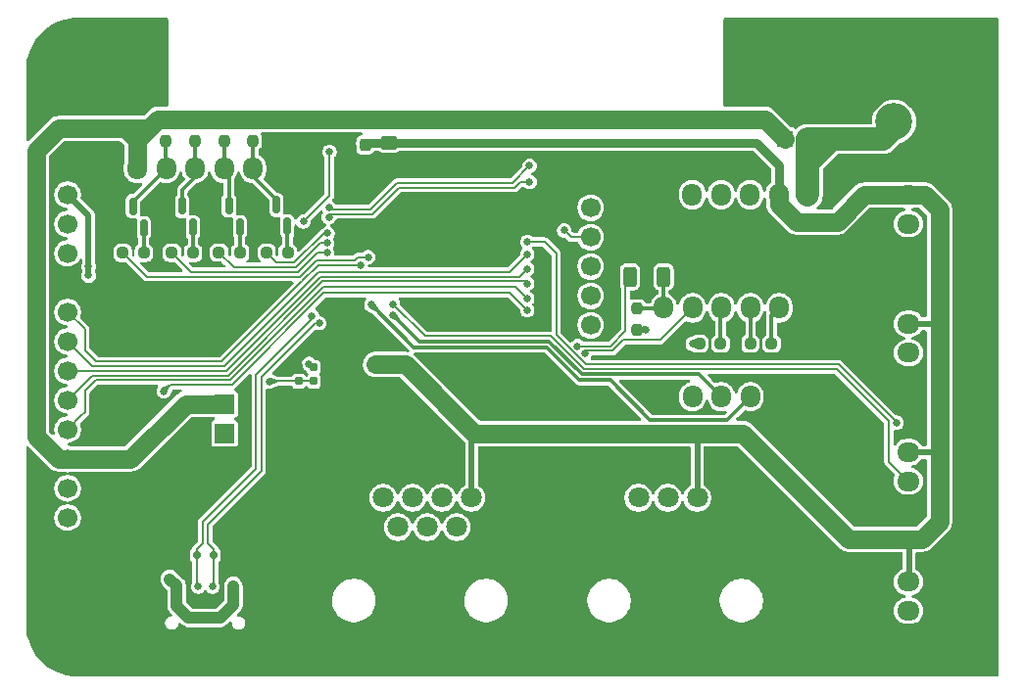
<source format=gbr>
%TF.GenerationSoftware,KiCad,Pcbnew,9.0.5*%
%TF.CreationDate,2026-01-03T21:21:05+05:30*%
%TF.ProjectId,Dietarium,44696574-6172-4697-956d-2e6b69636164,rev?*%
%TF.SameCoordinates,Original*%
%TF.FileFunction,Copper,L2,Bot*%
%TF.FilePolarity,Positive*%
%FSLAX46Y46*%
G04 Gerber Fmt 4.6, Leading zero omitted, Abs format (unit mm)*
G04 Created by KiCad (PCBNEW 9.0.5) date 2026-01-03 21:21:05*
%MOMM*%
%LPD*%
G01*
G04 APERTURE LIST*
G04 Aperture macros list*
%AMRoundRect*
0 Rectangle with rounded corners*
0 $1 Rounding radius*
0 $2 $3 $4 $5 $6 $7 $8 $9 X,Y pos of 4 corners*
0 Add a 4 corners polygon primitive as box body*
4,1,4,$2,$3,$4,$5,$6,$7,$8,$9,$2,$3,0*
0 Add four circle primitives for the rounded corners*
1,1,$1+$1,$2,$3*
1,1,$1+$1,$4,$5*
1,1,$1+$1,$6,$7*
1,1,$1+$1,$8,$9*
0 Add four rect primitives between the rounded corners*
20,1,$1+$1,$2,$3,$4,$5,0*
20,1,$1+$1,$4,$5,$6,$7,0*
20,1,$1+$1,$6,$7,$8,$9,0*
20,1,$1+$1,$8,$9,$2,$3,0*%
G04 Aperture macros list end*
%TA.AperFunction,ComponentPad*%
%ADD10RoundRect,0.266667X1.333333X-1.333333X1.333333X1.333333X-1.333333X1.333333X-1.333333X-1.333333X0*%
%TD*%
%TA.AperFunction,ComponentPad*%
%ADD11O,3.200000X3.200000*%
%TD*%
%TA.AperFunction,ComponentPad*%
%ADD12RoundRect,0.250000X0.600000X0.725000X-0.600000X0.725000X-0.600000X-0.725000X0.600000X-0.725000X0*%
%TD*%
%TA.AperFunction,ComponentPad*%
%ADD13O,1.700000X1.950000*%
%TD*%
%TA.AperFunction,ComponentPad*%
%ADD14RoundRect,0.250000X0.725000X-0.600000X0.725000X0.600000X-0.725000X0.600000X-0.725000X-0.600000X0*%
%TD*%
%TA.AperFunction,ComponentPad*%
%ADD15O,1.950000X1.700000*%
%TD*%
%TA.AperFunction,ComponentPad*%
%ADD16C,3.900000*%
%TD*%
%TA.AperFunction,ConnectorPad*%
%ADD17C,7.000000*%
%TD*%
%TA.AperFunction,ComponentPad*%
%ADD18R,1.700000X1.700000*%
%TD*%
%TA.AperFunction,HeatsinkPad*%
%ADD19O,1.000000X2.100000*%
%TD*%
%TA.AperFunction,HeatsinkPad*%
%ADD20O,1.000000X1.600000*%
%TD*%
%TA.AperFunction,ComponentPad*%
%ADD21R,1.800000X1.800000*%
%TD*%
%TA.AperFunction,ComponentPad*%
%ADD22C,1.800000*%
%TD*%
%TA.AperFunction,ComponentPad*%
%ADD23C,3.000000*%
%TD*%
%TA.AperFunction,ComponentPad*%
%ADD24RoundRect,0.250000X-0.600000X-0.725000X0.600000X-0.725000X0.600000X0.725000X-0.600000X0.725000X0*%
%TD*%
%TA.AperFunction,ComponentPad*%
%ADD25C,1.700000*%
%TD*%
%TA.AperFunction,ComponentPad*%
%ADD26R,1.350000X1.350000*%
%TD*%
%TA.AperFunction,HeatsinkPad*%
%ADD27C,0.600000*%
%TD*%
%TA.AperFunction,SMDPad,CuDef*%
%ADD28RoundRect,0.237500X-0.237500X0.250000X-0.237500X-0.250000X0.237500X-0.250000X0.237500X0.250000X0*%
%TD*%
%TA.AperFunction,SMDPad,CuDef*%
%ADD29RoundRect,0.250000X-0.475000X0.337500X-0.475000X-0.337500X0.475000X-0.337500X0.475000X0.337500X0*%
%TD*%
%TA.AperFunction,SMDPad,CuDef*%
%ADD30RoundRect,0.150000X0.150000X-0.587500X0.150000X0.587500X-0.150000X0.587500X-0.150000X-0.587500X0*%
%TD*%
%TA.AperFunction,SMDPad,CuDef*%
%ADD31RoundRect,0.150000X-0.150000X-0.200000X0.150000X-0.200000X0.150000X0.200000X-0.150000X0.200000X0*%
%TD*%
%TA.AperFunction,SMDPad,CuDef*%
%ADD32RoundRect,0.237500X-0.237500X0.300000X-0.237500X-0.300000X0.237500X-0.300000X0.237500X0.300000X0*%
%TD*%
%TA.AperFunction,SMDPad,CuDef*%
%ADD33RoundRect,0.237500X0.250000X0.237500X-0.250000X0.237500X-0.250000X-0.237500X0.250000X-0.237500X0*%
%TD*%
%TA.AperFunction,SMDPad,CuDef*%
%ADD34RoundRect,0.150000X0.150000X0.200000X-0.150000X0.200000X-0.150000X-0.200000X0.150000X-0.200000X0*%
%TD*%
%TA.AperFunction,SMDPad,CuDef*%
%ADD35RoundRect,0.237500X0.237500X-0.250000X0.237500X0.250000X-0.237500X0.250000X-0.237500X-0.250000X0*%
%TD*%
%TA.AperFunction,SMDPad,CuDef*%
%ADD36RoundRect,0.160000X-0.160000X0.197500X-0.160000X-0.197500X0.160000X-0.197500X0.160000X0.197500X0*%
%TD*%
%TA.AperFunction,SMDPad,CuDef*%
%ADD37RoundRect,0.160000X0.160000X-0.197500X0.160000X0.197500X-0.160000X0.197500X-0.160000X-0.197500X0*%
%TD*%
%TA.AperFunction,SMDPad,CuDef*%
%ADD38RoundRect,0.237500X-0.250000X-0.237500X0.250000X-0.237500X0.250000X0.237500X-0.250000X0.237500X0*%
%TD*%
%TA.AperFunction,SMDPad,CuDef*%
%ADD39RoundRect,0.250000X0.312500X0.625000X-0.312500X0.625000X-0.312500X-0.625000X0.312500X-0.625000X0*%
%TD*%
%TA.AperFunction,ViaPad*%
%ADD40C,0.650000*%
%TD*%
%TA.AperFunction,Conductor*%
%ADD41C,0.300000*%
%TD*%
%TA.AperFunction,Conductor*%
%ADD42C,0.200000*%
%TD*%
%TA.AperFunction,Conductor*%
%ADD43C,2.000000*%
%TD*%
%TA.AperFunction,Conductor*%
%ADD44C,0.500000*%
%TD*%
%TA.AperFunction,Conductor*%
%ADD45C,1.600000*%
%TD*%
%TA.AperFunction,Conductor*%
%ADD46C,1.000000*%
%TD*%
%TA.AperFunction,Conductor*%
%ADD47C,0.600000*%
%TD*%
%TA.AperFunction,Conductor*%
%ADD48C,0.800000*%
%TD*%
G04 APERTURE END LIST*
D10*
%TO.P,J11,1,Pin_1*%
%TO.N,GND*%
X125498550Y-54425455D03*
D11*
%TO.P,J11,2,Pin_2*%
%TO.N,/V+*%
X125498550Y-59505455D03*
%TD*%
D12*
%TO.P,J5,1,Pin_1*%
%TO.N,GND*%
X72597051Y-63545343D03*
D13*
%TO.P,J5,2,Pin_2*%
%TO.N,/RLY1*%
X70097051Y-63545343D03*
%TO.P,J5,3,Pin_3*%
%TO.N,/RLY2*%
X67597051Y-63545343D03*
%TO.P,J5,4,Pin_4*%
%TO.N,/RLY3*%
X65097051Y-63545343D03*
%TO.P,J5,5,Pin_5*%
%TO.N,/RLY4*%
X62597051Y-63545343D03*
%TO.P,J5,6,Pin_6*%
%TO.N,/5V*%
X60097051Y-63545343D03*
%TD*%
D14*
%TO.P,J7,1,Pin_1*%
%TO.N,GND*%
X126745255Y-104293247D03*
D15*
%TO.P,J7,2,Pin_2*%
%TO.N,/ADC1_CH6*%
X126745255Y-101793247D03*
%TO.P,J7,3,Pin_3*%
%TO.N,/3.3V*%
X126745255Y-99293247D03*
%TD*%
D16*
%TO.P,H4,1,1*%
%TO.N,GND*%
X119516498Y-55014173D03*
D17*
X119516498Y-55014173D03*
%TD*%
D18*
%TO.P,JP2,1,A*%
%TO.N,/5V_USB*%
X67647243Y-86455973D03*
%TO.P,JP2,2,B*%
%TO.N,/5V*%
X67647243Y-83915973D03*
%TD*%
D16*
%TO.P,H1,1,1*%
%TO.N,GND*%
X55014297Y-103024875D03*
D17*
X55014297Y-103024875D03*
%TD*%
D14*
%TO.P,J10,1,Pin_1*%
%TO.N,GND*%
X126738330Y-70842464D03*
D15*
%TO.P,J10,2,Pin_2*%
%TO.N,/ADC1_CH0*%
X126738330Y-68342464D03*
%TO.P,J10,3,Pin_3*%
%TO.N,/3.3V*%
X126738330Y-65842464D03*
%TD*%
D19*
%TO.P,J1,S1,SHIELD*%
%TO.N,GND*%
X61644425Y-102334589D03*
D20*
X61644425Y-106514589D03*
D19*
X70284425Y-102334589D03*
D20*
X70284425Y-106514589D03*
%TD*%
D21*
%TO.P,J13,1*%
%TO.N,GND*%
X102137550Y-94554837D03*
D22*
%TO.P,J13,2*%
%TO.N,/SCL*%
X103407550Y-92014837D03*
%TO.P,J13,3*%
%TO.N,GND*%
X104677550Y-94554837D03*
%TO.P,J13,4*%
%TO.N,/SDA*%
X105947550Y-92014837D03*
%TO.P,J13,5*%
%TO.N,GND*%
X107217550Y-94554837D03*
%TO.P,J13,6*%
%TO.N,/3.3V*%
X108487550Y-92014837D03*
%TO.P,J13,7*%
%TO.N,GND*%
X109757550Y-94554837D03*
%TO.P,J13,8*%
X111027550Y-92014837D03*
D23*
%TO.P,J13,SH*%
X98837550Y-97854837D03*
X114327550Y-97854837D03*
%TD*%
D24*
%TO.P,J2,1,Pin_1*%
%TO.N,GND*%
X105578338Y-83289838D03*
D13*
%TO.P,J2,2,Pin_2*%
%TO.N,/3.3V*%
X108078338Y-83289838D03*
%TO.P,J2,3,Pin_3*%
%TO.N,/SCL*%
X110578338Y-83289838D03*
%TO.P,J2,4,Pin_4*%
%TO.N,/SDA*%
X113078338Y-83289838D03*
%TD*%
D16*
%TO.P,H3,1,1*%
%TO.N,GND*%
X119500770Y-102991232D03*
D17*
X119500770Y-102991232D03*
%TD*%
D14*
%TO.P,J9,1,Pin_1*%
%TO.N,GND*%
X126746547Y-81981121D03*
D15*
%TO.P,J9,2,Pin_2*%
%TO.N,/ADC1_CH1*%
X126746547Y-79481121D03*
%TO.P,J9,3,Pin_3*%
%TO.N,/3.3V*%
X126746547Y-76981121D03*
%TD*%
D21*
%TO.P,J14,1*%
%TO.N,GND*%
X80082138Y-94553198D03*
D22*
%TO.P,J14,2*%
%TO.N,/SCK*%
X81352138Y-92013198D03*
%TO.P,J14,3*%
%TO.N,/MOSI*%
X82622138Y-94553198D03*
%TO.P,J14,4*%
%TO.N,/MISO*%
X83892138Y-92013198D03*
%TO.P,J14,5*%
%TO.N,/SS*%
X85162138Y-94553198D03*
%TO.P,J14,6*%
%TO.N,/RST*%
X86432138Y-92013198D03*
%TO.P,J14,7*%
%TO.N,unconnected-(J14-Pad7)*%
X87702138Y-94553198D03*
%TO.P,J14,8*%
%TO.N,/3.3V*%
X88972138Y-92013198D03*
D23*
%TO.P,J14,SH*%
%TO.N,GND*%
X76782138Y-97853198D03*
X92272138Y-97853198D03*
%TD*%
D18*
%TO.P,J12,1,Pin_1*%
%TO.N,GND*%
X54086454Y-63259590D03*
D25*
%TO.P,J12,2,Pin_2*%
%TO.N,/3.3V*%
X54086454Y-65799590D03*
%TO.P,J12,3,Pin_3*%
%TO.N,/TXD*%
X54086454Y-68339590D03*
%TO.P,J12,4,Pin_4*%
%TO.N,/RXD*%
X54086454Y-70879590D03*
D18*
%TO.P,J12,5,Pin_5*%
%TO.N,GND*%
X54086454Y-73419590D03*
D25*
%TO.P,J12,6,Pin_6*%
%TO.N,/IO15*%
X54086454Y-75959590D03*
%TO.P,J12,7,Pin_7*%
%TO.N,/IO38*%
X54086454Y-78499590D03*
%TO.P,J12,8,Pin_8*%
%TO.N,/IO37*%
X54086454Y-81039590D03*
%TO.P,J12,9,Pin_9*%
%TO.N,/IO36*%
X54086454Y-83579590D03*
%TO.P,J12,10,Pin_10*%
%TO.N,/IO35*%
X54086454Y-86119590D03*
%TO.P,J12,11,Pin_11*%
%TO.N,/5V*%
X54086454Y-88659590D03*
%TO.P,J12,12,Pin_12*%
%TO.N,/TRIG*%
X54086454Y-91199590D03*
%TO.P,J12,13,Pin_13*%
%TO.N,/ECHO*%
X54086454Y-93739590D03*
D18*
%TO.P,J12,14,Pin_14*%
%TO.N,GND*%
X54086454Y-96279590D03*
%TD*%
D24*
%TO.P,J4,1,Pin_1*%
%TO.N,GND*%
X105550000Y-65800000D03*
D13*
%TO.P,J4,2,Pin_2*%
%TO.N,unconnected-(J4-Pin_2-Pad2)*%
X108050000Y-65800000D03*
%TO.P,J4,3,Pin_3*%
%TO.N,/SCL*%
X110550000Y-65800000D03*
%TO.P,J4,4,Pin_4*%
%TO.N,/SDA*%
X113050000Y-65800000D03*
%TO.P,J4,5,Pin_5*%
%TO.N,/3.3V*%
X115550000Y-65800000D03*
%TO.P,J4,6,Pin_6*%
%TO.N,/V+*%
X118050000Y-65800000D03*
%TD*%
D12*
%TO.P,J6,1,Pin_1*%
%TO.N,GND*%
X118072004Y-75596282D03*
D13*
%TO.P,J6,2,Pin_2*%
%TO.N,/3.3V*%
X115572004Y-75596282D03*
%TO.P,J6,3,Pin_3*%
%TO.N,/SDA*%
X113072004Y-75596282D03*
%TO.P,J6,4,Pin_4*%
%TO.N,/SCL*%
X110572004Y-75596282D03*
%TO.P,J6,5,Pin_5*%
%TO.N,/~INT*%
X108072004Y-75596282D03*
%TO.P,J6,6,Pin_6*%
%TO.N,Net-(J6-Pin_6)*%
X105572004Y-75596282D03*
%TD*%
D16*
%TO.P,H2,1,1*%
%TO.N,GND*%
X54988635Y-54993799D03*
D17*
X54988635Y-54993799D03*
%TD*%
D18*
%TO.P,J3,1,Pin_1*%
%TO.N,GND*%
X99280373Y-64401618D03*
D25*
%TO.P,J3,2,Pin_2*%
%TO.N,/MTMS*%
X99280373Y-66941618D03*
%TO.P,J3,3,Pin_3*%
%TO.N,/MTDO*%
X99280373Y-69481618D03*
%TO.P,J3,4,Pin_4*%
%TO.N,/MTDI*%
X99280373Y-72021618D03*
%TO.P,J3,5,Pin_5*%
%TO.N,/MTCK*%
X99280373Y-74561618D03*
%TO.P,J3,6,Pin_6*%
%TO.N,/3.3V*%
X99280373Y-77101618D03*
%TD*%
D15*
%TO.P,J8,3,Pin_3*%
%TO.N,/3.3V*%
X126732392Y-88091320D03*
%TO.P,J8,2,Pin_2*%
%TO.N,/ADC1_CH2*%
X126732392Y-90591320D03*
D14*
%TO.P,J8,1,Pin_1*%
%TO.N,GND*%
X126732392Y-93091320D03*
%TD*%
D26*
%TO.P,JP1,1,A*%
%TO.N,/5V*%
X116035408Y-60981673D03*
%TO.P,JP1,2,B*%
%TO.N,/V+*%
X118035408Y-60981673D03*
%TD*%
D27*
%TO.P,U2,41,GND*%
%TO.N,GND*%
X86663107Y-67948879D03*
X86663107Y-66548879D03*
X85963107Y-68648879D03*
X85963107Y-67248879D03*
X85963107Y-65848879D03*
X85263107Y-67948879D03*
X85263107Y-66548879D03*
X84563107Y-68648879D03*
X84563107Y-67248879D03*
X84563107Y-65848879D03*
X83863107Y-67948879D03*
X83863107Y-66548879D03*
%TD*%
D28*
%TO.P,R13,1*%
%TO.N,/5V*%
X70113181Y-59328120D03*
%TO.P,R13,2*%
%TO.N,/RLY1*%
X70113181Y-61153120D03*
%TD*%
D29*
%TO.P,C8,1*%
%TO.N,/3.3V*%
X81848922Y-61307092D03*
%TO.P,C8,2*%
%TO.N,GND*%
X81848922Y-63382092D03*
%TD*%
D30*
%TO.P,Q2,1,B*%
%TO.N,Net-(Q2-B)*%
X68965031Y-68605233D03*
%TO.P,Q2,2,E*%
%TO.N,GND*%
X67065031Y-68605233D03*
%TO.P,Q2,3,C*%
%TO.N,/RLY2*%
X68015031Y-66730233D03*
%TD*%
D31*
%TO.P,D4,1,A1*%
%TO.N,GND*%
X68123282Y-96995370D03*
%TO.P,D4,2,A2*%
%TO.N,/USB_D+*%
X66723282Y-96995370D03*
%TD*%
D28*
%TO.P,R15,1*%
%TO.N,/5V*%
X67619611Y-59329451D03*
%TO.P,R15,2*%
%TO.N,/RLY2*%
X67619611Y-61154451D03*
%TD*%
D32*
%TO.P,C7,1*%
%TO.N,/3.3V*%
X79801535Y-61486148D03*
%TO.P,C7,2*%
%TO.N,GND*%
X79801535Y-63211148D03*
%TD*%
D30*
%TO.P,Q3,1,B*%
%TO.N,Net-(Q3-B)*%
X64916366Y-68653391D03*
%TO.P,Q3,2,E*%
%TO.N,GND*%
X63016366Y-68653391D03*
%TO.P,Q3,3,C*%
%TO.N,/RLY3*%
X63966366Y-66778391D03*
%TD*%
%TO.P,Q4,1,B*%
%TO.N,Net-(Q4-B)*%
X60670000Y-68677065D03*
%TO.P,Q4,2,E*%
%TO.N,GND*%
X58770000Y-68677065D03*
%TO.P,Q4,3,C*%
%TO.N,/RLY4*%
X59720000Y-66802065D03*
%TD*%
D33*
%TO.P,R12,1*%
%TO.N,Net-(Q1-B)*%
X73100723Y-70822296D03*
%TO.P,R12,2*%
%TO.N,/IN1*%
X71275723Y-70822296D03*
%TD*%
D28*
%TO.P,R17,1*%
%TO.N,/5V*%
X65122433Y-59307904D03*
%TO.P,R17,2*%
%TO.N,/RLY3*%
X65122433Y-61132904D03*
%TD*%
D34*
%TO.P,D3,1,A1*%
%TO.N,GND*%
X63846447Y-96995370D03*
%TO.P,D3,2,A2*%
%TO.N,/USB_D-*%
X65246447Y-96995370D03*
%TD*%
D35*
%TO.P,R5,1*%
%TO.N,/3.3V*%
X103250000Y-77462500D03*
%TO.P,R5,2*%
%TO.N,Net-(J6-Pin_6)*%
X103250000Y-75637500D03*
%TD*%
D36*
%TO.P,R3,1*%
%TO.N,/3.3V*%
X75345395Y-80749775D03*
%TO.P,R3,2*%
%TO.N,Net-(U1-FB)*%
X75345395Y-81944775D03*
%TD*%
D28*
%TO.P,R19,1*%
%TO.N,/5V*%
X62588558Y-59329451D03*
%TO.P,R19,2*%
%TO.N,/RLY4*%
X62588558Y-61154451D03*
%TD*%
D33*
%TO.P,R16,1*%
%TO.N,Net-(Q3-B)*%
X64922032Y-70845405D03*
%TO.P,R16,2*%
%TO.N,/IN3*%
X63097032Y-70845405D03*
%TD*%
D37*
%TO.P,R4,1*%
%TO.N,Net-(U1-FB)*%
X74047458Y-81943420D03*
%TO.P,R4,2*%
%TO.N,GND*%
X74047458Y-80748420D03*
%TD*%
D38*
%TO.P,R11,1*%
%TO.N,/3.3V*%
X108687500Y-78700000D03*
%TO.P,R11,2*%
%TO.N,/SCL*%
X110512500Y-78700000D03*
%TD*%
D39*
%TO.P,R6,1*%
%TO.N,Net-(J6-Pin_6)*%
X105596071Y-72897718D03*
%TO.P,R6,2*%
%TO.N,/~SHUT*%
X102671071Y-72897718D03*
%TD*%
D33*
%TO.P,R18,1*%
%TO.N,Net-(Q4-B)*%
X60667564Y-70843916D03*
%TO.P,R18,2*%
%TO.N,/IN4*%
X58842564Y-70843916D03*
%TD*%
%TO.P,R14,1*%
%TO.N,Net-(Q2-B)*%
X68987098Y-70822296D03*
%TO.P,R14,2*%
%TO.N,/IN2*%
X67162098Y-70822296D03*
%TD*%
D30*
%TO.P,Q1,1,B*%
%TO.N,Net-(Q1-B)*%
X73080941Y-68562245D03*
%TO.P,Q1,2,E*%
%TO.N,GND*%
X71180941Y-68562245D03*
%TO.P,Q1,3,C*%
%TO.N,/RLY1*%
X72130941Y-66687245D03*
%TD*%
D33*
%TO.P,R10,1*%
%TO.N,/3.3V*%
X114912500Y-78700000D03*
%TO.P,R10,2*%
%TO.N,/SDA*%
X113087500Y-78700000D03*
%TD*%
D40*
%TO.N,GND*%
X125500000Y-52000000D03*
X127500000Y-57000000D03*
X130500000Y-61000000D03*
X130500000Y-57000000D03*
X130500000Y-53500000D03*
X58450000Y-90700000D03*
X113000000Y-53000000D03*
X113000000Y-56000000D03*
X93000000Y-67000000D03*
X132000000Y-67000000D03*
X66900000Y-74000000D03*
X90000000Y-71000000D03*
X81000000Y-89000000D03*
X64700000Y-94600000D03*
X117000000Y-84000000D03*
X59350000Y-86250000D03*
X65700000Y-92600000D03*
X68600000Y-75100000D03*
X70100000Y-74000000D03*
X102000000Y-66000000D03*
X72000000Y-86000000D03*
X66000000Y-107000000D03*
X95000000Y-96000000D03*
X67700000Y-94600000D03*
X99000000Y-85000000D03*
X59450000Y-76300000D03*
X61000000Y-57000000D03*
X57200000Y-79300000D03*
X91500000Y-75500000D03*
X117000000Y-79000000D03*
X95000000Y-102000000D03*
X61000000Y-53000000D03*
X132000000Y-76000000D03*
X95000000Y-85000000D03*
X109000000Y-99000000D03*
X56800000Y-98000000D03*
X117000000Y-71000000D03*
X97000000Y-83000000D03*
X123000000Y-69000000D03*
X132000000Y-79000000D03*
X80750000Y-63000000D03*
X92000000Y-93000000D03*
X57250000Y-83250000D03*
X57000000Y-75000000D03*
X106582550Y-103000000D03*
X90000000Y-89000000D03*
X87000000Y-99000000D03*
X99000000Y-89000000D03*
X98000000Y-105000000D03*
X132000000Y-64000000D03*
X117000000Y-94000000D03*
X123000000Y-78000000D03*
X59400000Y-79500000D03*
X56800000Y-94500000D03*
X85000000Y-63000000D03*
X84527138Y-103000000D03*
X84000000Y-86000000D03*
X65964425Y-104000000D03*
X90000000Y-63000000D03*
X120000000Y-79000000D03*
X104000000Y-99000000D03*
X132000000Y-93000000D03*
X86500000Y-75500000D03*
X101000000Y-83000000D03*
X73000000Y-99000000D03*
X117000000Y-88000000D03*
X121000000Y-71000000D03*
X68000000Y-105000000D03*
X60889930Y-84300000D03*
X90000000Y-85000000D03*
X70000000Y-96000000D03*
X123000000Y-73000000D03*
X107000000Y-71000000D03*
X63300000Y-87900000D03*
X64000000Y-105000000D03*
X79750000Y-64000000D03*
X120000000Y-86000000D03*
X132000000Y-84000000D03*
X132000000Y-87000000D03*
X69600000Y-82500000D03*
X101000000Y-76000000D03*
X57200000Y-86200000D03*
X99000000Y-93000000D03*
X132000000Y-96000000D03*
X57000000Y-65000000D03*
X81750000Y-64250000D03*
X71700000Y-69400000D03*
X132000000Y-102000000D03*
X132000000Y-105000000D03*
X73000000Y-89000000D03*
X126750000Y-83150000D03*
X57650000Y-91150000D03*
X132000000Y-73000000D03*
X76000000Y-89000000D03*
X62500000Y-88850000D03*
X95000000Y-93000000D03*
X95000000Y-81000000D03*
X101000000Y-73000000D03*
X63500000Y-68550000D03*
X68600000Y-77800000D03*
X66800000Y-77800000D03*
X59400000Y-82972390D03*
X120000000Y-98000000D03*
X60300000Y-98000000D03*
X57000000Y-62000000D03*
X120000000Y-82000000D03*
X126750000Y-63100000D03*
X73000000Y-92000000D03*
X120000000Y-90000000D03*
X74500000Y-69500000D03*
X132000000Y-99000000D03*
X67600000Y-69400000D03*
X76000000Y-93000000D03*
X92000000Y-83000000D03*
X89000000Y-81000000D03*
X125000000Y-105000000D03*
X57000000Y-72000000D03*
X84000000Y-75500000D03*
X70000000Y-92000000D03*
X126750000Y-73000000D03*
X59400000Y-69700000D03*
X95000000Y-89000000D03*
X132000000Y-82000000D03*
X132000000Y-90000000D03*
X82000000Y-67000000D03*
X103000000Y-89000000D03*
X123000000Y-88000000D03*
X72500000Y-74000000D03*
X73000000Y-103000000D03*
X90000000Y-67000000D03*
X60000000Y-74000000D03*
X57250000Y-68750000D03*
X82000000Y-99000000D03*
X65750000Y-71750000D03*
X73000000Y-96000000D03*
X103000000Y-71000000D03*
X132000000Y-70000000D03*
%TO.N,Net-(D2-A2)*%
X68400000Y-100400000D03*
X68400000Y-99650000D03*
X63500000Y-99625000D03*
X62925000Y-99050000D03*
X63514425Y-100400000D03*
%TO.N,/3.3V*%
X55900000Y-72000000D03*
X104000000Y-77462500D03*
X108100000Y-78700000D03*
X81600000Y-80500000D03*
X55900000Y-72800000D03*
X79700000Y-61350000D03*
X105000000Y-86501000D03*
X106100000Y-86450000D03*
X80550000Y-61307092D03*
X74950000Y-80450000D03*
X80700000Y-80500000D03*
X104043951Y-86501000D03*
X82500000Y-80500000D03*
%TO.N,/BOOT*%
X93800000Y-75800000D03*
X62389930Y-82800000D03*
%TO.N,/ENABLE*%
X74450000Y-68126000D03*
X76700000Y-62100000D03*
%TO.N,/USB_D-*%
X75181802Y-76281802D03*
X65375000Y-99700000D03*
%TO.N,/USB_D+*%
X66600000Y-99700000D03*
X75818198Y-76918198D03*
%TO.N,/SCL*%
X82200000Y-76200000D03*
%TO.N,/SDA*%
X80325735Y-75325735D03*
%TO.N,/MTDO*%
X97000000Y-68900000D03*
%TO.N,/IN4*%
X80035883Y-71203207D03*
%TO.N,/IN2*%
X76500000Y-69998526D03*
%TO.N,/IN3*%
X76500000Y-70848529D03*
%TO.N,/IN1*%
X76550000Y-69148523D03*
%TO.N,/~INT*%
X98772313Y-79524999D03*
%TO.N,/ADC1_CH2*%
X82200000Y-75300000D03*
%TO.N,/ADC1_CH6*%
X125700000Y-85532508D03*
X93800000Y-69900000D03*
%TO.N,/IO38*%
X93800000Y-70958879D03*
%TO.N,/IO35*%
X93800000Y-74800000D03*
%TO.N,/RXD*%
X76649995Y-67749195D03*
X94000000Y-64700000D03*
%TO.N,/TXD*%
X76656893Y-66899220D03*
X94000000Y-63300000D03*
%TO.N,/IO36*%
X93800000Y-73500000D03*
%TO.N,/IO37*%
X93800000Y-72228879D03*
%TO.N,/IO15*%
X79410883Y-71873001D03*
%TO.N,Net-(U1-FB)*%
X71550000Y-81950000D03*
%TO.N,/~SHUT*%
X98150000Y-78900000D03*
%TD*%
D41*
%TO.N,/RLY3*%
X64000000Y-66744757D02*
X63966366Y-66778391D01*
X65097051Y-64302949D02*
X64000000Y-65400000D01*
X65097051Y-63545343D02*
X65097051Y-64302949D01*
X64000000Y-65400000D02*
X64000000Y-66744757D01*
%TO.N,/RLY1*%
X70097051Y-64197051D02*
X72130941Y-66230941D01*
X72130941Y-66230941D02*
X72130941Y-66687245D01*
X70097051Y-63545343D02*
X70097051Y-64197051D01*
%TO.N,/RLY4*%
X62597051Y-63545343D02*
X59720000Y-66422394D01*
X59720000Y-66422394D02*
X59720000Y-66802065D01*
D42*
%TO.N,/~SHUT*%
X102671071Y-73228929D02*
X102671071Y-72897718D01*
X102300000Y-73600000D02*
X102671071Y-73228929D01*
X102300000Y-77600000D02*
X102300000Y-73600000D01*
X101001000Y-78899000D02*
X102300000Y-77600000D01*
X98151000Y-78899000D02*
X101001000Y-78899000D01*
X98150000Y-78900000D02*
X98151000Y-78899000D01*
%TO.N,/~INT*%
X105318286Y-78350000D02*
X108072004Y-75596282D01*
X102117100Y-78350000D02*
X105318286Y-78350000D01*
X101167100Y-79300000D02*
X102117100Y-78350000D01*
X98997312Y-79300000D02*
X101167100Y-79300000D01*
X98772313Y-79524999D02*
X98997312Y-79300000D01*
D43*
%TO.N,/V+*%
X120000000Y-61000000D02*
X120000000Y-61035408D01*
X118035408Y-63000000D02*
X118035408Y-65785408D01*
X120000000Y-61035408D02*
X118035408Y-63000000D01*
X120000000Y-61000000D02*
X124500000Y-61000000D01*
X118035408Y-65785408D02*
X118050000Y-65800000D01*
X118035408Y-60981673D02*
X118035408Y-63000000D01*
D44*
%TO.N,/3.3V*%
X126800000Y-95709490D02*
X126745255Y-95654745D01*
X126800000Y-99238502D02*
X126800000Y-95709490D01*
X126745255Y-99293247D02*
X126800000Y-99238502D01*
X126745255Y-98962184D02*
X126745255Y-99293247D01*
X126751074Y-98956365D02*
X126745255Y-98962184D01*
D42*
%TO.N,/ADC1_CH2*%
X125050000Y-88908928D02*
X126732392Y-90591320D01*
X120533900Y-80901000D02*
X125050000Y-85417100D01*
X125050000Y-85417100D02*
X125050000Y-88908928D01*
X95845330Y-78049000D02*
X98697330Y-80901000D01*
X84949000Y-78049000D02*
X95845330Y-78049000D01*
X82200000Y-75300000D02*
X84949000Y-78049000D01*
X98697330Y-80901000D02*
X120533900Y-80901000D01*
D45*
%TO.N,/3.3V*%
X129400000Y-94100000D02*
X127900000Y-95600000D01*
D44*
X129400000Y-87600000D02*
X128908680Y-88091320D01*
D45*
X129400000Y-87600000D02*
X129400000Y-76500000D01*
X129400000Y-87600000D02*
X129400000Y-94100000D01*
X127900000Y-95600000D02*
X126800000Y-95600000D01*
D44*
X128908680Y-88091320D02*
X126732392Y-88091320D01*
D45*
X126745866Y-65850000D02*
X126738330Y-65842464D01*
X129400000Y-76500000D02*
X129400000Y-67100000D01*
D44*
X129400000Y-76500000D02*
X128918879Y-76981121D01*
D45*
X129400000Y-67100000D02*
X128150000Y-65850000D01*
X128150000Y-65850000D02*
X126745866Y-65850000D01*
D44*
X128918879Y-76981121D02*
X126746547Y-76981121D01*
D45*
X117050000Y-68150000D02*
X115550000Y-66650000D01*
X120600000Y-68150000D02*
X117050000Y-68150000D01*
X122900000Y-65850000D02*
X120600000Y-68150000D01*
X126730794Y-65850000D02*
X122900000Y-65850000D01*
X115550000Y-66650000D02*
X115550000Y-65800000D01*
X126738330Y-65842464D02*
X126730794Y-65850000D01*
D43*
%TO.N,/V+*%
X118053735Y-61000000D02*
X120000000Y-61000000D01*
X124500000Y-61000000D02*
X125498550Y-60001450D01*
X118035408Y-60981673D02*
X118053735Y-61000000D01*
X125498550Y-60001450D02*
X125498550Y-59505455D01*
D45*
%TO.N,/3.3V*%
X121600000Y-95600000D02*
X126800000Y-95600000D01*
X112450000Y-86450000D02*
X121600000Y-95600000D01*
X108500000Y-86450000D02*
X112450000Y-86450000D01*
D46*
%TO.N,Net-(D2-A2)*%
X68400000Y-99650000D02*
X68400000Y-101275000D01*
X64525000Y-102400000D02*
X63500000Y-101375000D01*
X68400000Y-101275000D02*
X67275000Y-102400000D01*
X63500000Y-101375000D02*
X63500000Y-99625000D01*
X67275000Y-102400000D02*
X64525000Y-102400000D01*
D47*
X63500000Y-100385575D02*
X63514425Y-100400000D01*
X63500000Y-99625000D02*
X63500000Y-100385575D01*
D46*
X63500000Y-99625000D02*
X62925000Y-99050000D01*
D47*
X68400000Y-100400000D02*
X68400000Y-99650000D01*
D45*
%TO.N,/5V*%
X112207904Y-59307904D02*
X112215808Y-59300000D01*
X54086454Y-88659590D02*
X59540410Y-88659590D01*
X114353735Y-59300000D02*
X116035408Y-60981673D01*
X53334590Y-88659590D02*
X51375000Y-86700000D01*
X64300000Y-83900000D02*
X67631270Y-83900000D01*
X60097051Y-61102949D02*
X61870549Y-59329451D01*
X51375000Y-86700000D02*
X51375000Y-62025000D01*
X61892096Y-59307904D02*
X112207904Y-59307904D01*
X54086454Y-88659590D02*
X53334590Y-88659590D01*
X51375000Y-62025000D02*
X53300000Y-60100000D01*
X60097051Y-63545343D02*
X60097051Y-61102949D01*
X53300000Y-60100000D02*
X59094102Y-60100000D01*
X61100000Y-60100000D02*
X61892096Y-59307904D01*
X59540410Y-88659590D02*
X64300000Y-83900000D01*
X59094102Y-60100000D02*
X61100000Y-60100000D01*
X67631270Y-83900000D02*
X67647243Y-83915973D01*
X59094102Y-60100000D02*
X60097051Y-61102949D01*
X61870549Y-59329451D02*
X62588558Y-59329451D01*
X112215808Y-59300000D02*
X114353735Y-59300000D01*
X60097051Y-61102949D02*
X61892096Y-59307904D01*
D44*
%TO.N,/3.3V*%
X55900000Y-67613136D02*
X54086454Y-65799590D01*
X88972138Y-86072138D02*
X88972138Y-92013198D01*
D42*
X74950000Y-80580728D02*
X75119047Y-80749775D01*
D41*
X108100000Y-78700000D02*
X108687500Y-78700000D01*
D45*
X83300000Y-80500000D02*
X89250000Y-86450000D01*
D41*
X114912500Y-76255786D02*
X115572004Y-75596282D01*
X114912500Y-78700000D02*
X114912500Y-76255786D01*
D42*
X74950000Y-80450000D02*
X74950000Y-80580728D01*
D48*
X115550000Y-65800000D02*
X115550000Y-63250000D01*
D44*
X108487550Y-92014837D02*
X108487550Y-86462450D01*
D41*
X104000000Y-77462500D02*
X103250000Y-77462500D01*
D45*
X104094951Y-86450000D02*
X108500000Y-86450000D01*
D44*
X108487550Y-86462450D02*
X108500000Y-86450000D01*
D48*
X79700000Y-61350000D02*
X79801535Y-61451535D01*
X113607092Y-61307092D02*
X81848922Y-61307092D01*
X79801535Y-61451535D02*
X79801535Y-61486148D01*
X79980591Y-61307092D02*
X79801535Y-61486148D01*
D45*
X89250000Y-86450000D02*
X106100000Y-86450000D01*
D44*
X55900000Y-72800000D02*
X55900000Y-67613136D01*
D48*
X81848922Y-61307092D02*
X79980591Y-61307092D01*
D42*
X75119047Y-80749775D02*
X75345395Y-80749775D01*
D45*
X80700000Y-80500000D02*
X83300000Y-80500000D01*
D48*
X115550000Y-63250000D02*
X113607092Y-61307092D01*
D42*
%TO.N,/BOOT*%
X92300000Y-74300000D02*
X93800000Y-75800000D01*
X76217100Y-74300000D02*
X92300000Y-74300000D01*
X68274510Y-82242590D02*
X76217100Y-74300000D01*
X62947340Y-82242590D02*
X68274510Y-82242590D01*
X62389930Y-82800000D02*
X62947340Y-82242590D01*
%TO.N,/ENABLE*%
X74450000Y-68126000D02*
X76700000Y-65876000D01*
X76700000Y-65876000D02*
X76700000Y-62100000D01*
%TO.N,/USB_D-*%
X75181802Y-76599999D02*
X70375000Y-81406801D01*
X70375000Y-81406801D02*
X70375000Y-89506802D01*
X65246447Y-99571447D02*
X65246447Y-96995370D01*
X65759865Y-95956951D02*
X65246447Y-96470369D01*
X65759865Y-94121937D02*
X65759865Y-95956951D01*
X65246447Y-96470369D02*
X65246447Y-96995370D01*
X75181802Y-76281802D02*
X75181802Y-76599999D01*
X65375000Y-99700000D02*
X65246447Y-99571447D01*
X70375000Y-89506802D02*
X65759865Y-94121937D01*
%TO.N,/USB_D+*%
X66723282Y-99576718D02*
X66723282Y-96995370D01*
X66209864Y-94308334D02*
X66209864Y-95956951D01*
X66723282Y-96470369D02*
X66723282Y-96995370D01*
X70825000Y-81593199D02*
X70825000Y-89693198D01*
X75500001Y-76918198D02*
X70825000Y-81593199D01*
X66209864Y-95956951D02*
X66723282Y-96470369D01*
X70825000Y-89693198D02*
X66209864Y-94308334D01*
X66600000Y-99700000D02*
X66723282Y-99576718D01*
X75818198Y-76918198D02*
X75500001Y-76918198D01*
D41*
%TO.N,/SCL*%
X95658520Y-78500000D02*
X98510520Y-81352000D01*
X84500000Y-78500000D02*
X95658520Y-78500000D01*
X110512500Y-78700000D02*
X110512500Y-75655786D01*
X108640500Y-81352000D02*
X110578338Y-83289838D01*
X110512500Y-75655786D02*
X110572004Y-75596282D01*
X98510520Y-81352000D02*
X108640500Y-81352000D01*
X82200000Y-76200000D02*
X84500000Y-78500000D01*
%TO.N,/SDA*%
X84000000Y-79000000D02*
X84291480Y-79000000D01*
X84291480Y-79000000D02*
X84292480Y-79001000D01*
X80325735Y-75325735D02*
X84000000Y-79000000D01*
X113087500Y-78700000D02*
X113087500Y-75611778D01*
X100953000Y-81853000D02*
X104400000Y-85300000D01*
X98303000Y-81853000D02*
X100953000Y-81853000D01*
X104400000Y-85300000D02*
X111068176Y-85300000D01*
X113087500Y-75611778D02*
X113072004Y-75596282D01*
X95451000Y-79001000D02*
X98303000Y-81853000D01*
X111068176Y-85300000D02*
X113078338Y-83289838D01*
X84292480Y-79001000D02*
X95451000Y-79001000D01*
D42*
%TO.N,/MTDO*%
X99279128Y-69481618D02*
X99280373Y-69480373D01*
X97000000Y-68900000D02*
X97581618Y-69481618D01*
X97581618Y-69481618D02*
X99279128Y-69481618D01*
X99280373Y-69480373D02*
X99280373Y-69481618D01*
%TO.N,/IN4*%
X78898586Y-71500000D02*
X75584200Y-71500000D01*
X74182200Y-72902000D02*
X60900648Y-72902000D01*
X79988882Y-71247001D02*
X79151585Y-71247001D01*
X60900648Y-72902000D02*
X58842564Y-70843916D01*
X79151585Y-71247001D02*
X78898586Y-71500000D01*
X80035883Y-71203207D02*
X80032676Y-71203207D01*
X75584200Y-71500000D02*
X74182200Y-72902000D01*
X80032676Y-71203207D02*
X79988882Y-71247001D01*
%TO.N,/IN2*%
X73850000Y-72100000D02*
X68439802Y-72100000D01*
X76490719Y-69989245D02*
X75960755Y-69989245D01*
X68439802Y-72100000D02*
X67162098Y-70822296D01*
X76500000Y-69998526D02*
X76490719Y-69989245D01*
X75960755Y-69989245D02*
X73850000Y-72100000D01*
%TO.N,/IN3*%
X74016100Y-72501000D02*
X68273702Y-72501000D01*
X68273702Y-72501000D02*
X68271702Y-72499000D01*
X68271702Y-72499000D02*
X64750627Y-72499000D01*
X64750627Y-72499000D02*
X63097032Y-70845405D01*
X75668571Y-70848529D02*
X74016100Y-72501000D01*
X76500000Y-70848529D02*
X75668571Y-70848529D01*
%TO.N,/IN1*%
X72152427Y-71699000D02*
X71275723Y-70822296D01*
X76234377Y-69148523D02*
X73683900Y-71699000D01*
X73683900Y-71699000D02*
X72152427Y-71699000D01*
X76550000Y-69148523D02*
X76234377Y-69148523D01*
D41*
%TO.N,Net-(J6-Pin_6)*%
X105530786Y-75637500D02*
X103450000Y-75637500D01*
X105572004Y-72921785D02*
X105596071Y-72897718D01*
X105572004Y-75596282D02*
X105572004Y-72921785D01*
X103450000Y-75637500D02*
X103362500Y-75550000D01*
X105572004Y-75596282D02*
X105530786Y-75637500D01*
D42*
%TO.N,/ADC1_CH6*%
X120700000Y-80500000D02*
X98863430Y-80500000D01*
X95300000Y-69900000D02*
X93800000Y-69900000D01*
X125700000Y-85532508D02*
X125700000Y-85500000D01*
X98863430Y-80500000D02*
X96300000Y-77936570D01*
X96300000Y-70900000D02*
X95300000Y-69900000D01*
X96300000Y-77936570D02*
X96300000Y-70900000D01*
X125700000Y-85500000D02*
X120700000Y-80500000D01*
%TO.N,/IO38*%
X56225454Y-80638590D02*
X54086454Y-78499590D01*
X93800000Y-70958879D02*
X92260879Y-72498000D01*
X67602210Y-80638590D02*
X56225454Y-80638590D01*
X75742800Y-72498000D02*
X67602210Y-80638590D01*
X92260879Y-72498000D02*
X75742800Y-72498000D01*
%TO.N,/IO35*%
X56508410Y-81841590D02*
X68108410Y-81841590D01*
X92800000Y-73800000D02*
X93800000Y-74800000D01*
X54086454Y-86119590D02*
X55225000Y-84981044D01*
X55575000Y-84625000D02*
X55575000Y-82775000D01*
X55225000Y-84981044D02*
X55225000Y-84975000D01*
X55575000Y-82775000D02*
X56508410Y-81841590D01*
X55225000Y-84975000D02*
X55575000Y-84625000D01*
X76150000Y-73800000D02*
X92800000Y-73800000D01*
X68108410Y-81841590D02*
X76150000Y-73800000D01*
%TO.N,/RXD*%
X80425000Y-67475000D02*
X82699000Y-65201000D01*
X93167100Y-64700000D02*
X94000000Y-64700000D01*
X76900003Y-67475000D02*
X80425000Y-67475000D01*
X76649995Y-67725008D02*
X76900003Y-67475000D01*
X82699000Y-65201000D02*
X92666100Y-65201000D01*
X92666100Y-65201000D02*
X93167100Y-64700000D01*
X76649995Y-67749195D02*
X76649995Y-67725008D01*
%TO.N,/TXD*%
X92500000Y-64800000D02*
X94000000Y-63300000D01*
X82532900Y-64800000D02*
X92500000Y-64800000D01*
X76656893Y-66899220D02*
X76831673Y-67074000D01*
X76831673Y-67074000D02*
X80258900Y-67074000D01*
X80258900Y-67074000D02*
X82532900Y-64800000D01*
%TO.N,/IO36*%
X93600000Y-73300000D02*
X93800000Y-73500000D01*
X56225454Y-81440590D02*
X67934410Y-81440590D01*
X67934410Y-81440590D02*
X76075000Y-73300000D01*
X54086454Y-83579590D02*
X56225454Y-81440590D01*
X76075000Y-73300000D02*
X93600000Y-73300000D01*
%TO.N,/IO37*%
X93800000Y-72228879D02*
X93129879Y-72899000D01*
X75908900Y-72899000D02*
X67768310Y-81039590D01*
X67768310Y-81039590D02*
X54086454Y-81039590D01*
X93129879Y-72899000D02*
X75908900Y-72899000D01*
%TO.N,/IO15*%
X79410883Y-71889117D02*
X79402000Y-71898000D01*
X74347000Y-73303000D02*
X67412410Y-80237590D01*
X55575000Y-77448136D02*
X54086454Y-75959590D01*
X79267157Y-71898000D02*
X79264157Y-71901000D01*
X67412410Y-80237590D02*
X56537590Y-80237590D01*
X79264157Y-71901000D02*
X75750300Y-71901000D01*
X79410883Y-71873001D02*
X79410883Y-71889117D01*
X55575000Y-79275000D02*
X55575000Y-77448136D01*
X75750300Y-71901000D02*
X74348300Y-73303000D01*
X74348300Y-73303000D02*
X74347000Y-73303000D01*
X79402000Y-71898000D02*
X79267157Y-71898000D01*
X56537590Y-80237590D02*
X55575000Y-79275000D01*
%TO.N,Net-(U1-FB)*%
X71556580Y-81943420D02*
X74047458Y-81943420D01*
X74047458Y-81943420D02*
X75344040Y-81943420D01*
X75344040Y-81943420D02*
X75345395Y-81944775D01*
X71550000Y-81950000D02*
X71556580Y-81943420D01*
D41*
%TO.N,/RLY4*%
X62588558Y-63536850D02*
X62597051Y-63545343D01*
X62588558Y-61154451D02*
X62588558Y-63536850D01*
%TO.N,/RLY2*%
X67619611Y-61154451D02*
X67619611Y-63522783D01*
X68015031Y-63963323D02*
X68015031Y-66730233D01*
X67619611Y-63522783D02*
X67597051Y-63545343D01*
X67597051Y-63545343D02*
X68015031Y-63963323D01*
%TO.N,/RLY3*%
X65122433Y-63519961D02*
X65097051Y-63545343D01*
X65122433Y-61132904D02*
X65122433Y-63519961D01*
%TO.N,/RLY1*%
X70113181Y-63529213D02*
X70097051Y-63545343D01*
X70113181Y-61153120D02*
X70113181Y-63529213D01*
%TO.N,Net-(Q1-B)*%
X73080941Y-68562245D02*
X73080941Y-70802514D01*
X73080941Y-70802514D02*
X73100723Y-70822296D01*
%TO.N,Net-(Q2-B)*%
X68965031Y-68605233D02*
X68965031Y-70800229D01*
X68965031Y-70800229D02*
X68987098Y-70822296D01*
%TO.N,Net-(Q3-B)*%
X64916366Y-70839739D02*
X64922032Y-70845405D01*
X64916366Y-68653391D02*
X64916366Y-70839739D01*
%TO.N,Net-(Q4-B)*%
X60670000Y-70841480D02*
X60667564Y-70843916D01*
X60670000Y-68677065D02*
X60670000Y-70841480D01*
%TD*%
%TA.AperFunction,Conductor*%
%TO.N,GND*%
G36*
X134442539Y-50520185D02*
G01*
X134488294Y-50572989D01*
X134499500Y-50624500D01*
X134499500Y-107375500D01*
X134479815Y-107442539D01*
X134427011Y-107488294D01*
X134375500Y-107499500D01*
X55002706Y-107499500D01*
X54997297Y-107499382D01*
X54613249Y-107482614D01*
X54602473Y-107481671D01*
X54224042Y-107431849D01*
X54213389Y-107429971D01*
X53840727Y-107347354D01*
X53830278Y-107344554D01*
X53466244Y-107229775D01*
X53456078Y-107226075D01*
X53103427Y-107080002D01*
X53093623Y-107075430D01*
X52755057Y-106899183D01*
X52745689Y-106893775D01*
X52423755Y-106688681D01*
X52414894Y-106682476D01*
X52112069Y-106450110D01*
X52103782Y-106443156D01*
X51822364Y-106185284D01*
X51814715Y-106177635D01*
X51556843Y-105896217D01*
X51549889Y-105887930D01*
X51317523Y-105585105D01*
X51311318Y-105576244D01*
X51106224Y-105254310D01*
X51100816Y-105244942D01*
X50924569Y-104906376D01*
X50919997Y-104896572D01*
X50773924Y-104543921D01*
X50770224Y-104533755D01*
X50655442Y-104169710D01*
X50652648Y-104159284D01*
X50570025Y-103786597D01*
X50568152Y-103775971D01*
X50518326Y-103397506D01*
X50517386Y-103386771D01*
X50500618Y-103002702D01*
X50500500Y-102997293D01*
X50500500Y-98971153D01*
X62124500Y-98971153D01*
X62124500Y-99128846D01*
X62155261Y-99283489D01*
X62155264Y-99283501D01*
X62215602Y-99429172D01*
X62215609Y-99429185D01*
X62303210Y-99560288D01*
X62303213Y-99560292D01*
X62663181Y-99920259D01*
X62696666Y-99981582D01*
X62699500Y-100007940D01*
X62699500Y-101453846D01*
X62730261Y-101608489D01*
X62730264Y-101608501D01*
X62790602Y-101754172D01*
X62790609Y-101754185D01*
X62878210Y-101885288D01*
X62878213Y-101885292D01*
X63071246Y-102078325D01*
X63104731Y-102139648D01*
X63099747Y-102209340D01*
X63057875Y-102265273D01*
X63006317Y-102286271D01*
X63006509Y-102286986D01*
X63000825Y-102288508D01*
X62999757Y-102288944D01*
X62998664Y-102289087D01*
X62852288Y-102328308D01*
X62721060Y-102404074D01*
X62721057Y-102404076D01*
X62613912Y-102511221D01*
X62613910Y-102511224D01*
X62538144Y-102642452D01*
X62498925Y-102788823D01*
X62498925Y-102940354D01*
X62538144Y-103086725D01*
X62551234Y-103109397D01*
X62613910Y-103217954D01*
X62721060Y-103325104D01*
X62852290Y-103400870D01*
X62998659Y-103440089D01*
X62998661Y-103440089D01*
X63150189Y-103440089D01*
X63150191Y-103440089D01*
X63296560Y-103400870D01*
X63427790Y-103325104D01*
X63534940Y-103217954D01*
X63610706Y-103086724D01*
X63649925Y-102940355D01*
X63649925Y-102940347D01*
X63650067Y-102939272D01*
X63650441Y-102938424D01*
X63652028Y-102932505D01*
X63652950Y-102932752D01*
X63655811Y-102926283D01*
X63656825Y-102912113D01*
X63669664Y-102894962D01*
X63678328Y-102875373D01*
X63690184Y-102867550D01*
X63698697Y-102856180D01*
X63718767Y-102848694D01*
X63736649Y-102836897D01*
X63750852Y-102836726D01*
X63764161Y-102831763D01*
X63785093Y-102836316D01*
X63806514Y-102836060D01*
X63819883Y-102843884D01*
X63832434Y-102846615D01*
X63860688Y-102867766D01*
X63903211Y-102910289D01*
X63990215Y-102997293D01*
X64014712Y-103021790D01*
X64145814Y-103109390D01*
X64145827Y-103109397D01*
X64291498Y-103169735D01*
X64291503Y-103169737D01*
X64446153Y-103200499D01*
X64446156Y-103200500D01*
X64446158Y-103200500D01*
X67353844Y-103200500D01*
X67353845Y-103200499D01*
X67508497Y-103169737D01*
X67654179Y-103109394D01*
X67785289Y-103021789D01*
X67912116Y-102894962D01*
X68067244Y-102739835D01*
X68128567Y-102706350D01*
X68198259Y-102711334D01*
X68254192Y-102753206D01*
X68278609Y-102818670D01*
X68278925Y-102827516D01*
X68278925Y-102940354D01*
X68318144Y-103086725D01*
X68331234Y-103109397D01*
X68393910Y-103217954D01*
X68501060Y-103325104D01*
X68632290Y-103400870D01*
X68778659Y-103440089D01*
X68778661Y-103440089D01*
X68930189Y-103440089D01*
X68930191Y-103440089D01*
X69076560Y-103400870D01*
X69207790Y-103325104D01*
X69314940Y-103217954D01*
X69390706Y-103086724D01*
X69429925Y-102940355D01*
X69429925Y-102788823D01*
X69390706Y-102642454D01*
X69314940Y-102511224D01*
X69207790Y-102404074D01*
X69134930Y-102362008D01*
X69076561Y-102328308D01*
X69003375Y-102308698D01*
X68930191Y-102289089D01*
X68817352Y-102289089D01*
X68750313Y-102269404D01*
X68704558Y-102216600D01*
X68694614Y-102147442D01*
X68723639Y-102083886D01*
X68729671Y-102077408D01*
X69021786Y-101785292D01*
X69021787Y-101785291D01*
X69021789Y-101785289D01*
X69042576Y-101754179D01*
X69109394Y-101654179D01*
X69169737Y-101508497D01*
X69200500Y-101353842D01*
X69200500Y-100780263D01*
X76936638Y-100780263D01*
X76936638Y-101026132D01*
X76958246Y-101190249D01*
X76968729Y-101269875D01*
X77032360Y-101507350D01*
X77032363Y-101507360D01*
X77126441Y-101734483D01*
X77126444Y-101734490D01*
X77249371Y-101947406D01*
X77249373Y-101947409D01*
X77249374Y-101947410D01*
X77399035Y-102142452D01*
X77399041Y-102142459D01*
X77572876Y-102316294D01*
X77572882Y-102316299D01*
X77767930Y-102465965D01*
X77980846Y-102588892D01*
X78110156Y-102642454D01*
X78178601Y-102670805D01*
X78207985Y-102682976D01*
X78445461Y-102746607D01*
X78689211Y-102778698D01*
X78689218Y-102778698D01*
X78935058Y-102778698D01*
X78935065Y-102778698D01*
X79178815Y-102746607D01*
X79416291Y-102682976D01*
X79643430Y-102588892D01*
X79856346Y-102465965D01*
X80051394Y-102316299D01*
X80225239Y-102142454D01*
X80374905Y-101947406D01*
X80497832Y-101734490D01*
X80591916Y-101507351D01*
X80655547Y-101269875D01*
X80687638Y-101026125D01*
X80687638Y-100780271D01*
X80687637Y-100780263D01*
X88366638Y-100780263D01*
X88366638Y-101026132D01*
X88388246Y-101190249D01*
X88398729Y-101269875D01*
X88462360Y-101507350D01*
X88462363Y-101507360D01*
X88556441Y-101734483D01*
X88556444Y-101734490D01*
X88679371Y-101947406D01*
X88679373Y-101947409D01*
X88679374Y-101947410D01*
X88829035Y-102142452D01*
X88829041Y-102142459D01*
X89002876Y-102316294D01*
X89002882Y-102316299D01*
X89197930Y-102465965D01*
X89410846Y-102588892D01*
X89540156Y-102642454D01*
X89608601Y-102670805D01*
X89637985Y-102682976D01*
X89875461Y-102746607D01*
X90119211Y-102778698D01*
X90119218Y-102778698D01*
X90365058Y-102778698D01*
X90365065Y-102778698D01*
X90608815Y-102746607D01*
X90846291Y-102682976D01*
X91073430Y-102588892D01*
X91286346Y-102465965D01*
X91481394Y-102316299D01*
X91655239Y-102142454D01*
X91804905Y-101947406D01*
X91927832Y-101734490D01*
X92021916Y-101507351D01*
X92085547Y-101269875D01*
X92117638Y-101026125D01*
X92117638Y-100781902D01*
X98992050Y-100781902D01*
X98992050Y-101027771D01*
X99018777Y-101230776D01*
X99024141Y-101271514D01*
X99087638Y-101508489D01*
X99087772Y-101508989D01*
X99087775Y-101508999D01*
X99181174Y-101734483D01*
X99181856Y-101736129D01*
X99304783Y-101949045D01*
X99304785Y-101949048D01*
X99304786Y-101949049D01*
X99454447Y-102144091D01*
X99454453Y-102144098D01*
X99628288Y-102317933D01*
X99628294Y-102317938D01*
X99823342Y-102467604D01*
X100036258Y-102590531D01*
X100211934Y-102663298D01*
X100259437Y-102682975D01*
X100263397Y-102684615D01*
X100500873Y-102748246D01*
X100744623Y-102780337D01*
X100744630Y-102780337D01*
X100990470Y-102780337D01*
X100990477Y-102780337D01*
X101234227Y-102748246D01*
X101471703Y-102684615D01*
X101698842Y-102590531D01*
X101911758Y-102467604D01*
X102106806Y-102317938D01*
X102280651Y-102144093D01*
X102430317Y-101949045D01*
X102553244Y-101736129D01*
X102647328Y-101508990D01*
X102710959Y-101271514D01*
X102743050Y-101027764D01*
X102743050Y-100781910D01*
X102743049Y-100781902D01*
X110422050Y-100781902D01*
X110422050Y-101027771D01*
X110448777Y-101230776D01*
X110454141Y-101271514D01*
X110517638Y-101508489D01*
X110517772Y-101508989D01*
X110517775Y-101508999D01*
X110611174Y-101734483D01*
X110611856Y-101736129D01*
X110734783Y-101949045D01*
X110734785Y-101949048D01*
X110734786Y-101949049D01*
X110884447Y-102144091D01*
X110884453Y-102144098D01*
X111058288Y-102317933D01*
X111058294Y-102317938D01*
X111253342Y-102467604D01*
X111466258Y-102590531D01*
X111641934Y-102663298D01*
X111689437Y-102682975D01*
X111693397Y-102684615D01*
X111930873Y-102748246D01*
X112174623Y-102780337D01*
X112174630Y-102780337D01*
X112420470Y-102780337D01*
X112420477Y-102780337D01*
X112664227Y-102748246D01*
X112901703Y-102684615D01*
X113128842Y-102590531D01*
X113341758Y-102467604D01*
X113536806Y-102317938D01*
X113710651Y-102144093D01*
X113860317Y-101949045D01*
X113983244Y-101736129D01*
X114077328Y-101508990D01*
X114140959Y-101271514D01*
X114173050Y-101027764D01*
X114173050Y-100781910D01*
X114140959Y-100538160D01*
X114077328Y-100300684D01*
X114067618Y-100277243D01*
X114056011Y-100249221D01*
X113983244Y-100073545D01*
X113860317Y-99860629D01*
X113763831Y-99734886D01*
X113710652Y-99665582D01*
X113710646Y-99665575D01*
X113536811Y-99491740D01*
X113536804Y-99491734D01*
X113341762Y-99342073D01*
X113341761Y-99342072D01*
X113341758Y-99342070D01*
X113128842Y-99219143D01*
X113124878Y-99217501D01*
X112901712Y-99125062D01*
X112901705Y-99125060D01*
X112901703Y-99125059D01*
X112664227Y-99061428D01*
X112623489Y-99056064D01*
X112420484Y-99029337D01*
X112420477Y-99029337D01*
X112174623Y-99029337D01*
X112174615Y-99029337D01*
X111943330Y-99059788D01*
X111930873Y-99061428D01*
X111739757Y-99112637D01*
X111693397Y-99125059D01*
X111693387Y-99125062D01*
X111466264Y-99219140D01*
X111466255Y-99219144D01*
X111324022Y-99301263D01*
X111262997Y-99336496D01*
X111253337Y-99342073D01*
X111058295Y-99491734D01*
X111058288Y-99491740D01*
X110884453Y-99665575D01*
X110884447Y-99665582D01*
X110734786Y-99860624D01*
X110734783Y-99860628D01*
X110734783Y-99860629D01*
X110722182Y-99882454D01*
X110611857Y-100073542D01*
X110611853Y-100073551D01*
X110517775Y-100300674D01*
X110517772Y-100300684D01*
X110461683Y-100510015D01*
X110454142Y-100538157D01*
X110454140Y-100538168D01*
X110422050Y-100781902D01*
X102743049Y-100781902D01*
X102710959Y-100538160D01*
X102647328Y-100300684D01*
X102637618Y-100277243D01*
X102626011Y-100249221D01*
X102553244Y-100073545D01*
X102430317Y-99860629D01*
X102333831Y-99734886D01*
X102280652Y-99665582D01*
X102280646Y-99665575D01*
X102106811Y-99491740D01*
X102106804Y-99491734D01*
X101911762Y-99342073D01*
X101911761Y-99342072D01*
X101911758Y-99342070D01*
X101698842Y-99219143D01*
X101694878Y-99217501D01*
X101471712Y-99125062D01*
X101471705Y-99125060D01*
X101471703Y-99125059D01*
X101234227Y-99061428D01*
X101193489Y-99056064D01*
X100990484Y-99029337D01*
X100990477Y-99029337D01*
X100744623Y-99029337D01*
X100744615Y-99029337D01*
X100513330Y-99059788D01*
X100500873Y-99061428D01*
X100309757Y-99112637D01*
X100263397Y-99125059D01*
X100263387Y-99125062D01*
X100036264Y-99219140D01*
X100036255Y-99219144D01*
X99894022Y-99301263D01*
X99832997Y-99336496D01*
X99823337Y-99342073D01*
X99628295Y-99491734D01*
X99628288Y-99491740D01*
X99454453Y-99665575D01*
X99454447Y-99665582D01*
X99304786Y-99860624D01*
X99304783Y-99860628D01*
X99304783Y-99860629D01*
X99292182Y-99882454D01*
X99181857Y-100073542D01*
X99181853Y-100073551D01*
X99087775Y-100300674D01*
X99087772Y-100300684D01*
X99031683Y-100510015D01*
X99024142Y-100538157D01*
X99024140Y-100538168D01*
X98992050Y-100781902D01*
X92117638Y-100781902D01*
X92117638Y-100780271D01*
X92085547Y-100536521D01*
X92021916Y-100299045D01*
X91927832Y-100071906D01*
X91804905Y-99858990D01*
X91743168Y-99778533D01*
X91655240Y-99663943D01*
X91655234Y-99663936D01*
X91481399Y-99490101D01*
X91481392Y-99490095D01*
X91286350Y-99340434D01*
X91286349Y-99340433D01*
X91286346Y-99340431D01*
X91073430Y-99217504D01*
X91073423Y-99217501D01*
X90846300Y-99123423D01*
X90846293Y-99123421D01*
X90846291Y-99123420D01*
X90608815Y-99059789D01*
X90568077Y-99054425D01*
X90365072Y-99027698D01*
X90365065Y-99027698D01*
X90119211Y-99027698D01*
X90119203Y-99027698D01*
X89887197Y-99058243D01*
X89875461Y-99059789D01*
X89678228Y-99112637D01*
X89637985Y-99123420D01*
X89637975Y-99123423D01*
X89410852Y-99217501D01*
X89410843Y-99217505D01*
X89197925Y-99340434D01*
X89002883Y-99490095D01*
X89002876Y-99490101D01*
X88829041Y-99663936D01*
X88829035Y-99663943D01*
X88679374Y-99858985D01*
X88556445Y-100071903D01*
X88556441Y-100071912D01*
X88462363Y-100299035D01*
X88462360Y-100299045D01*
X88421724Y-100450704D01*
X88398730Y-100536518D01*
X88398728Y-100536529D01*
X88366638Y-100780263D01*
X80687637Y-100780263D01*
X80655547Y-100536521D01*
X80591916Y-100299045D01*
X80497832Y-100071906D01*
X80374905Y-99858990D01*
X80313168Y-99778533D01*
X80225240Y-99663943D01*
X80225234Y-99663936D01*
X80051399Y-99490101D01*
X80051392Y-99490095D01*
X79856350Y-99340434D01*
X79856349Y-99340433D01*
X79856346Y-99340431D01*
X79643430Y-99217504D01*
X79643423Y-99217501D01*
X79416300Y-99123423D01*
X79416293Y-99123421D01*
X79416291Y-99123420D01*
X79178815Y-99059789D01*
X79138077Y-99054425D01*
X78935072Y-99027698D01*
X78935065Y-99027698D01*
X78689211Y-99027698D01*
X78689203Y-99027698D01*
X78457197Y-99058243D01*
X78445461Y-99059789D01*
X78248228Y-99112637D01*
X78207985Y-99123420D01*
X78207975Y-99123423D01*
X77980852Y-99217501D01*
X77980843Y-99217505D01*
X77767925Y-99340434D01*
X77572883Y-99490095D01*
X77572876Y-99490101D01*
X77399041Y-99663936D01*
X77399035Y-99663943D01*
X77249374Y-99858985D01*
X77126445Y-100071903D01*
X77126441Y-100071912D01*
X77032363Y-100299035D01*
X77032360Y-100299045D01*
X76991724Y-100450704D01*
X76968730Y-100536518D01*
X76968728Y-100536529D01*
X76936638Y-100780263D01*
X69200500Y-100780263D01*
X69200500Y-99571158D01*
X69200500Y-99571155D01*
X69200499Y-99571153D01*
X69195527Y-99546158D01*
X69169737Y-99416503D01*
X69169735Y-99416498D01*
X69109397Y-99270827D01*
X69109390Y-99270814D01*
X69021789Y-99139711D01*
X69021786Y-99139707D01*
X68910292Y-99028213D01*
X68910288Y-99028210D01*
X68779185Y-98940609D01*
X68779172Y-98940602D01*
X68633501Y-98880264D01*
X68633489Y-98880261D01*
X68478845Y-98849500D01*
X68478842Y-98849500D01*
X68321158Y-98849500D01*
X68321155Y-98849500D01*
X68166510Y-98880261D01*
X68166498Y-98880264D01*
X68020827Y-98940602D01*
X68020814Y-98940609D01*
X67889711Y-99028210D01*
X67889707Y-99028213D01*
X67778213Y-99139707D01*
X67778210Y-99139711D01*
X67690609Y-99270814D01*
X67690602Y-99270827D01*
X67630264Y-99416498D01*
X67630261Y-99416510D01*
X67599500Y-99571153D01*
X67599500Y-100892060D01*
X67579815Y-100959099D01*
X67563181Y-100979741D01*
X66979741Y-101563181D01*
X66918418Y-101596666D01*
X66892060Y-101599500D01*
X64907940Y-101599500D01*
X64840901Y-101579815D01*
X64820259Y-101563181D01*
X64336819Y-101079741D01*
X64303334Y-101018418D01*
X64300500Y-100992060D01*
X64300500Y-99546155D01*
X64300499Y-99546153D01*
X64294808Y-99517545D01*
X64269737Y-99391503D01*
X64266546Y-99383798D01*
X64209397Y-99245827D01*
X64209390Y-99245814D01*
X64121790Y-99114712D01*
X64066866Y-99059788D01*
X64010289Y-99003211D01*
X63823576Y-98816498D01*
X63435292Y-98428213D01*
X63435288Y-98428210D01*
X63304185Y-98340609D01*
X63304172Y-98340602D01*
X63158501Y-98280264D01*
X63158489Y-98280261D01*
X63003845Y-98249500D01*
X63003842Y-98249500D01*
X62846158Y-98249500D01*
X62846155Y-98249500D01*
X62691510Y-98280261D01*
X62691498Y-98280264D01*
X62545827Y-98340602D01*
X62545814Y-98340609D01*
X62414711Y-98428210D01*
X62414707Y-98428213D01*
X62303213Y-98539707D01*
X62303210Y-98539711D01*
X62215609Y-98670814D01*
X62215602Y-98670827D01*
X62155264Y-98816498D01*
X62155261Y-98816510D01*
X62124500Y-98971153D01*
X50500500Y-98971153D01*
X50500500Y-87681204D01*
X50520185Y-87614165D01*
X50572989Y-87568410D01*
X50642147Y-87558466D01*
X50705703Y-87587491D01*
X50712181Y-87593523D01*
X52495176Y-89376518D01*
X52617662Y-89499004D01*
X52757802Y-89600822D01*
X52912145Y-89679463D01*
X53076889Y-89732992D01*
X53247979Y-89760090D01*
X53730708Y-89760090D01*
X53755075Y-89762508D01*
X53762158Y-89763927D01*
X53817045Y-89781761D01*
X53979607Y-89807508D01*
X53982101Y-89808008D01*
X54010886Y-89823118D01*
X54040267Y-89837046D01*
X54041649Y-89839266D01*
X54043965Y-89840482D01*
X54060012Y-89868758D01*
X54077198Y-89896358D01*
X54077160Y-89898972D01*
X54078452Y-89901248D01*
X54076664Y-89933717D01*
X54076200Y-89966221D01*
X54074754Y-89968400D01*
X54074611Y-89971012D01*
X54055554Y-89997358D01*
X54037590Y-90024453D01*
X54035151Y-90025566D01*
X54033663Y-90027625D01*
X54012422Y-90035946D01*
X53977132Y-90052063D01*
X53817043Y-90077419D01*
X53644817Y-90133377D01*
X53644814Y-90133378D01*
X53483456Y-90215596D01*
X53336959Y-90322031D01*
X53336954Y-90322035D01*
X53208899Y-90450090D01*
X53208895Y-90450095D01*
X53102460Y-90596592D01*
X53020242Y-90757950D01*
X53020241Y-90757953D01*
X52964283Y-90930179D01*
X52935954Y-91109038D01*
X52935954Y-91290141D01*
X52964283Y-91469000D01*
X53020241Y-91641226D01*
X53020242Y-91641229D01*
X53102460Y-91802587D01*
X53208895Y-91949084D01*
X53208899Y-91949089D01*
X53336954Y-92077144D01*
X53336959Y-92077148D01*
X53378982Y-92107679D01*
X53483460Y-92183586D01*
X53588938Y-92237330D01*
X53644814Y-92265801D01*
X53644817Y-92265802D01*
X53691824Y-92281075D01*
X53817045Y-92321761D01*
X53890093Y-92333330D01*
X53977132Y-92347117D01*
X54040267Y-92377046D01*
X54077198Y-92436358D01*
X54076200Y-92506221D01*
X54037590Y-92564453D01*
X53977132Y-92592063D01*
X53817043Y-92617419D01*
X53644817Y-92673377D01*
X53644814Y-92673378D01*
X53483456Y-92755596D01*
X53336959Y-92862031D01*
X53336954Y-92862035D01*
X53208899Y-92990090D01*
X53208895Y-92990095D01*
X53102460Y-93136592D01*
X53020242Y-93297950D01*
X53020241Y-93297953D01*
X52964283Y-93470179D01*
X52935954Y-93649038D01*
X52935954Y-93830141D01*
X52964283Y-94009000D01*
X53020241Y-94181226D01*
X53020242Y-94181229D01*
X53102460Y-94342587D01*
X53208895Y-94489084D01*
X53208899Y-94489089D01*
X53336954Y-94617144D01*
X53336959Y-94617148D01*
X53464741Y-94709986D01*
X53483460Y-94723586D01*
X53588938Y-94777330D01*
X53644814Y-94805801D01*
X53644817Y-94805802D01*
X53730930Y-94833781D01*
X53817045Y-94861761D01*
X53899883Y-94874881D01*
X53995903Y-94890090D01*
X53995908Y-94890090D01*
X54177005Y-94890090D01*
X54263713Y-94876355D01*
X54355863Y-94861761D01*
X54528093Y-94805801D01*
X54689448Y-94723586D01*
X54835955Y-94617143D01*
X54964007Y-94489091D01*
X55070450Y-94342584D01*
X55152665Y-94181229D01*
X55208625Y-94008999D01*
X55229687Y-93876021D01*
X55236954Y-93830141D01*
X55236954Y-93649038D01*
X55217535Y-93526438D01*
X55208625Y-93470181D01*
X55152665Y-93297951D01*
X55152665Y-93297950D01*
X55110571Y-93215337D01*
X55070450Y-93136596D01*
X55000238Y-93039957D01*
X54964012Y-92990095D01*
X54964008Y-92990090D01*
X54835953Y-92862035D01*
X54835948Y-92862031D01*
X54689451Y-92755596D01*
X54689450Y-92755595D01*
X54689448Y-92755594D01*
X54637754Y-92729254D01*
X54528093Y-92673378D01*
X54528090Y-92673377D01*
X54355864Y-92617419D01*
X54195775Y-92592063D01*
X54132640Y-92562134D01*
X54095709Y-92502822D01*
X54096707Y-92432960D01*
X54135317Y-92374727D01*
X54195775Y-92347117D01*
X54265879Y-92336012D01*
X54355863Y-92321761D01*
X54528093Y-92265801D01*
X54689448Y-92183586D01*
X54835955Y-92077143D01*
X54964007Y-91949091D01*
X55070450Y-91802584D01*
X55152665Y-91641229D01*
X55208625Y-91468999D01*
X55223219Y-91376849D01*
X55236954Y-91290141D01*
X55236954Y-91109038D01*
X55216647Y-90980832D01*
X55208625Y-90930181D01*
X55152665Y-90757951D01*
X55152665Y-90757950D01*
X55113900Y-90681871D01*
X55070450Y-90596596D01*
X55000832Y-90500774D01*
X54964012Y-90450095D01*
X54964008Y-90450090D01*
X54835953Y-90322035D01*
X54835948Y-90322031D01*
X54689451Y-90215596D01*
X54689450Y-90215595D01*
X54689448Y-90215594D01*
X54637754Y-90189254D01*
X54528093Y-90133378D01*
X54528090Y-90133377D01*
X54355864Y-90077419D01*
X54195775Y-90052063D01*
X54183486Y-90046237D01*
X54169940Y-90045045D01*
X54152535Y-90031565D01*
X54132640Y-90022134D01*
X54125451Y-90010588D01*
X54114700Y-90002262D01*
X54107345Y-89981510D01*
X54095709Y-89962822D01*
X54095903Y-89949225D01*
X54091360Y-89936406D01*
X54096392Y-89914971D01*
X54096707Y-89892960D01*
X54104221Y-89881626D01*
X54107330Y-89868386D01*
X54123151Y-89853075D01*
X54135317Y-89834727D01*
X54148841Y-89828214D01*
X54157539Y-89819798D01*
X54185755Y-89810440D01*
X54190806Y-89808008D01*
X54193295Y-89807509D01*
X54355863Y-89781761D01*
X54410749Y-89763927D01*
X54417833Y-89762508D01*
X54423682Y-89763022D01*
X54442200Y-89760090D01*
X59627020Y-89760090D01*
X59627021Y-89760090D01*
X59798111Y-89732992D01*
X59962855Y-89679463D01*
X60117198Y-89600822D01*
X60257338Y-89499004D01*
X64719523Y-85036819D01*
X64780846Y-85003334D01*
X64807204Y-85000500D01*
X66560272Y-85000500D01*
X66608349Y-85010200D01*
X66622415Y-85016116D01*
X66624478Y-85018179D01*
X66727252Y-85063558D01*
X66738233Y-85064831D01*
X66754495Y-85071672D01*
X66768441Y-85083036D01*
X66785009Y-85090058D01*
X66794965Y-85104650D01*
X66808659Y-85115809D01*
X66814247Y-85132910D01*
X66824388Y-85147773D01*
X66824874Y-85165431D01*
X66830361Y-85182222D01*
X66825816Y-85199630D01*
X66826312Y-85217617D01*
X66817174Y-85232735D01*
X66812713Y-85249826D01*
X66799478Y-85262014D01*
X66790171Y-85277413D01*
X66774310Y-85285190D01*
X66761317Y-85297157D01*
X66743593Y-85300254D01*
X66735755Y-85304098D01*
X66736256Y-85305938D01*
X66727251Y-85308388D01*
X66624478Y-85353766D01*
X66545037Y-85433207D01*
X66499658Y-85535979D01*
X66499658Y-85535981D01*
X66496743Y-85561104D01*
X66496743Y-87350829D01*
X66496745Y-87350855D01*
X66499656Y-87375960D01*
X66499658Y-87375964D01*
X66545036Y-87478737D01*
X66545037Y-87478738D01*
X66624478Y-87558179D01*
X66727252Y-87603558D01*
X66752378Y-87606473D01*
X68542107Y-87606472D01*
X68542122Y-87606470D01*
X68542125Y-87606470D01*
X68567230Y-87603559D01*
X68567231Y-87603558D01*
X68567234Y-87603558D01*
X68670008Y-87558179D01*
X68749449Y-87478738D01*
X68794828Y-87375964D01*
X68797743Y-87350838D01*
X68797742Y-85561109D01*
X68796068Y-85546674D01*
X68794829Y-85535985D01*
X68794828Y-85535983D01*
X68794828Y-85535982D01*
X68749449Y-85433208D01*
X68670008Y-85353767D01*
X68661619Y-85350063D01*
X68567236Y-85308388D01*
X68558236Y-85305940D01*
X68559060Y-85302907D01*
X68509445Y-85281862D01*
X68470085Y-85224134D01*
X68468183Y-85154290D01*
X68504343Y-85094505D01*
X68558732Y-85067853D01*
X68558230Y-85066008D01*
X68567227Y-85063558D01*
X68567234Y-85063558D01*
X68670008Y-85018179D01*
X68749449Y-84938738D01*
X68794828Y-84835964D01*
X68797743Y-84810838D01*
X68797742Y-83021109D01*
X68797740Y-83021090D01*
X68794829Y-82995985D01*
X68794828Y-82995983D01*
X68794828Y-82995982D01*
X68749449Y-82893208D01*
X68670008Y-82813767D01*
X68637696Y-82799500D01*
X68558701Y-82764620D01*
X68560176Y-82761277D01*
X68515784Y-82733947D01*
X68485535Y-82670964D01*
X68494138Y-82601626D01*
X68520227Y-82563265D01*
X68520420Y-82563071D01*
X68520423Y-82563070D01*
X69762820Y-81320672D01*
X69824142Y-81287188D01*
X69893834Y-81292172D01*
X69949767Y-81334044D01*
X69974184Y-81399508D01*
X69974500Y-81408354D01*
X69974500Y-89289547D01*
X69954815Y-89356586D01*
X69938181Y-89377228D01*
X65439387Y-93876021D01*
X65439383Y-93876027D01*
X65386657Y-93967349D01*
X65386658Y-93967350D01*
X65359365Y-94069210D01*
X65359365Y-95739696D01*
X65339680Y-95806735D01*
X65323046Y-95827377D01*
X64925969Y-96224453D01*
X64925965Y-96224459D01*
X64873239Y-96315781D01*
X64873240Y-96315782D01*
X64856276Y-96379093D01*
X64819911Y-96438754D01*
X64810136Y-96446769D01*
X64774297Y-96473219D01*
X64693654Y-96582487D01*
X64693653Y-96582489D01*
X64648800Y-96710668D01*
X64648800Y-96710670D01*
X64645947Y-96741100D01*
X64645947Y-97249639D01*
X64648800Y-97280069D01*
X64648800Y-97280071D01*
X64693653Y-97408250D01*
X64693654Y-97408252D01*
X64774297Y-97517520D01*
X64795579Y-97533227D01*
X64837831Y-97588873D01*
X64845947Y-97632998D01*
X64845947Y-99328297D01*
X64826262Y-99395336D01*
X64825051Y-99397184D01*
X64820690Y-99403710D01*
X64820689Y-99403712D01*
X64773538Y-99517545D01*
X64773535Y-99517555D01*
X64749500Y-99638389D01*
X64749500Y-99761610D01*
X64773535Y-99882444D01*
X64773538Y-99882454D01*
X64820687Y-99996283D01*
X64820692Y-99996292D01*
X64889141Y-100098732D01*
X64889144Y-100098736D01*
X64976263Y-100185855D01*
X64976267Y-100185858D01*
X65078707Y-100254307D01*
X65078713Y-100254310D01*
X65078714Y-100254311D01*
X65192548Y-100301463D01*
X65313389Y-100325499D01*
X65313393Y-100325500D01*
X65313394Y-100325500D01*
X65436607Y-100325500D01*
X65436608Y-100325499D01*
X65557452Y-100301463D01*
X65671286Y-100254311D01*
X65773733Y-100185858D01*
X65860858Y-100098733D01*
X65884397Y-100063503D01*
X65938010Y-100018698D01*
X66007334Y-100009991D01*
X66070362Y-100040145D01*
X66090603Y-100063504D01*
X66114143Y-100098735D01*
X66201263Y-100185855D01*
X66201267Y-100185858D01*
X66303707Y-100254307D01*
X66303713Y-100254310D01*
X66303714Y-100254311D01*
X66417548Y-100301463D01*
X66538389Y-100325499D01*
X66538393Y-100325500D01*
X66538394Y-100325500D01*
X66661607Y-100325500D01*
X66661608Y-100325499D01*
X66782452Y-100301463D01*
X66896286Y-100254311D01*
X66998733Y-100185858D01*
X67085858Y-100098733D01*
X67154311Y-99996286D01*
X67201463Y-99882452D01*
X67225500Y-99761606D01*
X67225500Y-99638394D01*
X67201463Y-99517548D01*
X67154311Y-99403714D01*
X67154310Y-99403712D01*
X67154308Y-99403709D01*
X67144679Y-99389298D01*
X67123802Y-99322621D01*
X67123782Y-99320408D01*
X67123782Y-97632998D01*
X67143467Y-97565959D01*
X67174148Y-97533227D01*
X67195432Y-97517520D01*
X67276075Y-97408252D01*
X67298501Y-97344160D01*
X67320928Y-97280071D01*
X67320928Y-97280069D01*
X67323782Y-97249639D01*
X67323782Y-96741100D01*
X67320928Y-96710670D01*
X67320928Y-96710668D01*
X67287288Y-96614533D01*
X67276075Y-96582488D01*
X67195432Y-96473220D01*
X67159593Y-96446769D01*
X67148927Y-96432855D01*
X67135167Y-96422895D01*
X67123955Y-96400279D01*
X67117757Y-96392193D01*
X67115241Y-96385766D01*
X67096489Y-96315782D01*
X67074347Y-96277431D01*
X67043762Y-96224456D01*
X66969195Y-96149889D01*
X66964864Y-96145558D01*
X66964853Y-96145548D01*
X66646683Y-95827377D01*
X66613198Y-95766054D01*
X66610364Y-95739696D01*
X66610364Y-94525589D01*
X66619008Y-94496148D01*
X66625532Y-94466162D01*
X66629286Y-94461146D01*
X66630002Y-94458711D01*
X81421638Y-94458711D01*
X81421638Y-94647684D01*
X81451197Y-94834316D01*
X81509592Y-95014034D01*
X81595378Y-95182397D01*
X81706448Y-95335271D01*
X81840065Y-95468888D01*
X81992939Y-95579958D01*
X82072485Y-95620488D01*
X82161301Y-95665743D01*
X82161303Y-95665743D01*
X82161306Y-95665745D01*
X82257635Y-95697044D01*
X82341019Y-95724138D01*
X82527652Y-95753698D01*
X82527657Y-95753698D01*
X82716624Y-95753698D01*
X82903256Y-95724138D01*
X83082970Y-95665745D01*
X83251337Y-95579958D01*
X83404211Y-95468888D01*
X83537828Y-95335271D01*
X83648898Y-95182397D01*
X83734685Y-95014030D01*
X83774207Y-94892393D01*
X83813645Y-94834719D01*
X83878004Y-94807521D01*
X83946850Y-94819436D01*
X83998326Y-94866680D01*
X84010069Y-94892394D01*
X84049592Y-95014034D01*
X84135378Y-95182397D01*
X84246448Y-95335271D01*
X84380065Y-95468888D01*
X84532939Y-95579958D01*
X84612485Y-95620488D01*
X84701301Y-95665743D01*
X84701303Y-95665743D01*
X84701306Y-95665745D01*
X84797635Y-95697044D01*
X84881019Y-95724138D01*
X85067652Y-95753698D01*
X85067657Y-95753698D01*
X85256624Y-95753698D01*
X85443256Y-95724138D01*
X85622970Y-95665745D01*
X85791337Y-95579958D01*
X85944211Y-95468888D01*
X86077828Y-95335271D01*
X86188898Y-95182397D01*
X86274685Y-95014030D01*
X86314207Y-94892393D01*
X86353645Y-94834719D01*
X86418004Y-94807521D01*
X86486850Y-94819436D01*
X86538326Y-94866680D01*
X86550069Y-94892394D01*
X86589592Y-95014034D01*
X86675378Y-95182397D01*
X86786448Y-95335271D01*
X86920065Y-95468888D01*
X87072939Y-95579958D01*
X87152485Y-95620488D01*
X87241301Y-95665743D01*
X87241303Y-95665743D01*
X87241306Y-95665745D01*
X87337635Y-95697044D01*
X87421019Y-95724138D01*
X87607652Y-95753698D01*
X87607657Y-95753698D01*
X87796624Y-95753698D01*
X87983256Y-95724138D01*
X88162970Y-95665745D01*
X88331337Y-95579958D01*
X88484211Y-95468888D01*
X88617828Y-95335271D01*
X88728898Y-95182397D01*
X88814685Y-95014030D01*
X88873078Y-94834316D01*
X88890616Y-94723586D01*
X88902638Y-94647684D01*
X88902638Y-94458711D01*
X88873078Y-94272079D01*
X88845307Y-94186610D01*
X88814685Y-94092366D01*
X88814683Y-94092363D01*
X88814683Y-94092361D01*
X88728897Y-93923998D01*
X88617828Y-93771125D01*
X88484211Y-93637508D01*
X88331337Y-93526438D01*
X88162974Y-93440652D01*
X87983256Y-93382257D01*
X87796624Y-93352698D01*
X87796619Y-93352698D01*
X87607657Y-93352698D01*
X87607652Y-93352698D01*
X87421019Y-93382257D01*
X87241301Y-93440652D01*
X87072938Y-93526438D01*
X86985717Y-93589808D01*
X86920065Y-93637508D01*
X86920063Y-93637510D01*
X86920062Y-93637510D01*
X86786450Y-93771122D01*
X86786450Y-93771123D01*
X86786448Y-93771125D01*
X86743574Y-93830136D01*
X86675378Y-93923998D01*
X86589592Y-94092361D01*
X86550069Y-94214001D01*
X86510631Y-94271676D01*
X86446272Y-94298874D01*
X86377426Y-94286959D01*
X86325950Y-94239714D01*
X86314207Y-94214001D01*
X86274683Y-94092361D01*
X86188897Y-93923998D01*
X86077828Y-93771125D01*
X85944211Y-93637508D01*
X85791337Y-93526438D01*
X85622974Y-93440652D01*
X85443256Y-93382257D01*
X85256624Y-93352698D01*
X85256619Y-93352698D01*
X85067657Y-93352698D01*
X85067652Y-93352698D01*
X84881019Y-93382257D01*
X84701301Y-93440652D01*
X84532938Y-93526438D01*
X84445717Y-93589808D01*
X84380065Y-93637508D01*
X84380063Y-93637510D01*
X84380062Y-93637510D01*
X84246450Y-93771122D01*
X84246450Y-93771123D01*
X84246448Y-93771125D01*
X84203574Y-93830136D01*
X84135378Y-93923998D01*
X84049592Y-94092361D01*
X84010069Y-94214001D01*
X83970631Y-94271676D01*
X83906272Y-94298874D01*
X83837426Y-94286959D01*
X83785950Y-94239714D01*
X83774207Y-94214001D01*
X83734683Y-94092361D01*
X83648897Y-93923998D01*
X83537828Y-93771125D01*
X83404211Y-93637508D01*
X83251337Y-93526438D01*
X83082974Y-93440652D01*
X82903256Y-93382257D01*
X82716624Y-93352698D01*
X82716619Y-93352698D01*
X82527657Y-93352698D01*
X82527652Y-93352698D01*
X82341019Y-93382257D01*
X82161301Y-93440652D01*
X81992938Y-93526438D01*
X81905717Y-93589808D01*
X81840065Y-93637508D01*
X81840063Y-93637510D01*
X81840062Y-93637510D01*
X81706450Y-93771122D01*
X81706450Y-93771123D01*
X81706448Y-93771125D01*
X81663574Y-93830136D01*
X81595378Y-93923998D01*
X81509592Y-94092361D01*
X81451197Y-94272079D01*
X81421638Y-94458711D01*
X66630002Y-94458711D01*
X66630049Y-94458550D01*
X66646683Y-94437908D01*
X66718427Y-94366164D01*
X68901008Y-92183583D01*
X71145480Y-89939111D01*
X71198207Y-89847786D01*
X71225500Y-89745925D01*
X71225500Y-89640471D01*
X71225500Y-82674302D01*
X71245185Y-82607263D01*
X71297989Y-82561508D01*
X71367147Y-82551564D01*
X71373691Y-82552685D01*
X71488389Y-82575499D01*
X71488393Y-82575500D01*
X71488394Y-82575500D01*
X71611604Y-82575500D01*
X71611606Y-82575500D01*
X71732452Y-82551463D01*
X71777863Y-82532652D01*
X71780376Y-82531643D01*
X72079910Y-82415343D01*
X72242209Y-82352327D01*
X72287090Y-82343920D01*
X73402344Y-82343920D01*
X73469383Y-82363605D01*
X73502114Y-82394286D01*
X73517655Y-82415343D01*
X73558157Y-82470221D01*
X73669850Y-82552654D01*
X73700175Y-82563265D01*
X73800877Y-82598503D01*
X73808993Y-82599263D01*
X73831985Y-82601420D01*
X74262930Y-82601419D01*
X74294037Y-82598503D01*
X74425066Y-82552654D01*
X74536759Y-82470221D01*
X74585298Y-82404453D01*
X74592802Y-82394286D01*
X74596782Y-82391263D01*
X74598859Y-82386717D01*
X74624332Y-82370346D01*
X74648450Y-82352035D01*
X74654580Y-82350907D01*
X74657637Y-82348943D01*
X74692572Y-82343920D01*
X74699282Y-82343920D01*
X74766321Y-82363605D01*
X74799050Y-82394284D01*
X74856094Y-82471576D01*
X74967787Y-82554009D01*
X75011463Y-82569292D01*
X75098814Y-82599858D01*
X75106930Y-82600618D01*
X75129922Y-82602775D01*
X75560867Y-82602774D01*
X75591974Y-82599858D01*
X75723003Y-82554009D01*
X75834696Y-82471576D01*
X75917129Y-82359883D01*
X75947602Y-82272797D01*
X75962978Y-82228856D01*
X75962978Y-82228854D01*
X75964085Y-82217046D01*
X75965895Y-82197748D01*
X75965894Y-81691803D01*
X75962978Y-81660696D01*
X75917129Y-81529667D01*
X75836859Y-81420905D01*
X75812890Y-81355280D01*
X75828205Y-81287110D01*
X75836853Y-81273652D01*
X75917129Y-81164883D01*
X75947955Y-81076788D01*
X75962978Y-81033856D01*
X75962978Y-81033854D01*
X75965748Y-81004311D01*
X75965895Y-81002748D01*
X75965894Y-80496803D01*
X75962978Y-80465696D01*
X75917129Y-80334667D01*
X75834696Y-80222974D01*
X75723003Y-80140541D01*
X75723001Y-80140540D01*
X75591975Y-80094691D01*
X75560872Y-80091775D01*
X75560868Y-80091775D01*
X75527729Y-80091775D01*
X75460690Y-80072090D01*
X75440048Y-80055456D01*
X75348736Y-79964144D01*
X75348732Y-79964141D01*
X75246292Y-79895692D01*
X75246283Y-79895687D01*
X75132454Y-79848538D01*
X75132455Y-79848538D01*
X75132452Y-79848537D01*
X75132448Y-79848536D01*
X75132444Y-79848535D01*
X75011610Y-79824500D01*
X75011606Y-79824500D01*
X74888394Y-79824500D01*
X74888389Y-79824500D01*
X74767555Y-79848535D01*
X74767545Y-79848538D01*
X74653716Y-79895687D01*
X74653707Y-79895692D01*
X74551267Y-79964141D01*
X74551263Y-79964144D01*
X74464144Y-80051263D01*
X74464141Y-80051267D01*
X74395692Y-80153707D01*
X74395687Y-80153716D01*
X74348538Y-80267545D01*
X74348535Y-80267555D01*
X74324500Y-80388389D01*
X74324500Y-80511610D01*
X74348535Y-80632444D01*
X74348538Y-80632454D01*
X74395687Y-80746283D01*
X74395692Y-80746292D01*
X74464141Y-80848732D01*
X74464144Y-80848736D01*
X74551263Y-80935855D01*
X74551267Y-80935858D01*
X74653707Y-81004307D01*
X74653711Y-81004309D01*
X74653714Y-81004311D01*
X74677018Y-81013963D01*
X74731421Y-81057802D01*
X74746606Y-81087566D01*
X74773661Y-81164883D01*
X74853928Y-81273641D01*
X74862714Y-81297695D01*
X74875142Y-81320091D01*
X74874502Y-81329971D01*
X74877899Y-81339269D01*
X74872285Y-81364257D01*
X74870632Y-81389815D01*
X74863604Y-81402896D01*
X74862584Y-81407439D01*
X74853929Y-81420907D01*
X74801051Y-81492554D01*
X74745406Y-81534804D01*
X74701282Y-81542920D01*
X74692572Y-81542920D01*
X74681885Y-81539782D01*
X74675750Y-81540263D01*
X74666380Y-81535229D01*
X74625533Y-81523235D01*
X74592802Y-81492554D01*
X74573017Y-81465747D01*
X74536759Y-81416619D01*
X74425066Y-81334186D01*
X74425064Y-81334185D01*
X74294038Y-81288336D01*
X74262935Y-81285420D01*
X73831991Y-81285420D01*
X73817694Y-81286760D01*
X73800879Y-81288337D01*
X73800876Y-81288337D01*
X73800875Y-81288338D01*
X73800873Y-81288338D01*
X73669851Y-81334185D01*
X73558157Y-81416619D01*
X73502114Y-81492554D01*
X73446466Y-81534805D01*
X73402344Y-81542920D01*
X72283483Y-81542920D01*
X72240905Y-81535381D01*
X71843679Y-81390156D01*
X71787475Y-81348649D01*
X71762633Y-81283344D01*
X71777041Y-81214976D01*
X71798573Y-81186017D01*
X75456376Y-77528214D01*
X75517697Y-77494731D01*
X75587389Y-77499715D01*
X75591495Y-77501331D01*
X75612128Y-77509878D01*
X75635738Y-77519658D01*
X75635740Y-77519658D01*
X75635746Y-77519661D01*
X75754360Y-77543254D01*
X75756587Y-77543697D01*
X75756591Y-77543698D01*
X75756592Y-77543698D01*
X75879805Y-77543698D01*
X75879806Y-77543697D01*
X76000650Y-77519661D01*
X76114484Y-77472509D01*
X76216931Y-77404056D01*
X76304056Y-77316931D01*
X76372509Y-77214484D01*
X76419661Y-77100650D01*
X76443698Y-76979804D01*
X76443698Y-76856592D01*
X76419661Y-76735746D01*
X76372509Y-76621912D01*
X76372508Y-76621911D01*
X76372505Y-76621905D01*
X76304056Y-76519465D01*
X76304053Y-76519461D01*
X76216934Y-76432342D01*
X76216930Y-76432339D01*
X76114490Y-76363890D01*
X76114481Y-76363885D01*
X76000652Y-76316736D01*
X76000653Y-76316736D01*
X76000650Y-76316735D01*
X76000646Y-76316734D01*
X76000642Y-76316733D01*
X75900593Y-76296832D01*
X75838682Y-76264447D01*
X75804108Y-76203731D01*
X75803172Y-76199433D01*
X75783265Y-76099350D01*
X75744822Y-76006541D01*
X75736114Y-75985518D01*
X75736109Y-75985509D01*
X75667660Y-75883069D01*
X75667657Y-75883065D01*
X75580538Y-75795946D01*
X75580530Y-75795940D01*
X75530533Y-75762533D01*
X75485727Y-75708921D01*
X75477020Y-75639596D01*
X75507174Y-75576569D01*
X75511742Y-75571750D01*
X75896493Y-75187000D01*
X76346674Y-74736819D01*
X76407997Y-74703334D01*
X76434355Y-74700500D01*
X79767016Y-74700500D01*
X79834055Y-74720185D01*
X79879810Y-74772989D01*
X79889754Y-74842147D01*
X79860729Y-74905703D01*
X79854697Y-74912181D01*
X79839879Y-74926998D01*
X79839876Y-74927002D01*
X79771427Y-75029442D01*
X79771422Y-75029451D01*
X79724273Y-75143280D01*
X79724270Y-75143290D01*
X79700235Y-75264124D01*
X79700235Y-75387345D01*
X79724270Y-75508179D01*
X79724272Y-75508187D01*
X79728317Y-75517953D01*
X79771422Y-75622018D01*
X79771427Y-75622027D01*
X79839876Y-75724467D01*
X79839879Y-75724471D01*
X79926999Y-75811591D01*
X79927002Y-75811593D01*
X79982440Y-75848635D01*
X79992195Y-75855871D01*
X80007278Y-75868249D01*
X80009211Y-75869835D01*
X80009216Y-75869839D01*
X80489835Y-76133912D01*
X80517804Y-76154907D01*
X83563262Y-79200365D01*
X83596747Y-79261688D01*
X83591763Y-79331380D01*
X83549891Y-79387313D01*
X83484427Y-79411730D01*
X83456184Y-79410519D01*
X83386611Y-79399500D01*
X80613389Y-79399500D01*
X80573728Y-79405781D01*
X80442302Y-79426597D01*
X80277552Y-79480128D01*
X80123211Y-79558768D01*
X80100851Y-79575014D01*
X79983072Y-79660586D01*
X79983070Y-79660588D01*
X79983069Y-79660588D01*
X79860588Y-79783069D01*
X79860588Y-79783070D01*
X79860586Y-79783072D01*
X79816859Y-79843256D01*
X79758768Y-79923211D01*
X79680128Y-80077552D01*
X79626597Y-80242302D01*
X79617863Y-80297450D01*
X79599500Y-80413389D01*
X79599500Y-80586611D01*
X79602142Y-80603291D01*
X79624789Y-80746283D01*
X79626598Y-80757701D01*
X79680127Y-80922445D01*
X79758768Y-81076788D01*
X79860586Y-81216928D01*
X79983072Y-81339414D01*
X80123212Y-81441232D01*
X80277555Y-81519873D01*
X80442299Y-81573402D01*
X80613389Y-81600500D01*
X82792796Y-81600500D01*
X82859835Y-81620185D01*
X82880477Y-81636819D01*
X88385319Y-87141661D01*
X88418804Y-87202984D01*
X88421638Y-87229342D01*
X88421638Y-90870350D01*
X88401953Y-90937389D01*
X88353938Y-90980832D01*
X88342945Y-90986433D01*
X88342942Y-90986435D01*
X88251214Y-91053080D01*
X88190065Y-91097508D01*
X88190063Y-91097510D01*
X88190062Y-91097510D01*
X88056450Y-91231122D01*
X88056450Y-91231123D01*
X88056448Y-91231125D01*
X88013574Y-91290136D01*
X87945378Y-91383998D01*
X87859592Y-91552361D01*
X87820069Y-91674001D01*
X87780631Y-91731676D01*
X87716272Y-91758874D01*
X87647426Y-91746959D01*
X87595950Y-91699714D01*
X87584207Y-91674001D01*
X87552141Y-91575313D01*
X87544685Y-91552366D01*
X87544683Y-91552363D01*
X87544683Y-91552361D01*
X87459733Y-91385638D01*
X87458898Y-91383999D01*
X87347828Y-91231125D01*
X87214211Y-91097508D01*
X87061337Y-90986438D01*
X87050335Y-90980832D01*
X86892974Y-90900652D01*
X86713256Y-90842257D01*
X86526624Y-90812698D01*
X86526619Y-90812698D01*
X86337657Y-90812698D01*
X86337652Y-90812698D01*
X86151019Y-90842257D01*
X85971301Y-90900652D01*
X85802938Y-90986438D01*
X85715717Y-91049808D01*
X85650065Y-91097508D01*
X85650063Y-91097510D01*
X85650062Y-91097510D01*
X85516450Y-91231122D01*
X85516450Y-91231123D01*
X85516448Y-91231125D01*
X85473574Y-91290136D01*
X85405378Y-91383998D01*
X85319592Y-91552361D01*
X85280069Y-91674001D01*
X85240631Y-91731676D01*
X85176272Y-91758874D01*
X85107426Y-91746959D01*
X85055950Y-91699714D01*
X85044207Y-91674001D01*
X85012141Y-91575313D01*
X85004685Y-91552366D01*
X85004683Y-91552363D01*
X85004683Y-91552361D01*
X84919733Y-91385638D01*
X84918898Y-91383999D01*
X84807828Y-91231125D01*
X84674211Y-91097508D01*
X84521337Y-90986438D01*
X84510335Y-90980832D01*
X84352974Y-90900652D01*
X84173256Y-90842257D01*
X83986624Y-90812698D01*
X83986619Y-90812698D01*
X83797657Y-90812698D01*
X83797652Y-90812698D01*
X83611019Y-90842257D01*
X83431301Y-90900652D01*
X83262938Y-90986438D01*
X83175717Y-91049808D01*
X83110065Y-91097508D01*
X83110063Y-91097510D01*
X83110062Y-91097510D01*
X82976450Y-91231122D01*
X82976450Y-91231123D01*
X82976448Y-91231125D01*
X82933574Y-91290136D01*
X82865378Y-91383998D01*
X82779592Y-91552361D01*
X82740069Y-91674001D01*
X82700631Y-91731676D01*
X82636272Y-91758874D01*
X82567426Y-91746959D01*
X82515950Y-91699714D01*
X82504207Y-91674001D01*
X82472141Y-91575313D01*
X82464685Y-91552366D01*
X82464683Y-91552363D01*
X82464683Y-91552361D01*
X82379733Y-91385638D01*
X82378898Y-91383999D01*
X82267828Y-91231125D01*
X82134211Y-91097508D01*
X81981337Y-90986438D01*
X81970335Y-90980832D01*
X81812974Y-90900652D01*
X81633256Y-90842257D01*
X81446624Y-90812698D01*
X81446619Y-90812698D01*
X81257657Y-90812698D01*
X81257652Y-90812698D01*
X81071019Y-90842257D01*
X80891301Y-90900652D01*
X80722938Y-90986438D01*
X80635717Y-91049808D01*
X80570065Y-91097508D01*
X80570063Y-91097510D01*
X80570062Y-91097510D01*
X80436450Y-91231122D01*
X80436450Y-91231123D01*
X80436448Y-91231125D01*
X80393574Y-91290136D01*
X80325378Y-91383998D01*
X80239592Y-91552361D01*
X80181197Y-91732079D01*
X80151638Y-91918711D01*
X80151638Y-92107684D01*
X80181197Y-92294316D01*
X80239592Y-92474034D01*
X80312651Y-92617419D01*
X80325378Y-92642397D01*
X80436448Y-92795271D01*
X80570065Y-92928888D01*
X80722939Y-93039958D01*
X80802485Y-93080488D01*
X80891301Y-93125743D01*
X80891303Y-93125743D01*
X80891306Y-93125745D01*
X80924702Y-93136596D01*
X81071019Y-93184138D01*
X81257652Y-93213698D01*
X81257657Y-93213698D01*
X81446624Y-93213698D01*
X81633256Y-93184138D01*
X81812970Y-93125745D01*
X81981337Y-93039958D01*
X82134211Y-92928888D01*
X82267828Y-92795271D01*
X82378898Y-92642397D01*
X82464685Y-92474030D01*
X82504207Y-92352393D01*
X82543645Y-92294719D01*
X82608004Y-92267521D01*
X82676850Y-92279436D01*
X82728326Y-92326680D01*
X82740068Y-92352392D01*
X82747325Y-92374727D01*
X82779592Y-92474034D01*
X82852651Y-92617419D01*
X82865378Y-92642397D01*
X82976448Y-92795271D01*
X83110065Y-92928888D01*
X83262939Y-93039958D01*
X83342485Y-93080488D01*
X83431301Y-93125743D01*
X83431303Y-93125743D01*
X83431306Y-93125745D01*
X83464702Y-93136596D01*
X83611019Y-93184138D01*
X83797652Y-93213698D01*
X83797657Y-93213698D01*
X83986624Y-93213698D01*
X84173256Y-93184138D01*
X84352970Y-93125745D01*
X84521337Y-93039958D01*
X84674211Y-92928888D01*
X84807828Y-92795271D01*
X84918898Y-92642397D01*
X85004685Y-92474030D01*
X85044207Y-92352393D01*
X85083645Y-92294719D01*
X85148004Y-92267521D01*
X85216850Y-92279436D01*
X85268326Y-92326680D01*
X85280068Y-92352392D01*
X85287325Y-92374727D01*
X85319592Y-92474034D01*
X85392651Y-92617419D01*
X85405378Y-92642397D01*
X85516448Y-92795271D01*
X85650065Y-92928888D01*
X85802939Y-93039958D01*
X85882485Y-93080488D01*
X85971301Y-93125743D01*
X85971303Y-93125743D01*
X85971306Y-93125745D01*
X86004702Y-93136596D01*
X86151019Y-93184138D01*
X86337652Y-93213698D01*
X86337657Y-93213698D01*
X86526624Y-93213698D01*
X86713256Y-93184138D01*
X86892970Y-93125745D01*
X87061337Y-93039958D01*
X87214211Y-92928888D01*
X87347828Y-92795271D01*
X87458898Y-92642397D01*
X87544685Y-92474030D01*
X87584207Y-92352393D01*
X87623645Y-92294719D01*
X87688004Y-92267521D01*
X87756850Y-92279436D01*
X87808326Y-92326680D01*
X87820068Y-92352392D01*
X87827325Y-92374727D01*
X87859592Y-92474034D01*
X87932651Y-92617419D01*
X87945378Y-92642397D01*
X88056448Y-92795271D01*
X88190065Y-92928888D01*
X88342939Y-93039958D01*
X88422485Y-93080488D01*
X88511301Y-93125743D01*
X88511303Y-93125743D01*
X88511306Y-93125745D01*
X88544702Y-93136596D01*
X88691019Y-93184138D01*
X88877652Y-93213698D01*
X88877657Y-93213698D01*
X89066624Y-93213698D01*
X89253256Y-93184138D01*
X89432970Y-93125745D01*
X89601337Y-93039958D01*
X89754211Y-92928888D01*
X89887828Y-92795271D01*
X89998898Y-92642397D01*
X90084685Y-92474030D01*
X90143078Y-92294316D01*
X90160616Y-92183586D01*
X90172638Y-92107684D01*
X90172638Y-91918711D01*
X90143078Y-91732079D01*
X90115984Y-91648695D01*
X90084685Y-91552366D01*
X90084683Y-91552363D01*
X90084683Y-91552361D01*
X89999733Y-91385638D01*
X89998898Y-91383999D01*
X89887828Y-91231125D01*
X89754211Y-91097508D01*
X89601337Y-90986438D01*
X89601333Y-90986435D01*
X89601330Y-90986433D01*
X89590338Y-90980832D01*
X89539544Y-90932855D01*
X89522638Y-90870350D01*
X89522638Y-87674500D01*
X89542323Y-87607461D01*
X89595127Y-87561706D01*
X89646638Y-87550500D01*
X104008340Y-87550500D01*
X107813050Y-87550500D01*
X107880089Y-87570185D01*
X107925844Y-87622989D01*
X107937050Y-87674500D01*
X107937050Y-90871989D01*
X107917365Y-90939028D01*
X107869350Y-90982471D01*
X107858357Y-90988072D01*
X107858354Y-90988074D01*
X107766626Y-91054719D01*
X107705477Y-91099147D01*
X107705475Y-91099149D01*
X107705474Y-91099149D01*
X107571862Y-91232761D01*
X107571862Y-91232762D01*
X107571860Y-91232764D01*
X107530177Y-91290136D01*
X107460790Y-91385637D01*
X107375004Y-91554000D01*
X107335481Y-91675640D01*
X107296043Y-91733315D01*
X107231684Y-91760513D01*
X107162838Y-91748598D01*
X107111362Y-91701353D01*
X107099619Y-91675640D01*
X107060095Y-91554000D01*
X106974309Y-91385637D01*
X106941748Y-91340821D01*
X106863240Y-91232764D01*
X106729623Y-91099147D01*
X106576749Y-90988077D01*
X106562530Y-90980832D01*
X106408386Y-90902291D01*
X106228668Y-90843896D01*
X106042036Y-90814337D01*
X106042031Y-90814337D01*
X105853069Y-90814337D01*
X105853064Y-90814337D01*
X105666431Y-90843896D01*
X105486713Y-90902291D01*
X105318350Y-90988077D01*
X105231129Y-91051447D01*
X105165477Y-91099147D01*
X105165475Y-91099149D01*
X105165474Y-91099149D01*
X105031862Y-91232761D01*
X105031862Y-91232762D01*
X105031860Y-91232764D01*
X104990177Y-91290136D01*
X104920790Y-91385637D01*
X104835004Y-91554000D01*
X104795481Y-91675640D01*
X104756043Y-91733315D01*
X104691684Y-91760513D01*
X104622838Y-91748598D01*
X104571362Y-91701353D01*
X104559619Y-91675640D01*
X104520095Y-91554000D01*
X104434309Y-91385637D01*
X104401748Y-91340821D01*
X104323240Y-91232764D01*
X104189623Y-91099147D01*
X104036749Y-90988077D01*
X104022530Y-90980832D01*
X103868386Y-90902291D01*
X103688668Y-90843896D01*
X103502036Y-90814337D01*
X103502031Y-90814337D01*
X103313069Y-90814337D01*
X103313064Y-90814337D01*
X103126431Y-90843896D01*
X102946713Y-90902291D01*
X102778350Y-90988077D01*
X102691129Y-91051447D01*
X102625477Y-91099147D01*
X102625475Y-91099149D01*
X102625474Y-91099149D01*
X102491862Y-91232761D01*
X102491862Y-91232762D01*
X102491860Y-91232764D01*
X102450177Y-91290136D01*
X102380790Y-91385637D01*
X102295004Y-91554000D01*
X102236609Y-91733718D01*
X102207050Y-91920350D01*
X102207050Y-92109323D01*
X102236609Y-92295955D01*
X102295004Y-92475673D01*
X102367228Y-92617419D01*
X102380790Y-92644036D01*
X102491860Y-92796910D01*
X102625477Y-92930527D01*
X102778351Y-93041597D01*
X102857897Y-93082127D01*
X102946713Y-93127382D01*
X102946715Y-93127382D01*
X102946718Y-93127384D01*
X103043047Y-93158683D01*
X103126431Y-93185777D01*
X103313064Y-93215337D01*
X103313069Y-93215337D01*
X103502036Y-93215337D01*
X103688668Y-93185777D01*
X103693712Y-93184138D01*
X103868382Y-93127384D01*
X104036749Y-93041597D01*
X104189623Y-92930527D01*
X104323240Y-92796910D01*
X104434310Y-92644036D01*
X104520097Y-92475669D01*
X104559619Y-92354032D01*
X104599057Y-92296358D01*
X104663416Y-92269160D01*
X104732262Y-92281075D01*
X104783738Y-92328319D01*
X104795481Y-92354033D01*
X104835004Y-92475673D01*
X104907228Y-92617419D01*
X104920790Y-92644036D01*
X105031860Y-92796910D01*
X105165477Y-92930527D01*
X105318351Y-93041597D01*
X105397897Y-93082127D01*
X105486713Y-93127382D01*
X105486715Y-93127382D01*
X105486718Y-93127384D01*
X105583047Y-93158683D01*
X105666431Y-93185777D01*
X105853064Y-93215337D01*
X105853069Y-93215337D01*
X106042036Y-93215337D01*
X106228668Y-93185777D01*
X106233712Y-93184138D01*
X106408382Y-93127384D01*
X106576749Y-93041597D01*
X106729623Y-92930527D01*
X106863240Y-92796910D01*
X106974310Y-92644036D01*
X107060097Y-92475669D01*
X107099619Y-92354032D01*
X107139057Y-92296358D01*
X107203416Y-92269160D01*
X107272262Y-92281075D01*
X107323738Y-92328319D01*
X107335481Y-92354033D01*
X107375004Y-92475673D01*
X107447228Y-92617419D01*
X107460790Y-92644036D01*
X107571860Y-92796910D01*
X107705477Y-92930527D01*
X107858351Y-93041597D01*
X107937897Y-93082127D01*
X108026713Y-93127382D01*
X108026715Y-93127382D01*
X108026718Y-93127384D01*
X108123047Y-93158683D01*
X108206431Y-93185777D01*
X108393064Y-93215337D01*
X108393069Y-93215337D01*
X108582036Y-93215337D01*
X108768668Y-93185777D01*
X108773712Y-93184138D01*
X108948382Y-93127384D01*
X109116749Y-93041597D01*
X109269623Y-92930527D01*
X109403240Y-92796910D01*
X109514310Y-92644036D01*
X109600097Y-92475669D01*
X109658490Y-92295955D01*
X109662734Y-92269160D01*
X109688050Y-92109323D01*
X109688050Y-91920350D01*
X109658490Y-91733718D01*
X109600095Y-91554000D01*
X109514309Y-91385637D01*
X109481748Y-91340821D01*
X109403240Y-91232764D01*
X109269623Y-91099147D01*
X109116749Y-90988077D01*
X109116745Y-90988074D01*
X109116742Y-90988072D01*
X109105750Y-90982471D01*
X109054956Y-90934494D01*
X109038050Y-90871989D01*
X109038050Y-87674500D01*
X109057735Y-87607461D01*
X109110539Y-87561706D01*
X109162050Y-87550500D01*
X111942796Y-87550500D01*
X112009835Y-87570185D01*
X112030477Y-87586819D01*
X120883072Y-96439414D01*
X121023212Y-96541232D01*
X121177555Y-96619873D01*
X121342299Y-96673402D01*
X121513389Y-96700500D01*
X121686611Y-96700500D01*
X126125500Y-96700500D01*
X126192539Y-96720185D01*
X126238294Y-96772989D01*
X126249500Y-96824500D01*
X126249500Y-98114932D01*
X126229815Y-98181971D01*
X126181795Y-98225417D01*
X126178620Y-98227034D01*
X126178616Y-98227036D01*
X126084535Y-98274972D01*
X126017256Y-98309253D01*
X125870760Y-98415688D01*
X125870755Y-98415692D01*
X125742700Y-98543747D01*
X125742696Y-98543752D01*
X125636261Y-98690249D01*
X125554043Y-98851607D01*
X125554042Y-98851610D01*
X125498084Y-99023836D01*
X125469755Y-99202695D01*
X125469755Y-99383798D01*
X125498084Y-99562657D01*
X125554042Y-99734883D01*
X125554043Y-99734886D01*
X125636261Y-99896244D01*
X125742696Y-100042741D01*
X125742700Y-100042746D01*
X125870755Y-100170801D01*
X125870760Y-100170805D01*
X125985692Y-100254307D01*
X126017261Y-100277243D01*
X126111968Y-100325499D01*
X126178615Y-100359458D01*
X126178618Y-100359459D01*
X126264731Y-100387438D01*
X126350846Y-100415418D01*
X126375546Y-100419330D01*
X126384661Y-100420774D01*
X126447795Y-100450704D01*
X126484726Y-100510015D01*
X126483728Y-100579878D01*
X126445118Y-100638110D01*
X126384661Y-100665720D01*
X126350844Y-100671076D01*
X126178618Y-100727034D01*
X126178615Y-100727035D01*
X126017257Y-100809253D01*
X125870760Y-100915688D01*
X125870755Y-100915692D01*
X125742700Y-101043747D01*
X125742696Y-101043752D01*
X125636261Y-101190249D01*
X125554043Y-101351607D01*
X125554042Y-101351610D01*
X125498084Y-101523836D01*
X125469755Y-101702695D01*
X125469755Y-101883798D01*
X125498084Y-102062657D01*
X125554042Y-102234883D01*
X125554043Y-102234886D01*
X125636261Y-102396244D01*
X125742696Y-102542741D01*
X125742700Y-102542746D01*
X125870755Y-102670801D01*
X125870760Y-102670805D01*
X125965773Y-102739835D01*
X126017261Y-102777243D01*
X126098566Y-102818670D01*
X126178615Y-102859458D01*
X126178618Y-102859459D01*
X126227598Y-102875373D01*
X126350846Y-102915418D01*
X126433684Y-102928538D01*
X126529704Y-102943747D01*
X126529709Y-102943747D01*
X126960806Y-102943747D01*
X127047514Y-102930012D01*
X127139664Y-102915418D01*
X127311894Y-102859458D01*
X127473249Y-102777243D01*
X127619756Y-102670800D01*
X127747808Y-102542748D01*
X127854251Y-102396241D01*
X127936466Y-102234886D01*
X127992426Y-102062656D01*
X128020518Y-101885292D01*
X128020755Y-101883798D01*
X128020755Y-101702695D01*
X127998657Y-101563181D01*
X127992426Y-101523838D01*
X127936466Y-101351608D01*
X127936466Y-101351607D01*
X127895651Y-101271505D01*
X127854251Y-101190253D01*
X127773960Y-101079741D01*
X127747813Y-101043752D01*
X127747809Y-101043747D01*
X127619754Y-100915692D01*
X127619749Y-100915688D01*
X127473252Y-100809253D01*
X127473251Y-100809252D01*
X127473249Y-100809251D01*
X127416357Y-100780263D01*
X127311894Y-100727035D01*
X127311891Y-100727034D01*
X127139665Y-100671076D01*
X127105849Y-100665720D01*
X127042714Y-100635791D01*
X127005783Y-100576479D01*
X127006781Y-100506617D01*
X127045391Y-100448384D01*
X127105849Y-100420774D01*
X127113643Y-100419539D01*
X127139664Y-100415418D01*
X127311894Y-100359458D01*
X127473249Y-100277243D01*
X127619756Y-100170800D01*
X127747808Y-100042748D01*
X127854251Y-99896241D01*
X127936466Y-99734886D01*
X127992426Y-99562656D01*
X128013568Y-99429172D01*
X128020755Y-99383798D01*
X128020755Y-99202695D01*
X128004274Y-99098644D01*
X127992426Y-99023838D01*
X127945777Y-98880264D01*
X127936467Y-98851610D01*
X127936466Y-98851607D01*
X127907995Y-98795731D01*
X127854251Y-98690253D01*
X127840128Y-98670814D01*
X127747813Y-98543752D01*
X127747809Y-98543747D01*
X127619754Y-98415692D01*
X127619749Y-98415688D01*
X127473250Y-98309251D01*
X127418204Y-98281203D01*
X127367408Y-98233228D01*
X127350500Y-98170719D01*
X127350500Y-96824500D01*
X127370185Y-96757461D01*
X127422989Y-96711706D01*
X127474500Y-96700500D01*
X127986610Y-96700500D01*
X127986611Y-96700500D01*
X128157701Y-96673402D01*
X128322445Y-96619873D01*
X128476788Y-96541232D01*
X128616928Y-96439414D01*
X130239414Y-94816928D01*
X130341232Y-94676788D01*
X130419873Y-94522446D01*
X130473402Y-94357701D01*
X130500500Y-94186611D01*
X130500500Y-94013390D01*
X130500500Y-87513389D01*
X130500500Y-76413389D01*
X130500500Y-67013389D01*
X130473402Y-66842299D01*
X130419873Y-66677555D01*
X130341232Y-66523212D01*
X130239414Y-66383072D01*
X130116928Y-66260586D01*
X128866928Y-65010586D01*
X128726788Y-64908768D01*
X128675143Y-64882454D01*
X128572447Y-64830128D01*
X128572446Y-64830127D01*
X128572445Y-64830127D01*
X128407701Y-64776598D01*
X128407699Y-64776597D01*
X128407698Y-64776597D01*
X128276271Y-64755781D01*
X128236611Y-64749500D01*
X128236610Y-64749500D01*
X127242270Y-64749500D01*
X127203952Y-64743431D01*
X127132740Y-64720293D01*
X126953881Y-64691964D01*
X126953876Y-64691964D01*
X126522784Y-64691964D01*
X126522779Y-64691964D01*
X126343919Y-64720293D01*
X126272708Y-64743431D01*
X126234390Y-64749500D01*
X122986611Y-64749500D01*
X122813389Y-64749500D01*
X122735446Y-64761845D01*
X122642298Y-64776598D01*
X122477549Y-64830128D01*
X122323211Y-64908768D01*
X122243256Y-64966859D01*
X122183072Y-65010586D01*
X122183070Y-65010588D01*
X122183069Y-65010588D01*
X120180477Y-67013181D01*
X120119154Y-67046666D01*
X120092796Y-67049500D01*
X118924385Y-67049500D01*
X118857346Y-67029815D01*
X118811591Y-66977011D01*
X118801647Y-66907853D01*
X118830672Y-66844297D01*
X118851500Y-66825182D01*
X118897218Y-66791966D01*
X119041966Y-66647218D01*
X119162287Y-66481610D01*
X119255220Y-66299218D01*
X119318477Y-66104534D01*
X119350500Y-65902351D01*
X119350500Y-65697648D01*
X119337435Y-65615159D01*
X119335908Y-65595761D01*
X119335908Y-63590046D01*
X119355593Y-63523007D01*
X119372227Y-63502365D01*
X120537773Y-62336819D01*
X120599096Y-62303334D01*
X120625454Y-62300500D01*
X124602351Y-62300500D01*
X124602352Y-62300500D01*
X124804535Y-62268477D01*
X124901876Y-62236848D01*
X124999219Y-62205220D01*
X125112118Y-62147695D01*
X125181611Y-62112287D01*
X125347219Y-61991966D01*
X125977259Y-61361924D01*
X126032843Y-61329833D01*
X126110757Y-61308957D01*
X126340923Y-61213619D01*
X126556677Y-61089054D01*
X126754326Y-60937393D01*
X126930488Y-60761231D01*
X127082149Y-60563582D01*
X127206714Y-60347828D01*
X127302052Y-60117662D01*
X127366532Y-59877020D01*
X127399050Y-59630020D01*
X127399050Y-59380890D01*
X127366532Y-59133890D01*
X127302052Y-58893248D01*
X127206714Y-58663082D01*
X127082149Y-58447328D01*
X126959917Y-58288032D01*
X126930489Y-58249680D01*
X126930483Y-58249673D01*
X126754331Y-58073521D01*
X126754324Y-58073515D01*
X126556676Y-57921855D01*
X126340926Y-57797292D01*
X126340911Y-57797285D01*
X126110757Y-57701953D01*
X125870111Y-57637472D01*
X125623125Y-57604956D01*
X125623120Y-57604955D01*
X125623115Y-57604955D01*
X125373985Y-57604955D01*
X125373979Y-57604955D01*
X125373974Y-57604956D01*
X125126988Y-57637472D01*
X124886342Y-57701953D01*
X124656188Y-57797285D01*
X124656173Y-57797292D01*
X124440423Y-57921855D01*
X124242775Y-58073515D01*
X124242768Y-58073521D01*
X124066616Y-58249673D01*
X124066610Y-58249680D01*
X123914950Y-58447328D01*
X123790387Y-58663078D01*
X123790380Y-58663093D01*
X123695048Y-58893247D01*
X123630567Y-59133893D01*
X123598051Y-59380879D01*
X123598050Y-59380896D01*
X123598050Y-59575500D01*
X123578365Y-59642539D01*
X123525561Y-59688294D01*
X123474050Y-59699500D01*
X118263228Y-59699500D01*
X118243830Y-59697973D01*
X118243311Y-59697890D01*
X118137760Y-59681173D01*
X117933056Y-59681173D01*
X117888096Y-59688294D01*
X117730876Y-59713195D01*
X117730871Y-59713196D01*
X117674467Y-59731522D01*
X117674468Y-59731523D01*
X117536192Y-59776451D01*
X117536191Y-59776451D01*
X117444992Y-59822918D01*
X117444993Y-59822919D01*
X117353796Y-59869386D01*
X117188186Y-59989709D01*
X117090982Y-60086914D01*
X117029659Y-60120399D01*
X116959967Y-60115415D01*
X116915620Y-60086914D01*
X116883173Y-60054467D01*
X116780400Y-60009088D01*
X116755276Y-60006173D01*
X116755273Y-60006173D01*
X116667612Y-60006173D01*
X116600573Y-59986488D01*
X116579931Y-59969854D01*
X115070665Y-58460588D01*
X115070663Y-58460586D01*
X114930523Y-58358768D01*
X114776180Y-58280127D01*
X114611436Y-58226598D01*
X114611434Y-58226597D01*
X114611433Y-58226597D01*
X114480006Y-58205781D01*
X114440346Y-58199500D01*
X112302419Y-58199500D01*
X112129197Y-58199500D01*
X112129194Y-58199500D01*
X112098070Y-58204429D01*
X112088933Y-58205877D01*
X112069535Y-58207404D01*
X110887107Y-58207404D01*
X110820068Y-58187719D01*
X110774313Y-58134915D01*
X110763107Y-58083404D01*
X110763107Y-50624500D01*
X110782792Y-50557461D01*
X110835596Y-50511706D01*
X110887107Y-50500500D01*
X134375500Y-50500500D01*
X134442539Y-50520185D01*
G37*
%TD.AperFunction*%
%TA.AperFunction,Conductor*%
G36*
X120383684Y-81321185D02*
G01*
X120404326Y-81337819D01*
X124613181Y-85546674D01*
X124646666Y-85607997D01*
X124649500Y-85634355D01*
X124649500Y-88856201D01*
X124649500Y-88961655D01*
X124663146Y-89012585D01*
X124676793Y-89063517D01*
X124703156Y-89109178D01*
X124729520Y-89154841D01*
X124729522Y-89154843D01*
X125539306Y-89964627D01*
X125572791Y-90025950D01*
X125567807Y-90095642D01*
X125562111Y-90108601D01*
X125541181Y-90149679D01*
X125541179Y-90149683D01*
X125485221Y-90321909D01*
X125456892Y-90500768D01*
X125456892Y-90681871D01*
X125485221Y-90860730D01*
X125541179Y-91032956D01*
X125541180Y-91032959D01*
X125623398Y-91194317D01*
X125729833Y-91340814D01*
X125729837Y-91340819D01*
X125857892Y-91468874D01*
X125857897Y-91468878D01*
X125972803Y-91552361D01*
X126004398Y-91575316D01*
X126109876Y-91629060D01*
X126165752Y-91657531D01*
X126165755Y-91657532D01*
X126251868Y-91685511D01*
X126337983Y-91713491D01*
X126420821Y-91726611D01*
X126516841Y-91741820D01*
X126516846Y-91741820D01*
X126947943Y-91741820D01*
X127034651Y-91728085D01*
X127126801Y-91713491D01*
X127299031Y-91657531D01*
X127460386Y-91575316D01*
X127606893Y-91468873D01*
X127734945Y-91340821D01*
X127841388Y-91194314D01*
X127923603Y-91032959D01*
X127979563Y-90860729D01*
X127995842Y-90757950D01*
X128007892Y-90681871D01*
X128007892Y-90500768D01*
X127991411Y-90396717D01*
X127979563Y-90321911D01*
X127923603Y-90149681D01*
X127923603Y-90149680D01*
X127886783Y-90077419D01*
X127841388Y-89988326D01*
X127805633Y-89939113D01*
X127734950Y-89841825D01*
X127734946Y-89841820D01*
X127606891Y-89713765D01*
X127606886Y-89713761D01*
X127460389Y-89607326D01*
X127460388Y-89607325D01*
X127460386Y-89607324D01*
X127408692Y-89580984D01*
X127299031Y-89525108D01*
X127299028Y-89525107D01*
X127126802Y-89469149D01*
X127092986Y-89463793D01*
X127029851Y-89433864D01*
X126992920Y-89374552D01*
X126993918Y-89304690D01*
X127032528Y-89246457D01*
X127092986Y-89218847D01*
X127100780Y-89217612D01*
X127126801Y-89213491D01*
X127299031Y-89157531D01*
X127460386Y-89075316D01*
X127606893Y-88968873D01*
X127734945Y-88840821D01*
X127742700Y-88830146D01*
X127842391Y-88692935D01*
X127897721Y-88650269D01*
X127942709Y-88641820D01*
X128175500Y-88641820D01*
X128242539Y-88661505D01*
X128288294Y-88714309D01*
X128299500Y-88765820D01*
X128299500Y-93592796D01*
X128279815Y-93659835D01*
X128263181Y-93680477D01*
X127480477Y-94463181D01*
X127419154Y-94496666D01*
X127392796Y-94499500D01*
X122107204Y-94499500D01*
X122040165Y-94479815D01*
X122019523Y-94463181D01*
X113166930Y-85610588D01*
X113166928Y-85610586D01*
X113026788Y-85508768D01*
X112872445Y-85430127D01*
X112707701Y-85376598D01*
X112707699Y-85376597D01*
X112707698Y-85376597D01*
X112576271Y-85355781D01*
X112536611Y-85349500D01*
X112536610Y-85349500D01*
X111955141Y-85349500D01*
X111888102Y-85329815D01*
X111842347Y-85277011D01*
X111832403Y-85207853D01*
X111861428Y-85144297D01*
X111867460Y-85137819D01*
X112007860Y-84997419D01*
X112498585Y-84506692D01*
X112559906Y-84473209D01*
X112629597Y-84478193D01*
X112633717Y-84479814D01*
X112636694Y-84481046D01*
X112636699Y-84481049D01*
X112808929Y-84537009D01*
X112891767Y-84550129D01*
X112987787Y-84565338D01*
X112987792Y-84565338D01*
X113168889Y-84565338D01*
X113255597Y-84551603D01*
X113347747Y-84537009D01*
X113519977Y-84481049D01*
X113681332Y-84398834D01*
X113827839Y-84292391D01*
X113955891Y-84164339D01*
X114062334Y-84017832D01*
X114144549Y-83856477D01*
X114200509Y-83684247D01*
X114221714Y-83550366D01*
X114228838Y-83505389D01*
X114228838Y-83074286D01*
X114210541Y-82958768D01*
X114200509Y-82895429D01*
X114158285Y-82765474D01*
X114144550Y-82723201D01*
X114144549Y-82723198D01*
X114113761Y-82662775D01*
X114062334Y-82561844D01*
X114027121Y-82513377D01*
X113955896Y-82415343D01*
X113955892Y-82415338D01*
X113827837Y-82287283D01*
X113827832Y-82287279D01*
X113681335Y-82180844D01*
X113681334Y-82180843D01*
X113681332Y-82180842D01*
X113629638Y-82154502D01*
X113519977Y-82098626D01*
X113519974Y-82098625D01*
X113347748Y-82042667D01*
X113168889Y-82014338D01*
X113168884Y-82014338D01*
X112987792Y-82014338D01*
X112987787Y-82014338D01*
X112808927Y-82042667D01*
X112636701Y-82098625D01*
X112636698Y-82098626D01*
X112475340Y-82180844D01*
X112328843Y-82287279D01*
X112328838Y-82287283D01*
X112200783Y-82415338D01*
X112200779Y-82415343D01*
X112094344Y-82561840D01*
X112012126Y-82723198D01*
X112012125Y-82723201D01*
X111956167Y-82895427D01*
X111950811Y-82929244D01*
X111920881Y-82992378D01*
X111861570Y-83029309D01*
X111791707Y-83028311D01*
X111733475Y-82989701D01*
X111705865Y-82929244D01*
X111701957Y-82904574D01*
X111700509Y-82895429D01*
X111658285Y-82765474D01*
X111644550Y-82723201D01*
X111644549Y-82723198D01*
X111613761Y-82662775D01*
X111562334Y-82561844D01*
X111527121Y-82513377D01*
X111455896Y-82415343D01*
X111455892Y-82415338D01*
X111327837Y-82287283D01*
X111327832Y-82287279D01*
X111181335Y-82180844D01*
X111181334Y-82180843D01*
X111181332Y-82180842D01*
X111129638Y-82154502D01*
X111019977Y-82098626D01*
X111019974Y-82098625D01*
X110847748Y-82042667D01*
X110668889Y-82014338D01*
X110668884Y-82014338D01*
X110487792Y-82014338D01*
X110487787Y-82014338D01*
X110308927Y-82042667D01*
X110136701Y-82098625D01*
X110133717Y-82099862D01*
X110132491Y-82099993D01*
X110132066Y-82100132D01*
X110132036Y-82100042D01*
X110064247Y-82107329D01*
X110001769Y-82076054D01*
X109998585Y-82072981D01*
X109720790Y-81795186D01*
X109438783Y-81513180D01*
X109405299Y-81451858D01*
X109410283Y-81382167D01*
X109452154Y-81326233D01*
X109517619Y-81301816D01*
X109526465Y-81301500D01*
X120316645Y-81301500D01*
X120383684Y-81321185D01*
G37*
%TD.AperFunction*%
%TA.AperFunction,Conductor*%
G36*
X61845482Y-82261775D02*
G01*
X61891237Y-82314579D01*
X61901181Y-82383737D01*
X61881545Y-82434981D01*
X61835622Y-82503708D01*
X61835617Y-82503716D01*
X61788468Y-82617545D01*
X61788465Y-82617555D01*
X61764430Y-82738389D01*
X61764430Y-82861610D01*
X61788465Y-82982444D01*
X61788468Y-82982454D01*
X61835617Y-83096283D01*
X61835622Y-83096292D01*
X61904071Y-83198732D01*
X61904074Y-83198736D01*
X61991193Y-83285855D01*
X61991197Y-83285858D01*
X62093637Y-83354307D01*
X62093643Y-83354310D01*
X62093644Y-83354311D01*
X62207478Y-83401463D01*
X62328319Y-83425499D01*
X62328323Y-83425500D01*
X62328324Y-83425500D01*
X62451537Y-83425500D01*
X62451538Y-83425499D01*
X62572382Y-83401463D01*
X62686216Y-83354311D01*
X62788663Y-83285858D01*
X62875788Y-83198733D01*
X62944241Y-83096286D01*
X62955698Y-83068622D01*
X62957250Y-83065038D01*
X63115205Y-82715968D01*
X63160777Y-82663007D01*
X63227748Y-82643091D01*
X63228177Y-82643090D01*
X63826422Y-82643090D01*
X63893461Y-82662775D01*
X63939216Y-82715579D01*
X63949160Y-82784737D01*
X63920135Y-82848293D01*
X63881131Y-82876415D01*
X63881896Y-82877915D01*
X63723211Y-82958768D01*
X63677121Y-82992255D01*
X63583072Y-83060586D01*
X63583070Y-83060588D01*
X63583069Y-83060588D01*
X59120887Y-87522771D01*
X59059564Y-87556256D01*
X59033206Y-87559090D01*
X54442200Y-87559090D01*
X54417833Y-87556672D01*
X54410749Y-87555252D01*
X54355863Y-87537419D01*
X54193295Y-87511670D01*
X54190806Y-87511172D01*
X54162020Y-87496061D01*
X54132640Y-87482134D01*
X54131257Y-87479913D01*
X54128942Y-87478698D01*
X54112894Y-87450421D01*
X54095709Y-87422822D01*
X54095746Y-87420207D01*
X54094455Y-87417932D01*
X54096242Y-87385462D01*
X54096707Y-87352960D01*
X54098152Y-87350780D01*
X54098296Y-87348168D01*
X54117355Y-87321816D01*
X54135317Y-87294727D01*
X54137755Y-87293613D01*
X54139244Y-87291555D01*
X54160484Y-87283233D01*
X54195775Y-87267117D01*
X54265879Y-87256012D01*
X54355863Y-87241761D01*
X54528093Y-87185801D01*
X54689448Y-87103586D01*
X54835955Y-86997143D01*
X54964007Y-86869091D01*
X55070450Y-86722584D01*
X55152665Y-86561229D01*
X55208625Y-86388999D01*
X55227199Y-86271728D01*
X55236954Y-86210141D01*
X55236954Y-86029038D01*
X55220473Y-85924987D01*
X55208625Y-85850181D01*
X55161878Y-85706306D01*
X55159883Y-85636465D01*
X55192125Y-85580311D01*
X55545480Y-85226957D01*
X55545571Y-85226798D01*
X55565277Y-85201114D01*
X55820911Y-84945481D01*
X55820913Y-84945480D01*
X55895480Y-84870913D01*
X55930165Y-84810837D01*
X55948207Y-84779588D01*
X55975501Y-84677727D01*
X55975501Y-84572273D01*
X55975501Y-84564678D01*
X55975500Y-84564660D01*
X55975500Y-82992255D01*
X55995185Y-82925216D01*
X56011819Y-82904574D01*
X56637984Y-82278409D01*
X56699307Y-82244924D01*
X56725665Y-82242090D01*
X61778443Y-82242090D01*
X61845482Y-82261775D01*
G37*
%TD.AperFunction*%
%TA.AperFunction,Conductor*%
G36*
X79512793Y-60428089D02*
G01*
X79558548Y-60480893D01*
X79568492Y-60550051D01*
X79539467Y-60613607D01*
X79480689Y-60651381D01*
X79460539Y-60655519D01*
X79435460Y-60658530D01*
X79435459Y-60658530D01*
X79297874Y-60712787D01*
X79180034Y-60802147D01*
X79090674Y-60919987D01*
X79036417Y-61057572D01*
X79036417Y-61057573D01*
X79025593Y-61147710D01*
X79025336Y-61147679D01*
X79024074Y-61157465D01*
X78999500Y-61281003D01*
X78999500Y-61281006D01*
X78999500Y-61418994D01*
X78999500Y-61418996D01*
X78999499Y-61418996D01*
X79023652Y-61540412D01*
X79026035Y-61564604D01*
X79026035Y-61828266D01*
X79036417Y-61914722D01*
X79036417Y-61914723D01*
X79055138Y-61962195D01*
X79087362Y-62043911D01*
X79090674Y-62052308D01*
X79180034Y-62170148D01*
X79270180Y-62238507D01*
X79297877Y-62259510D01*
X79435458Y-62313765D01*
X79493097Y-62320687D01*
X79521916Y-62324148D01*
X79521917Y-62324148D01*
X80081154Y-62324148D01*
X80102767Y-62321552D01*
X80167612Y-62313765D01*
X80305193Y-62259510D01*
X80423035Y-62170148D01*
X80509090Y-62056667D01*
X80565282Y-62015144D01*
X80607894Y-62007592D01*
X80899842Y-62007592D01*
X80966881Y-62027277D01*
X80974767Y-62032788D01*
X81101578Y-62128952D01*
X81101579Y-62128952D01*
X81101580Y-62128953D01*
X81242358Y-62184469D01*
X81330820Y-62195092D01*
X81330825Y-62195092D01*
X82367019Y-62195092D01*
X82367024Y-62195092D01*
X82455486Y-62184469D01*
X82596264Y-62128953D01*
X82630689Y-62102847D01*
X82723077Y-62032788D01*
X82788388Y-62007965D01*
X82798002Y-62007592D01*
X113265573Y-62007592D01*
X113332612Y-62027277D01*
X113353254Y-62043911D01*
X114813181Y-63503838D01*
X114846666Y-63565161D01*
X114849500Y-63591519D01*
X114849500Y-64698664D01*
X114829815Y-64765703D01*
X114803554Y-64793510D01*
X114804210Y-64794277D01*
X114800499Y-64797446D01*
X114672445Y-64925500D01*
X114672441Y-64925505D01*
X114566006Y-65072002D01*
X114483788Y-65233360D01*
X114483787Y-65233363D01*
X114427829Y-65405589D01*
X114422473Y-65439406D01*
X114392543Y-65502540D01*
X114333232Y-65539471D01*
X114263369Y-65538473D01*
X114205137Y-65499863D01*
X114177527Y-65439406D01*
X114176083Y-65430291D01*
X114172171Y-65405591D01*
X114138338Y-65301461D01*
X114116212Y-65233363D01*
X114116211Y-65233360D01*
X114087740Y-65177484D01*
X114033996Y-65072006D01*
X114006342Y-65033943D01*
X113927558Y-64925505D01*
X113927554Y-64925500D01*
X113799499Y-64797445D01*
X113799494Y-64797441D01*
X113652997Y-64691006D01*
X113652996Y-64691005D01*
X113652994Y-64691004D01*
X113601300Y-64664664D01*
X113491639Y-64608788D01*
X113491636Y-64608787D01*
X113319410Y-64552829D01*
X113140551Y-64524500D01*
X113140546Y-64524500D01*
X112959454Y-64524500D01*
X112959449Y-64524500D01*
X112780589Y-64552829D01*
X112608363Y-64608787D01*
X112608360Y-64608788D01*
X112447002Y-64691006D01*
X112300505Y-64797441D01*
X112300500Y-64797445D01*
X112172445Y-64925500D01*
X112172441Y-64925505D01*
X112066006Y-65072002D01*
X111983788Y-65233360D01*
X111983787Y-65233363D01*
X111927829Y-65405589D01*
X111922473Y-65439406D01*
X111892543Y-65502540D01*
X111833232Y-65539471D01*
X111763369Y-65538473D01*
X111705137Y-65499863D01*
X111677527Y-65439406D01*
X111676083Y-65430291D01*
X111672171Y-65405591D01*
X111638338Y-65301461D01*
X111616212Y-65233363D01*
X111616211Y-65233360D01*
X111587740Y-65177484D01*
X111533996Y-65072006D01*
X111506342Y-65033943D01*
X111427558Y-64925505D01*
X111427554Y-64925500D01*
X111299499Y-64797445D01*
X111299494Y-64797441D01*
X111152997Y-64691006D01*
X111152996Y-64691005D01*
X111152994Y-64691004D01*
X111101300Y-64664664D01*
X110991639Y-64608788D01*
X110991636Y-64608787D01*
X110819410Y-64552829D01*
X110640551Y-64524500D01*
X110640546Y-64524500D01*
X110459454Y-64524500D01*
X110459449Y-64524500D01*
X110280589Y-64552829D01*
X110108363Y-64608787D01*
X110108360Y-64608788D01*
X109947002Y-64691006D01*
X109800505Y-64797441D01*
X109800500Y-64797445D01*
X109672445Y-64925500D01*
X109672441Y-64925505D01*
X109566006Y-65072002D01*
X109483788Y-65233360D01*
X109483787Y-65233363D01*
X109427829Y-65405589D01*
X109422473Y-65439406D01*
X109392543Y-65502540D01*
X109333232Y-65539471D01*
X109263369Y-65538473D01*
X109205137Y-65499863D01*
X109177527Y-65439406D01*
X109176083Y-65430291D01*
X109172171Y-65405591D01*
X109138338Y-65301461D01*
X109116212Y-65233363D01*
X109116211Y-65233360D01*
X109087740Y-65177484D01*
X109033996Y-65072006D01*
X109006342Y-65033943D01*
X108927558Y-64925505D01*
X108927554Y-64925500D01*
X108799499Y-64797445D01*
X108799494Y-64797441D01*
X108652997Y-64691006D01*
X108652996Y-64691005D01*
X108652994Y-64691004D01*
X108601300Y-64664664D01*
X108491639Y-64608788D01*
X108491636Y-64608787D01*
X108319410Y-64552829D01*
X108140551Y-64524500D01*
X108140546Y-64524500D01*
X107959454Y-64524500D01*
X107959449Y-64524500D01*
X107780589Y-64552829D01*
X107608363Y-64608787D01*
X107608360Y-64608788D01*
X107447002Y-64691006D01*
X107300505Y-64797441D01*
X107300500Y-64797445D01*
X107172445Y-64925500D01*
X107172441Y-64925505D01*
X107066006Y-65072002D01*
X106983788Y-65233360D01*
X106983787Y-65233363D01*
X106927829Y-65405589D01*
X106899500Y-65584448D01*
X106899500Y-66015551D01*
X106927829Y-66194410D01*
X106983787Y-66366636D01*
X106983788Y-66366639D01*
X107030848Y-66458997D01*
X107063567Y-66523212D01*
X107066006Y-66527997D01*
X107172441Y-66674494D01*
X107172445Y-66674499D01*
X107300500Y-66802554D01*
X107300505Y-66802558D01*
X107367280Y-66851072D01*
X107447006Y-66908996D01*
X107527657Y-66950090D01*
X107608360Y-66991211D01*
X107608363Y-66991212D01*
X107675979Y-67013181D01*
X107780591Y-67047171D01*
X107863429Y-67060291D01*
X107959449Y-67075500D01*
X107959454Y-67075500D01*
X108140551Y-67075500D01*
X108227259Y-67061765D01*
X108319409Y-67047171D01*
X108491639Y-66991211D01*
X108652994Y-66908996D01*
X108799501Y-66802553D01*
X108927553Y-66674501D01*
X109033996Y-66527994D01*
X109116211Y-66366639D01*
X109172171Y-66194409D01*
X109177527Y-66160594D01*
X109207456Y-66097459D01*
X109266768Y-66060528D01*
X109336630Y-66061526D01*
X109394863Y-66100136D01*
X109422473Y-66160594D01*
X109427829Y-66194410D01*
X109483787Y-66366636D01*
X109483788Y-66366639D01*
X109530848Y-66458997D01*
X109563567Y-66523212D01*
X109566006Y-66527997D01*
X109672441Y-66674494D01*
X109672445Y-66674499D01*
X109800500Y-66802554D01*
X109800505Y-66802558D01*
X109867280Y-66851072D01*
X109947006Y-66908996D01*
X110027657Y-66950090D01*
X110108360Y-66991211D01*
X110108363Y-66991212D01*
X110175979Y-67013181D01*
X110280591Y-67047171D01*
X110363429Y-67060291D01*
X110459449Y-67075500D01*
X110459454Y-67075500D01*
X110640551Y-67075500D01*
X110727259Y-67061765D01*
X110819409Y-67047171D01*
X110991639Y-66991211D01*
X111152994Y-66908996D01*
X111299501Y-66802553D01*
X111427553Y-66674501D01*
X111533996Y-66527994D01*
X111616211Y-66366639D01*
X111672171Y-66194409D01*
X111677527Y-66160594D01*
X111707456Y-66097459D01*
X111766768Y-66060528D01*
X111836630Y-66061526D01*
X111894863Y-66100136D01*
X111922473Y-66160594D01*
X111927829Y-66194410D01*
X111983787Y-66366636D01*
X111983788Y-66366639D01*
X112030848Y-66458997D01*
X112063567Y-66523212D01*
X112066006Y-66527997D01*
X112172441Y-66674494D01*
X112172445Y-66674499D01*
X112300500Y-66802554D01*
X112300505Y-66802558D01*
X112367280Y-66851072D01*
X112447006Y-66908996D01*
X112527657Y-66950090D01*
X112608360Y-66991211D01*
X112608363Y-66991212D01*
X112675979Y-67013181D01*
X112780591Y-67047171D01*
X112863429Y-67060291D01*
X112959449Y-67075500D01*
X112959454Y-67075500D01*
X113140551Y-67075500D01*
X113227259Y-67061765D01*
X113319409Y-67047171D01*
X113491639Y-66991211D01*
X113652994Y-66908996D01*
X113799501Y-66802553D01*
X113927553Y-66674501D01*
X114033996Y-66527994D01*
X114116211Y-66366639D01*
X114172171Y-66194409D01*
X114177527Y-66160594D01*
X114182028Y-66151097D01*
X114182425Y-66140596D01*
X114196736Y-66120071D01*
X114207456Y-66097459D01*
X114216377Y-66091904D01*
X114222388Y-66083284D01*
X114245526Y-66073754D01*
X114266768Y-66060528D01*
X114277275Y-66060678D01*
X114286993Y-66056676D01*
X114311609Y-66061168D01*
X114336630Y-66061526D01*
X114345388Y-66067333D01*
X114355727Y-66069220D01*
X114374007Y-66086308D01*
X114394863Y-66100136D01*
X114400444Y-66111020D01*
X114406769Y-66116933D01*
X114414506Y-66138444D01*
X114420210Y-66149568D01*
X114421591Y-66155025D01*
X114427829Y-66194409D01*
X114444702Y-66246342D01*
X114445710Y-66250321D01*
X114445512Y-66255565D01*
X114449500Y-66280745D01*
X114449500Y-66736610D01*
X114469961Y-66865801D01*
X114476598Y-66907701D01*
X114527299Y-67063742D01*
X114530128Y-67072447D01*
X114558991Y-67129095D01*
X114608768Y-67226788D01*
X114710586Y-67366928D01*
X116333072Y-68989414D01*
X116473212Y-69091232D01*
X116627550Y-69169871D01*
X116627558Y-69169875D01*
X116708836Y-69196283D01*
X116757851Y-69212209D01*
X116792299Y-69223402D01*
X116963389Y-69250500D01*
X116963390Y-69250500D01*
X120686610Y-69250500D01*
X120686611Y-69250500D01*
X120857701Y-69223402D01*
X121022445Y-69169873D01*
X121176788Y-69091232D01*
X121316928Y-68989414D01*
X123319523Y-66986819D01*
X123380846Y-66953334D01*
X123407204Y-66950500D01*
X126280778Y-66950500D01*
X126308758Y-66953698D01*
X126313987Y-66954909D01*
X126343921Y-66964635D01*
X126382054Y-66970674D01*
X126386317Y-66971662D01*
X126413099Y-66986755D01*
X126440870Y-66999921D01*
X126443254Y-67003750D01*
X126447186Y-67005966D01*
X126461557Y-67033144D01*
X126477801Y-67059232D01*
X126477736Y-67063742D01*
X126479846Y-67067732D01*
X126477242Y-67098359D01*
X126476803Y-67129095D01*
X126474309Y-67132856D01*
X126473927Y-67137351D01*
X126455181Y-67161704D01*
X126438193Y-67187327D01*
X126433977Y-67189252D01*
X126431310Y-67192718D01*
X126408581Y-67200850D01*
X126377736Y-67214937D01*
X126343919Y-67220293D01*
X126171693Y-67276251D01*
X126171690Y-67276252D01*
X126010332Y-67358470D01*
X125863835Y-67464905D01*
X125863830Y-67464909D01*
X125735775Y-67592964D01*
X125735771Y-67592969D01*
X125629336Y-67739466D01*
X125547118Y-67900824D01*
X125547117Y-67900827D01*
X125491159Y-68073053D01*
X125462830Y-68251912D01*
X125462830Y-68433015D01*
X125491159Y-68611874D01*
X125547117Y-68784100D01*
X125547118Y-68784103D01*
X125595278Y-68878620D01*
X125627871Y-68942587D01*
X125629336Y-68945461D01*
X125735771Y-69091958D01*
X125735775Y-69091963D01*
X125863830Y-69220018D01*
X125863835Y-69220022D01*
X125942854Y-69277432D01*
X126010336Y-69326460D01*
X126115814Y-69380204D01*
X126171690Y-69408675D01*
X126171693Y-69408676D01*
X126257806Y-69436655D01*
X126343921Y-69464635D01*
X126424813Y-69477447D01*
X126522779Y-69492964D01*
X126522784Y-69492964D01*
X126953881Y-69492964D01*
X127040589Y-69479229D01*
X127132739Y-69464635D01*
X127304969Y-69408675D01*
X127466324Y-69326460D01*
X127612831Y-69220017D01*
X127740883Y-69091965D01*
X127847326Y-68945458D01*
X127929541Y-68784103D01*
X127985501Y-68611873D01*
X128007389Y-68473680D01*
X128013830Y-68433015D01*
X128013830Y-68251912D01*
X127997349Y-68147861D01*
X127985501Y-68073055D01*
X127939259Y-67930733D01*
X127929542Y-67900827D01*
X127929541Y-67900824D01*
X127880639Y-67804850D01*
X127847326Y-67739470D01*
X127827160Y-67711714D01*
X127740888Y-67592969D01*
X127740884Y-67592964D01*
X127612829Y-67464909D01*
X127612824Y-67464905D01*
X127466327Y-67358470D01*
X127466326Y-67358469D01*
X127466324Y-67358468D01*
X127408512Y-67329011D01*
X127304969Y-67276252D01*
X127304966Y-67276251D01*
X127132740Y-67220293D01*
X127098924Y-67214937D01*
X127088294Y-67209897D01*
X127076549Y-67209216D01*
X127057301Y-67195206D01*
X127035789Y-67185008D01*
X127029570Y-67175020D01*
X127020060Y-67168098D01*
X127011442Y-67145907D01*
X126998858Y-67125696D01*
X126999026Y-67113932D01*
X126994768Y-67102967D01*
X126999515Y-67079639D01*
X126999856Y-67055834D01*
X127006356Y-67046029D01*
X127008703Y-67034501D01*
X127025311Y-67017441D01*
X127038466Y-66997601D01*
X127050470Y-66991598D01*
X127057442Y-66984438D01*
X127081660Y-66976003D01*
X127090343Y-66971662D01*
X127094605Y-66970674D01*
X127132739Y-66964635D01*
X127162670Y-66954910D01*
X127167903Y-66953698D01*
X127173601Y-66954028D01*
X127195882Y-66950500D01*
X127642796Y-66950500D01*
X127709835Y-66970185D01*
X127730477Y-66986819D01*
X128263181Y-67519523D01*
X128296666Y-67580846D01*
X128299500Y-67607204D01*
X128299500Y-76306621D01*
X128296949Y-76315306D01*
X128298238Y-76324268D01*
X128287259Y-76348308D01*
X128279815Y-76373660D01*
X128272974Y-76379587D01*
X128269213Y-76387824D01*
X128246978Y-76402113D01*
X128227011Y-76419415D01*
X128216496Y-76421702D01*
X128210435Y-76425598D01*
X128175500Y-76430621D01*
X127956864Y-76430621D01*
X127889825Y-76410936D01*
X127856546Y-76379506D01*
X127749105Y-76231626D01*
X127749101Y-76231621D01*
X127621046Y-76103566D01*
X127621041Y-76103562D01*
X127474544Y-75997127D01*
X127474543Y-75997126D01*
X127474541Y-75997125D01*
X127422847Y-75970785D01*
X127313186Y-75914909D01*
X127313183Y-75914908D01*
X127140957Y-75858950D01*
X126962098Y-75830621D01*
X126962093Y-75830621D01*
X126531001Y-75830621D01*
X126530996Y-75830621D01*
X126352136Y-75858950D01*
X126179910Y-75914908D01*
X126179907Y-75914909D01*
X126018549Y-75997127D01*
X125872052Y-76103562D01*
X125872047Y-76103566D01*
X125743992Y-76231621D01*
X125743988Y-76231626D01*
X125637553Y-76378123D01*
X125555335Y-76539481D01*
X125555334Y-76539484D01*
X125499376Y-76711710D01*
X125471047Y-76890569D01*
X125471047Y-77071672D01*
X125499376Y-77250531D01*
X125555334Y-77422757D01*
X125555335Y-77422760D01*
X125604708Y-77519658D01*
X125636848Y-77582736D01*
X125637553Y-77584118D01*
X125743988Y-77730615D01*
X125743992Y-77730620D01*
X125872047Y-77858675D01*
X125872052Y-77858679D01*
X125962648Y-77924500D01*
X126018553Y-77965117D01*
X126124031Y-78018861D01*
X126179907Y-78047332D01*
X126179910Y-78047333D01*
X126263524Y-78074500D01*
X126352138Y-78103292D01*
X126376838Y-78107204D01*
X126385953Y-78108648D01*
X126449087Y-78138578D01*
X126486018Y-78197889D01*
X126485020Y-78267752D01*
X126446410Y-78325984D01*
X126385953Y-78353594D01*
X126352136Y-78358950D01*
X126179910Y-78414908D01*
X126179907Y-78414909D01*
X126018549Y-78497127D01*
X125872052Y-78603562D01*
X125872047Y-78603566D01*
X125743992Y-78731621D01*
X125743988Y-78731626D01*
X125637553Y-78878123D01*
X125555335Y-79039481D01*
X125555334Y-79039484D01*
X125499376Y-79211710D01*
X125471047Y-79390569D01*
X125471047Y-79571672D01*
X125499376Y-79750531D01*
X125555334Y-79922757D01*
X125555335Y-79922760D01*
X125605454Y-80021121D01*
X125634208Y-80077555D01*
X125637553Y-80084118D01*
X125743988Y-80230615D01*
X125743992Y-80230620D01*
X125872047Y-80358675D01*
X125872052Y-80358679D01*
X125912945Y-80388389D01*
X126018553Y-80465117D01*
X126080750Y-80496808D01*
X126179907Y-80547332D01*
X126179910Y-80547333D01*
X126214046Y-80558424D01*
X126352138Y-80603292D01*
X126434976Y-80616412D01*
X126530996Y-80631621D01*
X126531001Y-80631621D01*
X126962098Y-80631621D01*
X127048806Y-80617886D01*
X127140956Y-80603292D01*
X127313186Y-80547332D01*
X127474541Y-80465117D01*
X127621048Y-80358674D01*
X127749100Y-80230622D01*
X127855543Y-80084115D01*
X127937758Y-79922760D01*
X127993718Y-79750530D01*
X128014316Y-79620479D01*
X128022047Y-79571672D01*
X128022047Y-79390569D01*
X127999637Y-79249084D01*
X127993718Y-79211712D01*
X127958261Y-79102584D01*
X127937759Y-79039484D01*
X127937758Y-79039481D01*
X127887695Y-78941229D01*
X127855543Y-78878127D01*
X127841943Y-78859408D01*
X127749105Y-78731626D01*
X127749101Y-78731621D01*
X127621046Y-78603566D01*
X127621041Y-78603562D01*
X127474544Y-78497127D01*
X127474543Y-78497126D01*
X127474541Y-78497125D01*
X127405958Y-78462180D01*
X127313186Y-78414909D01*
X127313183Y-78414908D01*
X127140957Y-78358950D01*
X127107141Y-78353594D01*
X127044006Y-78323665D01*
X127007075Y-78264353D01*
X127008073Y-78194491D01*
X127046683Y-78136258D01*
X127107141Y-78108648D01*
X127114935Y-78107413D01*
X127140956Y-78103292D01*
X127313186Y-78047332D01*
X127474541Y-77965117D01*
X127621048Y-77858674D01*
X127749100Y-77730622D01*
X127767997Y-77704612D01*
X127856546Y-77582736D01*
X127911876Y-77540070D01*
X127956864Y-77531621D01*
X128175500Y-77531621D01*
X128242539Y-77551306D01*
X128288294Y-77604110D01*
X128299500Y-77655621D01*
X128299500Y-87416820D01*
X128279815Y-87483859D01*
X128227011Y-87529614D01*
X128175500Y-87540820D01*
X127942709Y-87540820D01*
X127875670Y-87521135D01*
X127842391Y-87489705D01*
X127734950Y-87341825D01*
X127734946Y-87341820D01*
X127606891Y-87213765D01*
X127606886Y-87213761D01*
X127460389Y-87107326D01*
X127460388Y-87107325D01*
X127460386Y-87107324D01*
X127408692Y-87080984D01*
X127299031Y-87025108D01*
X127299028Y-87025107D01*
X127126802Y-86969149D01*
X126947943Y-86940820D01*
X126947938Y-86940820D01*
X126516846Y-86940820D01*
X126516841Y-86940820D01*
X126337981Y-86969149D01*
X126165755Y-87025107D01*
X126165752Y-87025108D01*
X126004394Y-87107326D01*
X125857897Y-87213761D01*
X125857892Y-87213765D01*
X125729837Y-87341820D01*
X125729833Y-87341825D01*
X125674818Y-87417548D01*
X125619489Y-87460214D01*
X125549875Y-87466193D01*
X125488080Y-87433588D01*
X125453723Y-87372749D01*
X125450500Y-87344663D01*
X125450500Y-86271728D01*
X125470185Y-86204689D01*
X125522989Y-86158934D01*
X125592147Y-86148990D01*
X125598691Y-86150111D01*
X125616527Y-86153658D01*
X125638391Y-86158007D01*
X125638393Y-86158008D01*
X125638394Y-86158008D01*
X125761607Y-86158008D01*
X125761608Y-86158007D01*
X125882452Y-86133971D01*
X125996286Y-86086819D01*
X126098733Y-86018366D01*
X126185858Y-85931241D01*
X126254311Y-85828794D01*
X126301463Y-85714960D01*
X126325500Y-85594114D01*
X126325500Y-85470902D01*
X126301463Y-85350056D01*
X126254311Y-85236222D01*
X126254310Y-85236221D01*
X126254307Y-85236215D01*
X126185858Y-85133775D01*
X126185855Y-85133771D01*
X126098736Y-85046652D01*
X126098732Y-85046649D01*
X125996292Y-84978200D01*
X125996283Y-84978195D01*
X125882454Y-84931046D01*
X125882455Y-84931046D01*
X125882452Y-84931045D01*
X125882448Y-84931044D01*
X125882444Y-84931043D01*
X125761610Y-84907008D01*
X125761606Y-84907008D01*
X125724763Y-84907008D01*
X125657724Y-84887323D01*
X125637082Y-84870689D01*
X120945915Y-80179522D01*
X120945913Y-80179520D01*
X120878400Y-80140541D01*
X120854589Y-80126793D01*
X120803657Y-80113146D01*
X120752727Y-80099500D01*
X120752726Y-80099500D01*
X99372715Y-80099500D01*
X99367005Y-80097823D01*
X99361165Y-80098961D01*
X99333864Y-80088092D01*
X99305676Y-80079815D01*
X99301779Y-80075318D01*
X99296250Y-80073117D01*
X99279157Y-80049211D01*
X99259921Y-80027011D01*
X99259074Y-80021121D01*
X99255613Y-80016281D01*
X99254158Y-79986932D01*
X99249977Y-79957853D01*
X99252372Y-79950909D01*
X99252154Y-79946497D01*
X99260377Y-79927708D01*
X99265209Y-79913706D01*
X99267294Y-79910077D01*
X99326624Y-79821285D01*
X99348013Y-79769647D01*
X99352003Y-79762706D01*
X99371690Y-79743862D01*
X99388789Y-79722644D01*
X99396561Y-79720057D01*
X99402478Y-79714394D01*
X99429224Y-79709185D01*
X99455083Y-79700579D01*
X99459509Y-79700500D01*
X101219825Y-79700500D01*
X101219827Y-79700500D01*
X101321688Y-79673207D01*
X101413013Y-79620480D01*
X102246674Y-78786819D01*
X102307997Y-78753334D01*
X102334355Y-78750500D01*
X105371011Y-78750500D01*
X105371013Y-78750500D01*
X105472874Y-78723207D01*
X105564199Y-78670480D01*
X105596290Y-78638389D01*
X107474500Y-78638389D01*
X107474500Y-78761610D01*
X107498535Y-78882444D01*
X107498538Y-78882454D01*
X107545687Y-78996283D01*
X107545692Y-78996292D01*
X107614141Y-79098732D01*
X107614144Y-79098736D01*
X107701263Y-79185855D01*
X107701267Y-79185858D01*
X107803707Y-79254307D01*
X107803713Y-79254310D01*
X107803714Y-79254311D01*
X107917548Y-79301463D01*
X107965152Y-79310931D01*
X108038029Y-79325428D01*
X108088763Y-79348241D01*
X108171339Y-79410860D01*
X108171342Y-79410862D01*
X108308923Y-79465117D01*
X108359451Y-79471185D01*
X108395381Y-79475500D01*
X108395382Y-79475500D01*
X108979619Y-79475500D01*
X109001232Y-79472904D01*
X109066077Y-79465117D01*
X109203658Y-79410862D01*
X109321500Y-79321500D01*
X109410862Y-79203658D01*
X109465117Y-79066077D01*
X109475500Y-78979618D01*
X109475500Y-78420382D01*
X109473497Y-78403707D01*
X109472039Y-78391562D01*
X109465117Y-78333923D01*
X109410862Y-78196342D01*
X109410860Y-78196339D01*
X109321500Y-78078499D01*
X109203660Y-77989139D01*
X109203658Y-77989138D01*
X109066077Y-77934883D01*
X109066076Y-77934882D01*
X109066074Y-77934882D01*
X108979619Y-77924500D01*
X108979618Y-77924500D01*
X108395382Y-77924500D01*
X108395381Y-77924500D01*
X108308925Y-77934882D01*
X108308924Y-77934882D01*
X108232255Y-77965117D01*
X108171342Y-77989138D01*
X108171341Y-77989138D01*
X108171340Y-77989139D01*
X108088762Y-78051759D01*
X108038030Y-78074571D01*
X107917554Y-78098535D01*
X107917545Y-78098538D01*
X107803716Y-78145687D01*
X107803707Y-78145692D01*
X107701267Y-78214141D01*
X107701263Y-78214144D01*
X107614144Y-78301263D01*
X107614141Y-78301267D01*
X107545692Y-78403707D01*
X107545687Y-78403716D01*
X107498538Y-78517545D01*
X107498535Y-78517555D01*
X107474500Y-78638389D01*
X105596290Y-78638389D01*
X107445313Y-76789364D01*
X107506634Y-76755881D01*
X107576325Y-76760865D01*
X107589288Y-76766563D01*
X107630360Y-76787491D01*
X107630367Y-76787494D01*
X107669929Y-76800348D01*
X107802595Y-76843453D01*
X107885433Y-76856573D01*
X107981453Y-76871782D01*
X107981458Y-76871782D01*
X108162555Y-76871782D01*
X108258456Y-76856592D01*
X108341413Y-76843453D01*
X108513643Y-76787493D01*
X108674998Y-76705278D01*
X108821505Y-76598835D01*
X108949557Y-76470783D01*
X109056000Y-76324276D01*
X109138215Y-76162921D01*
X109194175Y-75990691D01*
X109199531Y-75956876D01*
X109229460Y-75893741D01*
X109288772Y-75856810D01*
X109358634Y-75857808D01*
X109416867Y-75896418D01*
X109444477Y-75956876D01*
X109449833Y-75990692D01*
X109505791Y-76162918D01*
X109505792Y-76162921D01*
X109540800Y-76231626D01*
X109584166Y-76316736D01*
X109588010Y-76324279D01*
X109694445Y-76470776D01*
X109694449Y-76470781D01*
X109822504Y-76598836D01*
X109822509Y-76598840D01*
X109969008Y-76705277D01*
X109994294Y-76718161D01*
X110045090Y-76766135D01*
X110062000Y-76828646D01*
X110062000Y-77879685D01*
X110042315Y-77946724D01*
X110002957Y-77983825D01*
X110003100Y-77984013D01*
X110001354Y-77985336D01*
X109998771Y-77987772D01*
X109996342Y-77989137D01*
X109878499Y-78078499D01*
X109789139Y-78196339D01*
X109734882Y-78333924D01*
X109734882Y-78333925D01*
X109724500Y-78420381D01*
X109724500Y-78979618D01*
X109734882Y-79066074D01*
X109734882Y-79066075D01*
X109749281Y-79102587D01*
X109787839Y-79200365D01*
X109789139Y-79203660D01*
X109878499Y-79321500D01*
X109996339Y-79410860D01*
X109996342Y-79410862D01*
X110133923Y-79465117D01*
X110184451Y-79471185D01*
X110220381Y-79475500D01*
X110220382Y-79475500D01*
X110804619Y-79475500D01*
X110826232Y-79472904D01*
X110891077Y-79465117D01*
X111028658Y-79410862D01*
X111146500Y-79321500D01*
X111235862Y-79203658D01*
X111290117Y-79066077D01*
X111300500Y-78979618D01*
X111300500Y-78420382D01*
X111298497Y-78403707D01*
X111297039Y-78391562D01*
X111290117Y-78333923D01*
X111235862Y-78196342D01*
X111235860Y-78196339D01*
X111146500Y-78078499D01*
X111028657Y-77989137D01*
X111026229Y-77987772D01*
X111024443Y-77985942D01*
X111021900Y-77984013D01*
X111022189Y-77983631D01*
X110977440Y-77937759D01*
X110963000Y-77879685D01*
X110963000Y-76889284D01*
X110982685Y-76822245D01*
X111030703Y-76778799D01*
X111174998Y-76705278D01*
X111321505Y-76598835D01*
X111449557Y-76470783D01*
X111556000Y-76324276D01*
X111638215Y-76162921D01*
X111694175Y-75990691D01*
X111699531Y-75956876D01*
X111729460Y-75893741D01*
X111788772Y-75856810D01*
X111858634Y-75857808D01*
X111916867Y-75896418D01*
X111944477Y-75956876D01*
X111949833Y-75990692D01*
X112005791Y-76162918D01*
X112005792Y-76162921D01*
X112040800Y-76231626D01*
X112084166Y-76316736D01*
X112088010Y-76324279D01*
X112194445Y-76470776D01*
X112194449Y-76470781D01*
X112322504Y-76598836D01*
X112322509Y-76598840D01*
X112469008Y-76705277D01*
X112469010Y-76705278D01*
X112569295Y-76756376D01*
X112620091Y-76804349D01*
X112637000Y-76866860D01*
X112637000Y-77879685D01*
X112617315Y-77946724D01*
X112577957Y-77983825D01*
X112578100Y-77984013D01*
X112576354Y-77985336D01*
X112573771Y-77987772D01*
X112571342Y-77989137D01*
X112453499Y-78078499D01*
X112364139Y-78196339D01*
X112309882Y-78333924D01*
X112309882Y-78333925D01*
X112299500Y-78420381D01*
X112299500Y-78979618D01*
X112309882Y-79066074D01*
X112309882Y-79066075D01*
X112324281Y-79102587D01*
X112362839Y-79200365D01*
X112364139Y-79203660D01*
X112453499Y-79321500D01*
X112571339Y-79410860D01*
X112571342Y-79410862D01*
X112708923Y-79465117D01*
X112759451Y-79471185D01*
X112795381Y-79475500D01*
X112795382Y-79475500D01*
X113379619Y-79475500D01*
X113401232Y-79472904D01*
X113466077Y-79465117D01*
X113603658Y-79410862D01*
X113721500Y-79321500D01*
X113810862Y-79203658D01*
X113865117Y-79066077D01*
X113875500Y-78979618D01*
X113875500Y-78420382D01*
X113873497Y-78403707D01*
X113872039Y-78391562D01*
X113865117Y-78333923D01*
X113810862Y-78196342D01*
X113810860Y-78196339D01*
X113721500Y-78078499D01*
X113603657Y-77989137D01*
X113601229Y-77987772D01*
X113599443Y-77985942D01*
X113596900Y-77984013D01*
X113597189Y-77983631D01*
X113552440Y-77937759D01*
X113538000Y-77879685D01*
X113538000Y-76851069D01*
X113557685Y-76784030D01*
X113605706Y-76740584D01*
X113634992Y-76725662D01*
X113674998Y-76705278D01*
X113821505Y-76598835D01*
X113949557Y-76470783D01*
X114056000Y-76324276D01*
X114138215Y-76162921D01*
X114194175Y-75990691D01*
X114199531Y-75956876D01*
X114203616Y-75948257D01*
X114203827Y-75938723D01*
X114218338Y-75917201D01*
X114229460Y-75893741D01*
X114237557Y-75888699D01*
X114242889Y-75880792D01*
X114266733Y-75870532D01*
X114288772Y-75856810D01*
X114298308Y-75856946D01*
X114307069Y-75853177D01*
X114332674Y-75857437D01*
X114358634Y-75857808D01*
X114366583Y-75863078D01*
X114375992Y-75864644D01*
X114395232Y-75882073D01*
X114416867Y-75896418D01*
X114422083Y-75906397D01*
X114427773Y-75911552D01*
X114434936Y-75930988D01*
X114441723Y-75943973D01*
X114443443Y-75950350D01*
X114449833Y-75990691D01*
X114476336Y-76072263D01*
X114477157Y-76075303D01*
X114476452Y-76107217D01*
X114477364Y-76139128D01*
X114477214Y-76139695D01*
X114472154Y-76158580D01*
X114462000Y-76196477D01*
X114462000Y-76196479D01*
X114462000Y-77879685D01*
X114442315Y-77946724D01*
X114402957Y-77983825D01*
X114403100Y-77984013D01*
X114401354Y-77985336D01*
X114398771Y-77987772D01*
X114396342Y-77989137D01*
X114278499Y-78078499D01*
X114189139Y-78196339D01*
X114134882Y-78333924D01*
X114134882Y-78333925D01*
X114124500Y-78420381D01*
X114124500Y-78979618D01*
X114134882Y-79066074D01*
X114134882Y-79066075D01*
X114149281Y-79102587D01*
X114187839Y-79200365D01*
X114189139Y-79203660D01*
X114278499Y-79321500D01*
X114396339Y-79410860D01*
X114396342Y-79410862D01*
X114533923Y-79465117D01*
X114584451Y-79471185D01*
X114620381Y-79475500D01*
X114620382Y-79475500D01*
X115204619Y-79475500D01*
X115226232Y-79472904D01*
X115291077Y-79465117D01*
X115428658Y-79410862D01*
X115546500Y-79321500D01*
X115635862Y-79203658D01*
X115690117Y-79066077D01*
X115700500Y-78979618D01*
X115700500Y-78420382D01*
X115698497Y-78403707D01*
X115697039Y-78391562D01*
X115690117Y-78333923D01*
X115635862Y-78196342D01*
X115635860Y-78196339D01*
X115546500Y-78078499D01*
X115428657Y-77989137D01*
X115426229Y-77987772D01*
X115424443Y-77985942D01*
X115421900Y-77984013D01*
X115422189Y-77983631D01*
X115377440Y-77937759D01*
X115363000Y-77879685D01*
X115363000Y-76995782D01*
X115382685Y-76928743D01*
X115435489Y-76882988D01*
X115487000Y-76871782D01*
X115662555Y-76871782D01*
X115758456Y-76856592D01*
X115841413Y-76843453D01*
X116013643Y-76787493D01*
X116174998Y-76705278D01*
X116321505Y-76598835D01*
X116449557Y-76470783D01*
X116556000Y-76324276D01*
X116638215Y-76162921D01*
X116694175Y-75990691D01*
X116713316Y-75869839D01*
X116722504Y-75811833D01*
X116722504Y-75380730D01*
X116704035Y-75264129D01*
X116694175Y-75201873D01*
X116638215Y-75029643D01*
X116638215Y-75029642D01*
X116579362Y-74914139D01*
X116556000Y-74868288D01*
X116534617Y-74838857D01*
X116449562Y-74721787D01*
X116449558Y-74721782D01*
X116321503Y-74593727D01*
X116321498Y-74593723D01*
X116175001Y-74487288D01*
X116175000Y-74487287D01*
X116174998Y-74487286D01*
X116123304Y-74460946D01*
X116013643Y-74405070D01*
X116013640Y-74405069D01*
X115841414Y-74349111D01*
X115662555Y-74320782D01*
X115662550Y-74320782D01*
X115481458Y-74320782D01*
X115481453Y-74320782D01*
X115302593Y-74349111D01*
X115130367Y-74405069D01*
X115130364Y-74405070D01*
X114969006Y-74487288D01*
X114822509Y-74593723D01*
X114822504Y-74593727D01*
X114694449Y-74721782D01*
X114694445Y-74721787D01*
X114588010Y-74868284D01*
X114505792Y-75029642D01*
X114505791Y-75029645D01*
X114449833Y-75201871D01*
X114444477Y-75235688D01*
X114414547Y-75298822D01*
X114355236Y-75335753D01*
X114285373Y-75334755D01*
X114227141Y-75296145D01*
X114199531Y-75235688D01*
X114195476Y-75210089D01*
X114194175Y-75201873D01*
X114138215Y-75029643D01*
X114138215Y-75029642D01*
X114079362Y-74914139D01*
X114056000Y-74868288D01*
X114034617Y-74838857D01*
X113949562Y-74721787D01*
X113949558Y-74721782D01*
X113821503Y-74593727D01*
X113821498Y-74593723D01*
X113675001Y-74487288D01*
X113675000Y-74487287D01*
X113674998Y-74487286D01*
X113623304Y-74460946D01*
X113513643Y-74405070D01*
X113513640Y-74405069D01*
X113341414Y-74349111D01*
X113162555Y-74320782D01*
X113162550Y-74320782D01*
X112981458Y-74320782D01*
X112981453Y-74320782D01*
X112802593Y-74349111D01*
X112630367Y-74405069D01*
X112630364Y-74405070D01*
X112469006Y-74487288D01*
X112322509Y-74593723D01*
X112322504Y-74593727D01*
X112194449Y-74721782D01*
X112194445Y-74721787D01*
X112088010Y-74868284D01*
X112005792Y-75029642D01*
X112005791Y-75029645D01*
X111949833Y-75201871D01*
X111944477Y-75235688D01*
X111914547Y-75298822D01*
X111855236Y-75335753D01*
X111785373Y-75334755D01*
X111727141Y-75296145D01*
X111699531Y-75235688D01*
X111695476Y-75210089D01*
X111694175Y-75201873D01*
X111638215Y-75029643D01*
X111638215Y-75029642D01*
X111579362Y-74914139D01*
X111556000Y-74868288D01*
X111534617Y-74838857D01*
X111449562Y-74721787D01*
X111449558Y-74721782D01*
X111321503Y-74593727D01*
X111321498Y-74593723D01*
X111175001Y-74487288D01*
X111175000Y-74487287D01*
X111174998Y-74487286D01*
X111123304Y-74460946D01*
X111013643Y-74405070D01*
X111013640Y-74405069D01*
X110841414Y-74349111D01*
X110662555Y-74320782D01*
X110662550Y-74320782D01*
X110481458Y-74320782D01*
X110481453Y-74320782D01*
X110302593Y-74349111D01*
X110130367Y-74405069D01*
X110130364Y-74405070D01*
X109969006Y-74487288D01*
X109822509Y-74593723D01*
X109822504Y-74593727D01*
X109694449Y-74721782D01*
X109694445Y-74721787D01*
X109588010Y-74868284D01*
X109505792Y-75029642D01*
X109505791Y-75029645D01*
X109449833Y-75201871D01*
X109444477Y-75235688D01*
X109414547Y-75298822D01*
X109355236Y-75335753D01*
X109285373Y-75334755D01*
X109227141Y-75296145D01*
X109199531Y-75235688D01*
X109195476Y-75210089D01*
X109194175Y-75201873D01*
X109138215Y-75029643D01*
X109138215Y-75029642D01*
X109079362Y-74914139D01*
X109056000Y-74868288D01*
X109034617Y-74838857D01*
X108949562Y-74721787D01*
X108949558Y-74721782D01*
X108821503Y-74593727D01*
X108821498Y-74593723D01*
X108675001Y-74487288D01*
X108675000Y-74487287D01*
X108674998Y-74487286D01*
X108623304Y-74460946D01*
X108513643Y-74405070D01*
X108513640Y-74405069D01*
X108341414Y-74349111D01*
X108162555Y-74320782D01*
X108162550Y-74320782D01*
X107981458Y-74320782D01*
X107981453Y-74320782D01*
X107802593Y-74349111D01*
X107630367Y-74405069D01*
X107630364Y-74405070D01*
X107469006Y-74487288D01*
X107322509Y-74593723D01*
X107322504Y-74593727D01*
X107194449Y-74721782D01*
X107194445Y-74721787D01*
X107088010Y-74868284D01*
X107005792Y-75029642D01*
X107005791Y-75029645D01*
X106949833Y-75201871D01*
X106944477Y-75235688D01*
X106914547Y-75298822D01*
X106855236Y-75335753D01*
X106785373Y-75334755D01*
X106727141Y-75296145D01*
X106699531Y-75235688D01*
X106695476Y-75210089D01*
X106694175Y-75201873D01*
X106638215Y-75029643D01*
X106638215Y-75029642D01*
X106579362Y-74914139D01*
X106556000Y-74868288D01*
X106534617Y-74838857D01*
X106449562Y-74721787D01*
X106449558Y-74721782D01*
X106321503Y-74593727D01*
X106321498Y-74593723D01*
X106174999Y-74487286D01*
X106090208Y-74444082D01*
X106079144Y-74433633D01*
X106065301Y-74427311D01*
X106054259Y-74410130D01*
X106039413Y-74396108D01*
X106035171Y-74380428D01*
X106027527Y-74368533D01*
X106022504Y-74333598D01*
X106022504Y-74153941D01*
X106042189Y-74086902D01*
X106094993Y-74041147D01*
X106100986Y-74038598D01*
X106180913Y-74007079D01*
X106301493Y-73915640D01*
X106392932Y-73795060D01*
X106448448Y-73654282D01*
X106459071Y-73565820D01*
X106459071Y-72229616D01*
X106448448Y-72141154D01*
X106392932Y-72000376D01*
X106392931Y-72000375D01*
X106392931Y-72000374D01*
X106301493Y-71879795D01*
X106180914Y-71788357D01*
X106084763Y-71750440D01*
X106040135Y-71732841D01*
X106040134Y-71732840D01*
X106040132Y-71732840D01*
X105994497Y-71727360D01*
X105951673Y-71722218D01*
X105240469Y-71722218D01*
X105201424Y-71726906D01*
X105152009Y-71732840D01*
X105011227Y-71788357D01*
X104890648Y-71879795D01*
X104799210Y-72000374D01*
X104743693Y-72141156D01*
X104740557Y-72167273D01*
X104733071Y-72229616D01*
X104733071Y-73565820D01*
X104738697Y-73612672D01*
X104743693Y-73654279D01*
X104799210Y-73795061D01*
X104890648Y-73915640D01*
X105011228Y-74007079D01*
X105042993Y-74019605D01*
X105059583Y-74032513D01*
X105078707Y-74041247D01*
X105086607Y-74053539D01*
X105098137Y-74062511D01*
X105105114Y-74082338D01*
X105116481Y-74100025D01*
X105120033Y-74124729D01*
X105121331Y-74128418D01*
X105121504Y-74134960D01*
X105121504Y-74333598D01*
X105101819Y-74400637D01*
X105053800Y-74444082D01*
X104969008Y-74487286D01*
X104822509Y-74593723D01*
X104822504Y-74593727D01*
X104694449Y-74721782D01*
X104694445Y-74721787D01*
X104588010Y-74868284D01*
X104505791Y-75029645D01*
X104482504Y-75101318D01*
X104443067Y-75158993D01*
X104378708Y-75186192D01*
X104364573Y-75187000D01*
X104070315Y-75187000D01*
X104003276Y-75167315D01*
X103966174Y-75127957D01*
X103965987Y-75128100D01*
X103964663Y-75126354D01*
X103962228Y-75123771D01*
X103960862Y-75121342D01*
X103871500Y-75003499D01*
X103753660Y-74914139D01*
X103753658Y-74914138D01*
X103616077Y-74859883D01*
X103616076Y-74859882D01*
X103616074Y-74859882D01*
X103529619Y-74849500D01*
X103529618Y-74849500D01*
X102970382Y-74849500D01*
X102970381Y-74849500D01*
X102883925Y-74859882D01*
X102883924Y-74859882D01*
X102876481Y-74862817D01*
X102869988Y-74865378D01*
X102800403Y-74871659D01*
X102738467Y-74839322D01*
X102703846Y-74778633D01*
X102700500Y-74750023D01*
X102700500Y-74197218D01*
X102720185Y-74130179D01*
X102772989Y-74084424D01*
X102824500Y-74073218D01*
X103026668Y-74073218D01*
X103026673Y-74073218D01*
X103115135Y-74062595D01*
X103255913Y-74007079D01*
X103376493Y-73915640D01*
X103467932Y-73795060D01*
X103523448Y-73654282D01*
X103534071Y-73565820D01*
X103534071Y-72229616D01*
X103523448Y-72141154D01*
X103467932Y-72000376D01*
X103467931Y-72000375D01*
X103467931Y-72000374D01*
X103376493Y-71879795D01*
X103255914Y-71788357D01*
X103159763Y-71750440D01*
X103115135Y-71732841D01*
X103115134Y-71732840D01*
X103115132Y-71732840D01*
X103069497Y-71727360D01*
X103026673Y-71722218D01*
X102315469Y-71722218D01*
X102276424Y-71726906D01*
X102227009Y-71732840D01*
X102086227Y-71788357D01*
X101965648Y-71879795D01*
X101874210Y-72000374D01*
X101818693Y-72141156D01*
X101815557Y-72167273D01*
X101808071Y-72229616D01*
X101808071Y-73565820D01*
X101813697Y-73612672D01*
X101818693Y-73654279D01*
X101818693Y-73654281D01*
X101818694Y-73654282D01*
X101874210Y-73795060D01*
X101874300Y-73795178D01*
X101874348Y-73795307D01*
X101878366Y-73802451D01*
X101877293Y-73803053D01*
X101899126Y-73860486D01*
X101899500Y-73870108D01*
X101899500Y-77382745D01*
X101879815Y-77449784D01*
X101863181Y-77470426D01*
X100871426Y-78462181D01*
X100810103Y-78495666D01*
X100783745Y-78498500D01*
X98684453Y-78498500D01*
X98617414Y-78478815D01*
X98596771Y-78462180D01*
X98548736Y-78414144D01*
X98548732Y-78414141D01*
X98446292Y-78345692D01*
X98446283Y-78345687D01*
X98353477Y-78307246D01*
X98332452Y-78298537D01*
X98332448Y-78298536D01*
X98332444Y-78298535D01*
X98211610Y-78274500D01*
X98211606Y-78274500D01*
X98088394Y-78274500D01*
X98088389Y-78274500D01*
X97967555Y-78298535D01*
X97967545Y-78298538D01*
X97853716Y-78345687D01*
X97853707Y-78345692D01*
X97751267Y-78414141D01*
X97751263Y-78414144D01*
X97664144Y-78501263D01*
X97664137Y-78501272D01*
X97654735Y-78515343D01*
X97601122Y-78560147D01*
X97531797Y-78568853D01*
X97468770Y-78538696D01*
X97463954Y-78534131D01*
X96736819Y-77806996D01*
X96703334Y-77745673D01*
X96700500Y-77719315D01*
X96700500Y-70962729D01*
X96700501Y-70962716D01*
X96700501Y-70847274D01*
X96693657Y-70821733D01*
X96673207Y-70745413D01*
X96643490Y-70693942D01*
X96620480Y-70654087D01*
X96545913Y-70579520D01*
X96545910Y-70579518D01*
X95545913Y-69579520D01*
X95486444Y-69545185D01*
X95454589Y-69526793D01*
X95403657Y-69513146D01*
X95352727Y-69499500D01*
X95352726Y-69499500D01*
X94335453Y-69499500D01*
X94268414Y-69479815D01*
X94247771Y-69463180D01*
X94198736Y-69414144D01*
X94198732Y-69414141D01*
X94096292Y-69345692D01*
X94096283Y-69345687D01*
X93982925Y-69298733D01*
X93982452Y-69298537D01*
X93982448Y-69298536D01*
X93982444Y-69298535D01*
X93861610Y-69274500D01*
X93861606Y-69274500D01*
X93738394Y-69274500D01*
X93738389Y-69274500D01*
X93617555Y-69298535D01*
X93617545Y-69298538D01*
X93503716Y-69345687D01*
X93503707Y-69345692D01*
X93401267Y-69414141D01*
X93401263Y-69414144D01*
X93314144Y-69501263D01*
X93314141Y-69501267D01*
X93245692Y-69603707D01*
X93245687Y-69603716D01*
X93198538Y-69717545D01*
X93198535Y-69717555D01*
X93174500Y-69838389D01*
X93174500Y-69961610D01*
X93198535Y-70082444D01*
X93198538Y-70082454D01*
X93245687Y-70196283D01*
X93245692Y-70196292D01*
X93314141Y-70298732D01*
X93314144Y-70298736D01*
X93357166Y-70341758D01*
X93390651Y-70403081D01*
X93385667Y-70472773D01*
X93357167Y-70517119D01*
X93314145Y-70560141D01*
X93314141Y-70560146D01*
X93245692Y-70662586D01*
X93245687Y-70662595D01*
X93198538Y-70776424D01*
X93198535Y-70776434D01*
X93174500Y-70897268D01*
X93174500Y-70966624D01*
X93154815Y-71033663D01*
X93138181Y-71054305D01*
X92131305Y-72061181D01*
X92069982Y-72094666D01*
X92043624Y-72097500D01*
X80155076Y-72097500D01*
X80136718Y-72092109D01*
X80117589Y-72091698D01*
X80103885Y-72082468D01*
X80088037Y-72077815D01*
X80075509Y-72063357D01*
X80059638Y-72052668D01*
X80053099Y-72037495D01*
X80042282Y-72025011D01*
X80039559Y-72006073D01*
X80031987Y-71988502D01*
X80033031Y-71960679D01*
X80032338Y-71955853D01*
X80032746Y-71953216D01*
X80033068Y-71951268D01*
X80036383Y-71934607D01*
X80036383Y-71931281D01*
X80037859Y-71922380D01*
X80051339Y-71894467D01*
X80062943Y-71865728D01*
X80066402Y-71863280D01*
X80068245Y-71859464D01*
X80094673Y-71843272D01*
X80119975Y-71825366D01*
X80126984Y-71823476D01*
X80127822Y-71822963D01*
X80128809Y-71822984D01*
X80135983Y-71821050D01*
X80218335Y-71804670D01*
X80332169Y-71757518D01*
X80434616Y-71689065D01*
X80521741Y-71601940D01*
X80590194Y-71499493D01*
X80637346Y-71385659D01*
X80661383Y-71264813D01*
X80661383Y-71141601D01*
X80637346Y-71020755D01*
X80591525Y-70910135D01*
X80590195Y-70906923D01*
X80590190Y-70906914D01*
X80521741Y-70804474D01*
X80521738Y-70804470D01*
X80434619Y-70717351D01*
X80434615Y-70717348D01*
X80332175Y-70648899D01*
X80332166Y-70648894D01*
X80223272Y-70603789D01*
X80218335Y-70601744D01*
X80218331Y-70601743D01*
X80218327Y-70601742D01*
X80097493Y-70577707D01*
X80097489Y-70577707D01*
X79974277Y-70577707D01*
X79974272Y-70577707D01*
X79853438Y-70601742D01*
X79853428Y-70601745D01*
X79739599Y-70648894D01*
X79739590Y-70648899D01*
X79637150Y-70717348D01*
X79637146Y-70717351D01*
X79545717Y-70808781D01*
X79544536Y-70807600D01*
X79522543Y-70821733D01*
X79494982Y-70840504D01*
X79492802Y-70840847D01*
X79491821Y-70841478D01*
X79456886Y-70846501D01*
X79211924Y-70846501D01*
X79211908Y-70846500D01*
X79204312Y-70846500D01*
X79098858Y-70846500D01*
X79006985Y-70871118D01*
X79006984Y-70871117D01*
X78996999Y-70873793D01*
X78996995Y-70873795D01*
X78905672Y-70926521D01*
X78838174Y-70994019D01*
X78838173Y-70994018D01*
X78769011Y-71063181D01*
X78707688Y-71096666D01*
X78681330Y-71099500D01*
X77238928Y-71099500D01*
X77171889Y-71079815D01*
X77126134Y-71027011D01*
X77116190Y-70957853D01*
X77117310Y-70951310D01*
X77125500Y-70910135D01*
X77125500Y-70786923D01*
X77101463Y-70666077D01*
X77057583Y-70560142D01*
X77054312Y-70552245D01*
X77054310Y-70552242D01*
X77051362Y-70547830D01*
X77014336Y-70492416D01*
X76993459Y-70425741D01*
X77011943Y-70358361D01*
X77014338Y-70354635D01*
X77022943Y-70341758D01*
X77054311Y-70294812D01*
X77101463Y-70180978D01*
X77125500Y-70060132D01*
X77125500Y-69936920D01*
X77101463Y-69816074D01*
X77054311Y-69702240D01*
X77039337Y-69679830D01*
X77018459Y-69613155D01*
X77036942Y-69545774D01*
X77039324Y-69542068D01*
X77091064Y-69464635D01*
X77104306Y-69444817D01*
X77104307Y-69444814D01*
X77104311Y-69444809D01*
X77151463Y-69330975D01*
X77175500Y-69210129D01*
X77175500Y-69086917D01*
X77151463Y-68966071D01*
X77104311Y-68852237D01*
X77104310Y-68852236D01*
X77104307Y-68852230D01*
X77095059Y-68838389D01*
X96374500Y-68838389D01*
X96374500Y-68961610D01*
X96398535Y-69082444D01*
X96398537Y-69082452D01*
X96407246Y-69103477D01*
X96445687Y-69196283D01*
X96445692Y-69196292D01*
X96514141Y-69298732D01*
X96514144Y-69298736D01*
X96601263Y-69385855D01*
X96601267Y-69385858D01*
X96703707Y-69454307D01*
X96703713Y-69454310D01*
X96703714Y-69454311D01*
X96817548Y-69501463D01*
X96938389Y-69525499D01*
X96938393Y-69525500D01*
X96938394Y-69525500D01*
X97007745Y-69525500D01*
X97074784Y-69545185D01*
X97095426Y-69561819D01*
X97335705Y-69802098D01*
X97427030Y-69854825D01*
X97528891Y-69882118D01*
X98117213Y-69882118D01*
X98184252Y-69901803D01*
X98227698Y-69949823D01*
X98295574Y-70083037D01*
X98296379Y-70084615D01*
X98402814Y-70231112D01*
X98402818Y-70231117D01*
X98530873Y-70359172D01*
X98530878Y-70359176D01*
X98639304Y-70437951D01*
X98677379Y-70465614D01*
X98752223Y-70503749D01*
X98838733Y-70547829D01*
X98838736Y-70547830D01*
X98894004Y-70565787D01*
X99010964Y-70603789D01*
X99084012Y-70615358D01*
X99171051Y-70629145D01*
X99234186Y-70659074D01*
X99271117Y-70718386D01*
X99270119Y-70788249D01*
X99231509Y-70846481D01*
X99171051Y-70874091D01*
X99010962Y-70899447D01*
X98838736Y-70955405D01*
X98838733Y-70955406D01*
X98677375Y-71037624D01*
X98530878Y-71144059D01*
X98530873Y-71144063D01*
X98402818Y-71272118D01*
X98402814Y-71272123D01*
X98296379Y-71418620D01*
X98214161Y-71579978D01*
X98214160Y-71579981D01*
X98158202Y-71752207D01*
X98129873Y-71931066D01*
X98129873Y-72112169D01*
X98158202Y-72291028D01*
X98214160Y-72463254D01*
X98214161Y-72463257D01*
X98245709Y-72525171D01*
X98292781Y-72617555D01*
X98296379Y-72624615D01*
X98402814Y-72771112D01*
X98402818Y-72771117D01*
X98530873Y-72899172D01*
X98530878Y-72899176D01*
X98645488Y-72982444D01*
X98677379Y-73005614D01*
X98782857Y-73059358D01*
X98838733Y-73087829D01*
X98838736Y-73087830D01*
X98924849Y-73115809D01*
X99010964Y-73143789D01*
X99084012Y-73155358D01*
X99171051Y-73169145D01*
X99234186Y-73199074D01*
X99271117Y-73258386D01*
X99270119Y-73328249D01*
X99231509Y-73386481D01*
X99171051Y-73414091D01*
X99010962Y-73439447D01*
X98838736Y-73495405D01*
X98838733Y-73495406D01*
X98677375Y-73577624D01*
X98530878Y-73684059D01*
X98530873Y-73684063D01*
X98402818Y-73812118D01*
X98402814Y-73812123D01*
X98296379Y-73958620D01*
X98214161Y-74119978D01*
X98214160Y-74119981D01*
X98158202Y-74292207D01*
X98129873Y-74471066D01*
X98129873Y-74652169D01*
X98158202Y-74831028D01*
X98214160Y-75003254D01*
X98214161Y-75003257D01*
X98261561Y-75096283D01*
X98285509Y-75143283D01*
X98296379Y-75164615D01*
X98402814Y-75311112D01*
X98402818Y-75311117D01*
X98530873Y-75439172D01*
X98530878Y-75439176D01*
X98639304Y-75517951D01*
X98677379Y-75545614D01*
X98776822Y-75596283D01*
X98838733Y-75627829D01*
X98838736Y-75627830D01*
X98924849Y-75655809D01*
X99010964Y-75683789D01*
X99084012Y-75695358D01*
X99171051Y-75709145D01*
X99234186Y-75739074D01*
X99271117Y-75798386D01*
X99270119Y-75868249D01*
X99231509Y-75926481D01*
X99171051Y-75954091D01*
X99010962Y-75979447D01*
X98838736Y-76035405D01*
X98838733Y-76035406D01*
X98677375Y-76117624D01*
X98530878Y-76224059D01*
X98530873Y-76224063D01*
X98402818Y-76352118D01*
X98402814Y-76352123D01*
X98296379Y-76498620D01*
X98214161Y-76659978D01*
X98214160Y-76659981D01*
X98158202Y-76832207D01*
X98129873Y-77011066D01*
X98129873Y-77192169D01*
X98158202Y-77371028D01*
X98214160Y-77543254D01*
X98214161Y-77543257D01*
X98296379Y-77704615D01*
X98402814Y-77851112D01*
X98402818Y-77851117D01*
X98530873Y-77979172D01*
X98530878Y-77979176D01*
X98639304Y-78057951D01*
X98677379Y-78085614D01*
X98776773Y-78136258D01*
X98838733Y-78167829D01*
X98838736Y-78167830D01*
X98924849Y-78195809D01*
X99010964Y-78223789D01*
X99086569Y-78235763D01*
X99179606Y-78250500D01*
X99179611Y-78250500D01*
X99189827Y-78252118D01*
X99370919Y-78252118D01*
X99381135Y-78250500D01*
X99381140Y-78250500D01*
X99465416Y-78237151D01*
X99549782Y-78223789D01*
X99722012Y-78167829D01*
X99883367Y-78085614D01*
X100029874Y-77979171D01*
X100157926Y-77851119D01*
X100264369Y-77704612D01*
X100346584Y-77543257D01*
X100402544Y-77371027D01*
X100421629Y-77250530D01*
X100430873Y-77192169D01*
X100430873Y-77011066D01*
X100411584Y-76889284D01*
X100402544Y-76832209D01*
X100354676Y-76684883D01*
X100346585Y-76659981D01*
X100346584Y-76659978D01*
X100285187Y-76539482D01*
X100264369Y-76498624D01*
X100216211Y-76432340D01*
X100157931Y-76352123D01*
X100157927Y-76352118D01*
X100029872Y-76224063D01*
X100029867Y-76224059D01*
X99883370Y-76117624D01*
X99883369Y-76117623D01*
X99883367Y-76117622D01*
X99800312Y-76075303D01*
X99722012Y-76035406D01*
X99722009Y-76035405D01*
X99549783Y-75979447D01*
X99389694Y-75954091D01*
X99326559Y-75924162D01*
X99289628Y-75864850D01*
X99290626Y-75794988D01*
X99329236Y-75736755D01*
X99389694Y-75709145D01*
X99459798Y-75698040D01*
X99549782Y-75683789D01*
X99722012Y-75627829D01*
X99883367Y-75545614D01*
X100029874Y-75439171D01*
X100157926Y-75311119D01*
X100264369Y-75164612D01*
X100346584Y-75003257D01*
X100402544Y-74831027D01*
X100420558Y-74717293D01*
X100430873Y-74652169D01*
X100430873Y-74471066D01*
X100409099Y-74333598D01*
X100402544Y-74292209D01*
X100348378Y-74125500D01*
X100346585Y-74119981D01*
X100346584Y-74119978D01*
X100305112Y-74038586D01*
X100264369Y-73958624D01*
X100250769Y-73939905D01*
X100157931Y-73812123D01*
X100157927Y-73812118D01*
X100029872Y-73684063D01*
X100029867Y-73684059D01*
X99883370Y-73577624D01*
X99883369Y-73577623D01*
X99883367Y-73577622D01*
X99831673Y-73551282D01*
X99722012Y-73495406D01*
X99722009Y-73495405D01*
X99549783Y-73439447D01*
X99389694Y-73414091D01*
X99326559Y-73384162D01*
X99289628Y-73324850D01*
X99290626Y-73254988D01*
X99329236Y-73196755D01*
X99389694Y-73169145D01*
X99459798Y-73158040D01*
X99549782Y-73143789D01*
X99722012Y-73087829D01*
X99883367Y-73005614D01*
X100029874Y-72899171D01*
X100157926Y-72771119D01*
X100264369Y-72624612D01*
X100346584Y-72463257D01*
X100402544Y-72291027D01*
X100422145Y-72167272D01*
X100430873Y-72112169D01*
X100430873Y-71931066D01*
X100410853Y-71804669D01*
X100402544Y-71752209D01*
X100361997Y-71627416D01*
X100346585Y-71579981D01*
X100346584Y-71579978D01*
X100305574Y-71499493D01*
X100264369Y-71418624D01*
X100220044Y-71357615D01*
X100157931Y-71272123D01*
X100157927Y-71272118D01*
X100029872Y-71144063D01*
X100029867Y-71144059D01*
X99883370Y-71037624D01*
X99883369Y-71037623D01*
X99883367Y-71037622D01*
X99831673Y-71011282D01*
X99722012Y-70955406D01*
X99722009Y-70955405D01*
X99549783Y-70899447D01*
X99389694Y-70874091D01*
X99326559Y-70844162D01*
X99289628Y-70784850D01*
X99290626Y-70714988D01*
X99329236Y-70656755D01*
X99389694Y-70629145D01*
X99459798Y-70618040D01*
X99549782Y-70603789D01*
X99722012Y-70547829D01*
X99883367Y-70465614D01*
X100029874Y-70359171D01*
X100157926Y-70231119D01*
X100264369Y-70084612D01*
X100346584Y-69923257D01*
X100402544Y-69751027D01*
X100425876Y-69603714D01*
X100430873Y-69572169D01*
X100430873Y-69391066D01*
X100414392Y-69287015D01*
X100402544Y-69212209D01*
X100360384Y-69082452D01*
X100346585Y-69039981D01*
X100346584Y-69039978D01*
X100298424Y-68945461D01*
X100264369Y-68878624D01*
X100235137Y-68838389D01*
X100157931Y-68732123D01*
X100157927Y-68732118D01*
X100029872Y-68604063D01*
X100029867Y-68604059D01*
X99883370Y-68497624D01*
X99883369Y-68497623D01*
X99883367Y-68497622D01*
X99831673Y-68471282D01*
X99722012Y-68415406D01*
X99722009Y-68415405D01*
X99549783Y-68359447D01*
X99389694Y-68334091D01*
X99326559Y-68304162D01*
X99289628Y-68244850D01*
X99290626Y-68174988D01*
X99329236Y-68116755D01*
X99389694Y-68089145D01*
X99459798Y-68078040D01*
X99549782Y-68063789D01*
X99722012Y-68007829D01*
X99883367Y-67925614D01*
X100029874Y-67819171D01*
X100157926Y-67691119D01*
X100157926Y-67691118D01*
X100157929Y-67691116D01*
X100157931Y-67691112D01*
X100185915Y-67652595D01*
X100264369Y-67544612D01*
X100346584Y-67383257D01*
X100402544Y-67211027D01*
X100420389Y-67098359D01*
X100430873Y-67032169D01*
X100430873Y-66851066D01*
X100412744Y-66736610D01*
X100402544Y-66672209D01*
X100362539Y-66549084D01*
X100346585Y-66499981D01*
X100346584Y-66499978D01*
X100302450Y-66413362D01*
X100264369Y-66338624D01*
X100235803Y-66299306D01*
X100157931Y-66192123D01*
X100157927Y-66192118D01*
X100029872Y-66064063D01*
X100029867Y-66064059D01*
X99883370Y-65957624D01*
X99883369Y-65957623D01*
X99883367Y-65957622D01*
X99826652Y-65928724D01*
X99722012Y-65875406D01*
X99722009Y-65875405D01*
X99549783Y-65819447D01*
X99370924Y-65791118D01*
X99370919Y-65791118D01*
X99189827Y-65791118D01*
X99189822Y-65791118D01*
X99010962Y-65819447D01*
X98838736Y-65875405D01*
X98838733Y-65875406D01*
X98677375Y-65957624D01*
X98530878Y-66064059D01*
X98530873Y-66064063D01*
X98402818Y-66192118D01*
X98402814Y-66192123D01*
X98296379Y-66338620D01*
X98214161Y-66499978D01*
X98214160Y-66499981D01*
X98158202Y-66672207D01*
X98129873Y-66851066D01*
X98129873Y-67032169D01*
X98158202Y-67211028D01*
X98214160Y-67383254D01*
X98214161Y-67383257D01*
X98267389Y-67487720D01*
X98286148Y-67524537D01*
X98296379Y-67544615D01*
X98402814Y-67691112D01*
X98402817Y-67691116D01*
X98530873Y-67819172D01*
X98530878Y-67819176D01*
X98639304Y-67897951D01*
X98677379Y-67925614D01*
X98760034Y-67967729D01*
X98838733Y-68007829D01*
X98838736Y-68007830D01*
X98908731Y-68030572D01*
X99010964Y-68063789D01*
X99084012Y-68075358D01*
X99171051Y-68089145D01*
X99234186Y-68119074D01*
X99271117Y-68178386D01*
X99270119Y-68248249D01*
X99231509Y-68306481D01*
X99171051Y-68334091D01*
X99010962Y-68359447D01*
X98838736Y-68415405D01*
X98838733Y-68415406D01*
X98677375Y-68497624D01*
X98530878Y-68604059D01*
X98530873Y-68604063D01*
X98402818Y-68732118D01*
X98402814Y-68732123D01*
X98296379Y-68878620D01*
X98227698Y-69013413D01*
X98179723Y-69064209D01*
X98117213Y-69081118D01*
X97798873Y-69081118D01*
X97769432Y-69072473D01*
X97739446Y-69065950D01*
X97734430Y-69062195D01*
X97731834Y-69061433D01*
X97711192Y-69044799D01*
X97661819Y-68995426D01*
X97628334Y-68934103D01*
X97625500Y-68907745D01*
X97625500Y-68838393D01*
X97625499Y-68838389D01*
X97601463Y-68717548D01*
X97556500Y-68608999D01*
X97554312Y-68603716D01*
X97554307Y-68603707D01*
X97485858Y-68501267D01*
X97485855Y-68501263D01*
X97398736Y-68414144D01*
X97398732Y-68414141D01*
X97296292Y-68345692D01*
X97296283Y-68345687D01*
X97196032Y-68304162D01*
X97182452Y-68298537D01*
X97182448Y-68298536D01*
X97182444Y-68298535D01*
X97061610Y-68274500D01*
X97061606Y-68274500D01*
X96938394Y-68274500D01*
X96938389Y-68274500D01*
X96817555Y-68298535D01*
X96817545Y-68298538D01*
X96703716Y-68345687D01*
X96703707Y-68345692D01*
X96601267Y-68414141D01*
X96601263Y-68414144D01*
X96514144Y-68501263D01*
X96514141Y-68501267D01*
X96445692Y-68603707D01*
X96445687Y-68603716D01*
X96398538Y-68717545D01*
X96398535Y-68717555D01*
X96374500Y-68838389D01*
X77095059Y-68838389D01*
X77035858Y-68749790D01*
X77035855Y-68749786D01*
X76948736Y-68662667D01*
X76948732Y-68662664D01*
X76846292Y-68594215D01*
X76846277Y-68594207D01*
X76821191Y-68583816D01*
X76766788Y-68539975D01*
X76744724Y-68473680D01*
X76762004Y-68405981D01*
X76813142Y-68358371D01*
X76831158Y-68351191D01*
X76832442Y-68350658D01*
X76832447Y-68350658D01*
X76946281Y-68303506D01*
X77048728Y-68235053D01*
X77135853Y-68147928D01*
X77204306Y-68045481D01*
X77243008Y-67952047D01*
X77286849Y-67897644D01*
X77353143Y-67875579D01*
X77357569Y-67875500D01*
X80477725Y-67875500D01*
X80477727Y-67875500D01*
X80579588Y-67848207D01*
X80670913Y-67795480D01*
X82828573Y-65637818D01*
X82889896Y-65604334D01*
X82916254Y-65601500D01*
X92718825Y-65601500D01*
X92718827Y-65601500D01*
X92820688Y-65574207D01*
X92912013Y-65521480D01*
X93296674Y-65136819D01*
X93323601Y-65122115D01*
X93349420Y-65105523D01*
X93355620Y-65104631D01*
X93357997Y-65103334D01*
X93384355Y-65100500D01*
X93464547Y-65100500D01*
X93531586Y-65120185D01*
X93552229Y-65136820D01*
X93601263Y-65185855D01*
X93601267Y-65185858D01*
X93703707Y-65254307D01*
X93703713Y-65254310D01*
X93703714Y-65254311D01*
X93817548Y-65301463D01*
X93938389Y-65325499D01*
X93938393Y-65325500D01*
X93938394Y-65325500D01*
X94061607Y-65325500D01*
X94061608Y-65325499D01*
X94182452Y-65301463D01*
X94296286Y-65254311D01*
X94398733Y-65185858D01*
X94485858Y-65098733D01*
X94554311Y-64996286D01*
X94601463Y-64882452D01*
X94625500Y-64761606D01*
X94625500Y-64638394D01*
X94601463Y-64517548D01*
X94560992Y-64419844D01*
X94554312Y-64403716D01*
X94554307Y-64403707D01*
X94485858Y-64301267D01*
X94485855Y-64301263D01*
X94398736Y-64214144D01*
X94398732Y-64214141D01*
X94296292Y-64145692D01*
X94296279Y-64145685D01*
X94221137Y-64114561D01*
X94166733Y-64070720D01*
X94144668Y-64004426D01*
X94161947Y-63936727D01*
X94213084Y-63889116D01*
X94221137Y-63885439D01*
X94296279Y-63854314D01*
X94296279Y-63854313D01*
X94296286Y-63854311D01*
X94398733Y-63785858D01*
X94485858Y-63698733D01*
X94554311Y-63596286D01*
X94601463Y-63482452D01*
X94625500Y-63361606D01*
X94625500Y-63238394D01*
X94601463Y-63117548D01*
X94554311Y-63003714D01*
X94554310Y-63003713D01*
X94554307Y-63003707D01*
X94485858Y-62901267D01*
X94485855Y-62901263D01*
X94398736Y-62814144D01*
X94398732Y-62814141D01*
X94296292Y-62745692D01*
X94296283Y-62745687D01*
X94182454Y-62698538D01*
X94182455Y-62698538D01*
X94182452Y-62698537D01*
X94182448Y-62698536D01*
X94182444Y-62698535D01*
X94061610Y-62674500D01*
X94061606Y-62674500D01*
X93938394Y-62674500D01*
X93938389Y-62674500D01*
X93817555Y-62698535D01*
X93817545Y-62698538D01*
X93703716Y-62745687D01*
X93703707Y-62745692D01*
X93601267Y-62814141D01*
X93601263Y-62814144D01*
X93514144Y-62901263D01*
X93514141Y-62901267D01*
X93445692Y-63003707D01*
X93445687Y-63003716D01*
X93398538Y-63117545D01*
X93398535Y-63117555D01*
X93374500Y-63238389D01*
X93374500Y-63307745D01*
X93354815Y-63374784D01*
X93338181Y-63395426D01*
X92370426Y-64363181D01*
X92309103Y-64396666D01*
X92282745Y-64399500D01*
X82593239Y-64399500D01*
X82593223Y-64399499D01*
X82585627Y-64399499D01*
X82480173Y-64399499D01*
X82412266Y-64417695D01*
X82378312Y-64426793D01*
X82286984Y-64479522D01*
X80129326Y-66637181D01*
X80068003Y-66670666D01*
X80041645Y-66673500D01*
X77323245Y-66673500D01*
X77256206Y-66653815D01*
X77213888Y-66607956D01*
X77211200Y-66602927D01*
X77142754Y-66500491D01*
X77142748Y-66500483D01*
X77055629Y-66413364D01*
X77055625Y-66413361D01*
X76985476Y-66366489D01*
X76940671Y-66312877D01*
X76931964Y-66243552D01*
X76962118Y-66180525D01*
X76966649Y-66175743D01*
X77020480Y-66121913D01*
X77073207Y-66030587D01*
X77080243Y-66004328D01*
X77100501Y-65928726D01*
X77100501Y-65823273D01*
X77100501Y-65815678D01*
X77100500Y-65815660D01*
X77100500Y-62635453D01*
X77120185Y-62568414D01*
X77136820Y-62547771D01*
X77185855Y-62498736D01*
X77185858Y-62498733D01*
X77254311Y-62396286D01*
X77301463Y-62282452D01*
X77325500Y-62161606D01*
X77325500Y-62038394D01*
X77301463Y-61917548D01*
X77254311Y-61803714D01*
X77254310Y-61803713D01*
X77254307Y-61803707D01*
X77185858Y-61701267D01*
X77185855Y-61701263D01*
X77098736Y-61614144D01*
X77098732Y-61614141D01*
X76996292Y-61545692D01*
X76996283Y-61545687D01*
X76882454Y-61498538D01*
X76882455Y-61498538D01*
X76882452Y-61498537D01*
X76882448Y-61498536D01*
X76882444Y-61498535D01*
X76761610Y-61474500D01*
X76761606Y-61474500D01*
X76638394Y-61474500D01*
X76638389Y-61474500D01*
X76517555Y-61498535D01*
X76517545Y-61498538D01*
X76403716Y-61545687D01*
X76403707Y-61545692D01*
X76301267Y-61614141D01*
X76301263Y-61614144D01*
X76214144Y-61701263D01*
X76214141Y-61701267D01*
X76145692Y-61803707D01*
X76145687Y-61803716D01*
X76098538Y-61917545D01*
X76098535Y-61917555D01*
X76074500Y-62038389D01*
X76074500Y-62161610D01*
X76098535Y-62282444D01*
X76098538Y-62282454D01*
X76145687Y-62396283D01*
X76145692Y-62396292D01*
X76214141Y-62498732D01*
X76214144Y-62498736D01*
X76263180Y-62547771D01*
X76296666Y-62609094D01*
X76299500Y-62635453D01*
X76299500Y-65658745D01*
X76279815Y-65725784D01*
X76263181Y-65746426D01*
X74545426Y-67464181D01*
X74484103Y-67497666D01*
X74457745Y-67500500D01*
X74388389Y-67500500D01*
X74267555Y-67524535D01*
X74267545Y-67524538D01*
X74153716Y-67571687D01*
X74153707Y-67571692D01*
X74051267Y-67640141D01*
X74051263Y-67640144D01*
X73964144Y-67727263D01*
X73964141Y-67727267D01*
X73895692Y-67829707D01*
X73895683Y-67829724D01*
X73890869Y-67841346D01*
X73847025Y-67895747D01*
X73780730Y-67917808D01*
X73713031Y-67900525D01*
X73665424Y-67849385D01*
X73659274Y-67834854D01*
X73633734Y-67761863D01*
X73553091Y-67652595D01*
X73443823Y-67571952D01*
X73443821Y-67571951D01*
X73315641Y-67527098D01*
X73285211Y-67524245D01*
X73285207Y-67524245D01*
X72876675Y-67524245D01*
X72860793Y-67525734D01*
X72856403Y-67526146D01*
X72787819Y-67512805D01*
X72737335Y-67464502D01*
X72720979Y-67396574D01*
X72727788Y-67361729D01*
X72728587Y-67359444D01*
X72731441Y-67329014D01*
X72731441Y-66045475D01*
X72728587Y-66015045D01*
X72728587Y-66015043D01*
X72689153Y-65902350D01*
X72683734Y-65886863D01*
X72603091Y-65777595D01*
X72493823Y-65696952D01*
X72493821Y-65696951D01*
X72365641Y-65652098D01*
X72335211Y-65649245D01*
X72335207Y-65649245D01*
X72237711Y-65649245D01*
X72170672Y-65629560D01*
X72150030Y-65612926D01*
X71597721Y-65060617D01*
X71042059Y-64504956D01*
X71008575Y-64443634D01*
X71013559Y-64373942D01*
X71029419Y-64344396D01*
X71081047Y-64273337D01*
X71163262Y-64111982D01*
X71219222Y-63939752D01*
X71240427Y-63805871D01*
X71247551Y-63760894D01*
X71247551Y-63329791D01*
X71226324Y-63195774D01*
X71219222Y-63150934D01*
X71191170Y-63064597D01*
X71163263Y-62978706D01*
X71163262Y-62978703D01*
X71132428Y-62918189D01*
X71081047Y-62817349D01*
X71067447Y-62798630D01*
X70974609Y-62670848D01*
X70974605Y-62670843D01*
X70846550Y-62542788D01*
X70846545Y-62542784D01*
X70700046Y-62436347D01*
X70631385Y-62401362D01*
X70580590Y-62353388D01*
X70563681Y-62290878D01*
X70563681Y-61978381D01*
X70583366Y-61911342D01*
X70612757Y-61879576D01*
X70616835Y-61876483D01*
X70616839Y-61876482D01*
X70734681Y-61787120D01*
X70824043Y-61669278D01*
X70878298Y-61531697D01*
X70888681Y-61445238D01*
X70888681Y-60861002D01*
X70878298Y-60774543D01*
X70824043Y-60636962D01*
X70808712Y-60616745D01*
X70801572Y-60607329D01*
X70776749Y-60542017D01*
X70791177Y-60473654D01*
X70840275Y-60423943D01*
X70900376Y-60408404D01*
X79445754Y-60408404D01*
X79512793Y-60428089D01*
G37*
%TD.AperFunction*%
%TA.AperFunction,Conductor*%
G36*
X58653937Y-61220185D02*
G01*
X58674579Y-61236819D01*
X58960232Y-61522472D01*
X58993717Y-61583795D01*
X58996551Y-61610153D01*
X58996551Y-63064597D01*
X58990482Y-63102915D01*
X58974879Y-63150933D01*
X58946551Y-63329791D01*
X58946551Y-63760894D01*
X58974880Y-63939753D01*
X59030838Y-64111979D01*
X59030839Y-64111982D01*
X59113057Y-64273340D01*
X59219492Y-64419837D01*
X59219496Y-64419842D01*
X59347551Y-64547897D01*
X59347556Y-64547901D01*
X59431361Y-64608788D01*
X59494057Y-64654339D01*
X59566016Y-64691004D01*
X59655411Y-64736554D01*
X59655414Y-64736555D01*
X59695256Y-64749500D01*
X59827642Y-64792514D01*
X59910480Y-64805634D01*
X60006500Y-64820843D01*
X60006505Y-64820843D01*
X60187602Y-64820843D01*
X60315356Y-64800608D01*
X60366460Y-64792514D01*
X60388241Y-64785436D01*
X60458079Y-64783440D01*
X60517913Y-64819518D01*
X60548743Y-64882218D01*
X60540781Y-64951633D01*
X60514241Y-64991048D01*
X59777545Y-65727746D01*
X59716222Y-65761231D01*
X59689864Y-65764065D01*
X59515730Y-65764065D01*
X59485300Y-65766918D01*
X59485298Y-65766918D01*
X59357119Y-65811771D01*
X59357117Y-65811772D01*
X59247850Y-65892415D01*
X59167207Y-66001682D01*
X59167206Y-66001684D01*
X59122353Y-66129863D01*
X59122353Y-66129865D01*
X59119500Y-66160295D01*
X59119500Y-67443834D01*
X59122353Y-67474264D01*
X59122353Y-67474266D01*
X59165264Y-67596894D01*
X59167207Y-67602447D01*
X59247850Y-67711715D01*
X59357118Y-67792358D01*
X59392818Y-67804850D01*
X59485299Y-67837211D01*
X59515730Y-67840065D01*
X59515734Y-67840065D01*
X59924265Y-67840065D01*
X59924266Y-67840065D01*
X59944532Y-67838164D01*
X60013116Y-67851501D01*
X60063603Y-67899802D01*
X60079962Y-67967729D01*
X60073158Y-68002565D01*
X60072354Y-68004863D01*
X60072353Y-68004865D01*
X60069500Y-68035295D01*
X60069500Y-69318834D01*
X60072353Y-69349264D01*
X60072353Y-69349266D01*
X60117206Y-69477445D01*
X60117209Y-69477451D01*
X60195270Y-69583220D01*
X60219241Y-69648849D01*
X60219500Y-69656853D01*
X60219500Y-70022230D01*
X60199815Y-70089269D01*
X60156280Y-70130312D01*
X60151410Y-70133050D01*
X60033563Y-70222415D01*
X59944203Y-70340255D01*
X59889946Y-70477840D01*
X59889946Y-70477841D01*
X59879564Y-70564297D01*
X59879564Y-71015161D01*
X59873325Y-71036406D01*
X59871746Y-71058495D01*
X59863673Y-71069278D01*
X59859879Y-71082200D01*
X59843145Y-71096699D01*
X59829874Y-71114428D01*
X59817253Y-71119135D01*
X59807075Y-71127955D01*
X59785157Y-71131106D01*
X59764410Y-71138845D01*
X59751249Y-71135982D01*
X59737917Y-71137899D01*
X59717773Y-71128699D01*
X59696137Y-71123993D01*
X59678411Y-71110724D01*
X59674361Y-71108874D01*
X59667883Y-71102842D01*
X59666883Y-71101842D01*
X59633398Y-71040519D01*
X59630564Y-71014161D01*
X59630564Y-70564297D01*
X59623944Y-70509174D01*
X59620181Y-70477839D01*
X59565926Y-70340258D01*
X59563318Y-70336819D01*
X59476564Y-70222415D01*
X59358724Y-70133055D01*
X59358722Y-70133054D01*
X59221141Y-70078799D01*
X59221140Y-70078798D01*
X59221138Y-70078798D01*
X59134683Y-70068416D01*
X59134682Y-70068416D01*
X58550446Y-70068416D01*
X58550445Y-70068416D01*
X58463989Y-70078798D01*
X58463988Y-70078798D01*
X58326403Y-70133055D01*
X58208563Y-70222415D01*
X58119203Y-70340255D01*
X58064946Y-70477840D01*
X58064946Y-70477841D01*
X58054564Y-70564297D01*
X58054564Y-71123534D01*
X58064946Y-71209990D01*
X58064946Y-71209991D01*
X58082763Y-71255171D01*
X58117920Y-71344324D01*
X58119203Y-71347576D01*
X58208563Y-71465416D01*
X58326403Y-71554776D01*
X58326406Y-71554778D01*
X58463987Y-71609033D01*
X58521626Y-71615955D01*
X58550445Y-71619416D01*
X58550446Y-71619416D01*
X59000309Y-71619416D01*
X59067348Y-71639101D01*
X59087990Y-71655735D01*
X60654735Y-73222480D01*
X60746060Y-73275207D01*
X60847921Y-73302500D01*
X60953375Y-73302500D01*
X73481745Y-73302500D01*
X73548784Y-73322185D01*
X73594539Y-73374989D01*
X73604483Y-73444147D01*
X73575458Y-73507703D01*
X73569426Y-73514181D01*
X67282836Y-79800771D01*
X67221513Y-79834256D01*
X67195155Y-79837090D01*
X56754845Y-79837090D01*
X56687806Y-79817405D01*
X56667164Y-79800771D01*
X56011819Y-79145426D01*
X55978334Y-79084103D01*
X55975500Y-79057745D01*
X55975500Y-77395411D01*
X55975500Y-77395409D01*
X55960496Y-77339414D01*
X55948207Y-77293548D01*
X55895480Y-77202223D01*
X55192128Y-76498871D01*
X55158643Y-76437548D01*
X55161877Y-76372874D01*
X55208625Y-76228999D01*
X55219476Y-76160489D01*
X55236954Y-76050141D01*
X55236954Y-75869038D01*
X55216260Y-75738389D01*
X55208625Y-75690181D01*
X55152665Y-75517951D01*
X55152665Y-75517950D01*
X55093209Y-75401263D01*
X55070450Y-75356596D01*
X55019056Y-75285858D01*
X54964012Y-75210095D01*
X54964008Y-75210090D01*
X54835953Y-75082035D01*
X54835948Y-75082031D01*
X54689451Y-74975596D01*
X54689450Y-74975595D01*
X54689448Y-74975594D01*
X54637058Y-74948900D01*
X54528093Y-74893378D01*
X54528090Y-74893377D01*
X54355864Y-74837419D01*
X54177005Y-74809090D01*
X54177000Y-74809090D01*
X53995908Y-74809090D01*
X53995903Y-74809090D01*
X53817043Y-74837419D01*
X53644817Y-74893377D01*
X53644814Y-74893378D01*
X53483456Y-74975596D01*
X53336959Y-75082031D01*
X53336954Y-75082035D01*
X53208899Y-75210090D01*
X53208895Y-75210095D01*
X53102460Y-75356592D01*
X53020242Y-75517950D01*
X53020241Y-75517953D01*
X52964283Y-75690179D01*
X52935954Y-75869038D01*
X52935954Y-76050141D01*
X52964283Y-76229000D01*
X53020241Y-76401226D01*
X53020242Y-76401229D01*
X53069994Y-76498871D01*
X53090686Y-76539481D01*
X53102460Y-76562587D01*
X53208895Y-76709084D01*
X53208899Y-76709089D01*
X53336954Y-76837144D01*
X53336959Y-76837148D01*
X53408719Y-76889284D01*
X53483460Y-76943586D01*
X53585900Y-76995782D01*
X53644814Y-77025801D01*
X53644817Y-77025802D01*
X53730930Y-77053781D01*
X53817045Y-77081761D01*
X53890093Y-77093330D01*
X53977132Y-77107117D01*
X54040267Y-77137046D01*
X54077198Y-77196358D01*
X54076200Y-77266221D01*
X54037590Y-77324453D01*
X53977132Y-77352063D01*
X53817043Y-77377419D01*
X53644817Y-77433377D01*
X53644814Y-77433378D01*
X53483456Y-77515596D01*
X53336959Y-77622031D01*
X53336954Y-77622035D01*
X53208899Y-77750090D01*
X53208895Y-77750095D01*
X53102460Y-77896592D01*
X53020242Y-78057950D01*
X53020241Y-78057953D01*
X52964283Y-78230179D01*
X52935954Y-78409038D01*
X52935954Y-78590141D01*
X52964283Y-78769000D01*
X53020241Y-78941226D01*
X53020242Y-78941229D01*
X53048296Y-78996286D01*
X53100497Y-79098736D01*
X53102460Y-79102587D01*
X53208895Y-79249084D01*
X53208899Y-79249089D01*
X53336954Y-79377144D01*
X53336959Y-79377148D01*
X53464741Y-79469986D01*
X53483460Y-79483586D01*
X53588938Y-79537330D01*
X53644814Y-79565801D01*
X53644817Y-79565802D01*
X53684733Y-79578771D01*
X53817045Y-79621761D01*
X53890093Y-79633330D01*
X53977132Y-79647117D01*
X54040267Y-79677046D01*
X54077198Y-79736358D01*
X54076200Y-79806221D01*
X54037590Y-79864453D01*
X53977132Y-79892063D01*
X53817043Y-79917419D01*
X53644817Y-79973377D01*
X53644814Y-79973378D01*
X53483456Y-80055596D01*
X53336959Y-80162031D01*
X53336954Y-80162035D01*
X53208899Y-80290090D01*
X53208895Y-80290095D01*
X53102460Y-80436592D01*
X53020242Y-80597950D01*
X53020241Y-80597953D01*
X52964283Y-80770179D01*
X52935954Y-80949038D01*
X52935954Y-81130141D01*
X52964283Y-81309000D01*
X53020241Y-81481226D01*
X53020242Y-81481229D01*
X53102460Y-81642587D01*
X53208895Y-81789084D01*
X53208899Y-81789089D01*
X53336954Y-81917144D01*
X53336959Y-81917148D01*
X53410799Y-81970795D01*
X53483460Y-82023586D01*
X53580403Y-82072981D01*
X53644814Y-82105801D01*
X53644817Y-82105802D01*
X53730930Y-82133781D01*
X53817045Y-82161761D01*
X53890093Y-82173330D01*
X53977132Y-82187117D01*
X54040267Y-82217046D01*
X54077198Y-82276358D01*
X54076200Y-82346221D01*
X54037590Y-82404453D01*
X53977132Y-82432063D01*
X53817043Y-82457419D01*
X53644817Y-82513377D01*
X53644814Y-82513378D01*
X53483456Y-82595596D01*
X53336959Y-82702031D01*
X53336954Y-82702035D01*
X53208899Y-82830090D01*
X53208895Y-82830095D01*
X53102460Y-82976592D01*
X53020242Y-83137950D01*
X53020241Y-83137953D01*
X52964283Y-83310179D01*
X52935954Y-83489038D01*
X52935954Y-83670141D01*
X52964283Y-83849000D01*
X53020241Y-84021226D01*
X53020242Y-84021229D01*
X53102460Y-84182587D01*
X53208895Y-84329084D01*
X53208899Y-84329089D01*
X53336954Y-84457144D01*
X53336959Y-84457148D01*
X53405154Y-84506694D01*
X53483460Y-84563586D01*
X53577162Y-84611330D01*
X53644814Y-84645801D01*
X53644817Y-84645802D01*
X53698955Y-84663392D01*
X53817045Y-84701761D01*
X53890093Y-84713330D01*
X53977132Y-84727117D01*
X54040267Y-84757046D01*
X54077198Y-84816358D01*
X54076200Y-84886221D01*
X54037590Y-84944453D01*
X53977132Y-84972063D01*
X53817043Y-84997419D01*
X53644817Y-85053377D01*
X53644814Y-85053378D01*
X53483456Y-85135596D01*
X53336959Y-85242031D01*
X53336954Y-85242035D01*
X53208899Y-85370090D01*
X53208895Y-85370095D01*
X53102460Y-85516592D01*
X53020242Y-85677950D01*
X53020241Y-85677953D01*
X52964283Y-85850179D01*
X52935954Y-86029038D01*
X52935954Y-86210141D01*
X52964282Y-86388996D01*
X52970218Y-86407265D01*
X52972212Y-86477107D01*
X52936130Y-86536939D01*
X52873429Y-86567766D01*
X52804015Y-86559801D01*
X52764605Y-86533263D01*
X52511819Y-86280477D01*
X52478334Y-86219154D01*
X52475500Y-86192796D01*
X52475500Y-65709038D01*
X52935954Y-65709038D01*
X52935954Y-65890141D01*
X52964283Y-66069000D01*
X53020241Y-66241226D01*
X53020242Y-66241229D01*
X53073071Y-66344909D01*
X53084141Y-66366636D01*
X53102460Y-66402587D01*
X53208895Y-66549084D01*
X53208899Y-66549089D01*
X53336954Y-66677144D01*
X53336959Y-66677148D01*
X53418804Y-66736611D01*
X53483460Y-66783586D01*
X53588938Y-66837330D01*
X53644814Y-66865801D01*
X53644817Y-66865802D01*
X53730930Y-66893781D01*
X53817045Y-66921761D01*
X53890093Y-66933330D01*
X53977132Y-66947117D01*
X54040267Y-66977046D01*
X54077198Y-67036358D01*
X54076200Y-67106221D01*
X54037590Y-67164453D01*
X53977132Y-67192063D01*
X53817043Y-67217419D01*
X53644817Y-67273377D01*
X53644814Y-67273378D01*
X53483456Y-67355596D01*
X53336959Y-67462031D01*
X53336954Y-67462035D01*
X53208899Y-67590090D01*
X53208895Y-67590095D01*
X53102460Y-67736592D01*
X53020242Y-67897950D01*
X53020241Y-67897953D01*
X52964283Y-68070179D01*
X52935954Y-68249038D01*
X52935954Y-68430141D01*
X52964283Y-68609000D01*
X53020241Y-68781226D01*
X53020242Y-68781229D01*
X53102460Y-68942587D01*
X53208895Y-69089084D01*
X53208899Y-69089089D01*
X53336954Y-69217144D01*
X53336959Y-69217148D01*
X53449257Y-69298736D01*
X53483460Y-69323586D01*
X53560078Y-69362625D01*
X53644814Y-69405801D01*
X53644817Y-69405802D01*
X53730930Y-69433781D01*
X53817045Y-69461761D01*
X53881029Y-69471895D01*
X53977132Y-69487117D01*
X54040267Y-69517046D01*
X54077198Y-69576358D01*
X54076200Y-69646221D01*
X54037590Y-69704453D01*
X53977132Y-69732063D01*
X53817043Y-69757419D01*
X53644817Y-69813377D01*
X53644814Y-69813378D01*
X53483456Y-69895596D01*
X53336959Y-70002031D01*
X53336954Y-70002035D01*
X53208899Y-70130090D01*
X53208895Y-70130095D01*
X53102460Y-70276592D01*
X53020242Y-70437950D01*
X53020241Y-70437953D01*
X52964283Y-70610179D01*
X52935954Y-70789038D01*
X52935954Y-70970141D01*
X52964283Y-71149000D01*
X53020241Y-71321226D01*
X53020242Y-71321229D01*
X53076118Y-71430890D01*
X53093710Y-71465416D01*
X53102460Y-71482587D01*
X53208895Y-71629084D01*
X53208899Y-71629089D01*
X53336954Y-71757144D01*
X53336959Y-71757148D01*
X53438742Y-71831097D01*
X53483460Y-71863586D01*
X53588938Y-71917330D01*
X53644814Y-71945801D01*
X53644817Y-71945802D01*
X53730930Y-71973781D01*
X53817045Y-72001761D01*
X53899883Y-72014881D01*
X53995903Y-72030090D01*
X53995908Y-72030090D01*
X54177005Y-72030090D01*
X54263713Y-72016355D01*
X54355863Y-72001761D01*
X54528093Y-71945801D01*
X54689448Y-71863586D01*
X54835955Y-71757143D01*
X54964007Y-71629091D01*
X55070450Y-71482584D01*
X55115015Y-71395119D01*
X55119390Y-71390487D01*
X55121185Y-71384376D01*
X55143084Y-71365399D01*
X55162990Y-71344324D01*
X55169174Y-71342792D01*
X55173989Y-71338621D01*
X55202676Y-71334496D01*
X55230811Y-71327529D01*
X55236840Y-71329583D01*
X55243147Y-71328677D01*
X55269511Y-71340717D01*
X55296945Y-71350066D01*
X55300907Y-71355055D01*
X55306703Y-71357702D01*
X55322372Y-71382084D01*
X55340397Y-71404781D01*
X55341897Y-71412465D01*
X55344477Y-71416480D01*
X55349500Y-71451415D01*
X55349500Y-71669848D01*
X55340061Y-71717301D01*
X55298538Y-71817545D01*
X55298535Y-71817555D01*
X55274500Y-71938389D01*
X55274500Y-72061610D01*
X55298535Y-72182444D01*
X55298538Y-72182454D01*
X55340061Y-72282698D01*
X55341687Y-72290875D01*
X55344477Y-72295216D01*
X55349500Y-72330151D01*
X55349500Y-72469848D01*
X55340061Y-72517301D01*
X55298538Y-72617545D01*
X55298535Y-72617555D01*
X55274500Y-72738389D01*
X55274500Y-72861610D01*
X55298535Y-72982444D01*
X55298538Y-72982454D01*
X55345687Y-73096283D01*
X55345692Y-73096292D01*
X55414141Y-73198732D01*
X55414144Y-73198736D01*
X55501263Y-73285855D01*
X55501267Y-73285858D01*
X55603707Y-73354307D01*
X55603713Y-73354310D01*
X55603714Y-73354311D01*
X55717548Y-73401463D01*
X55838389Y-73425499D01*
X55838393Y-73425500D01*
X55838394Y-73425500D01*
X55961607Y-73425500D01*
X55961608Y-73425499D01*
X56082452Y-73401463D01*
X56196286Y-73354311D01*
X56298733Y-73285858D01*
X56385858Y-73198733D01*
X56454311Y-73096286D01*
X56501463Y-72982452D01*
X56525500Y-72861606D01*
X56525500Y-72738394D01*
X56501463Y-72617548D01*
X56459939Y-72517301D01*
X56458312Y-72509123D01*
X56455523Y-72504783D01*
X56450500Y-72469848D01*
X56450500Y-72330151D01*
X56459939Y-72282698D01*
X56501463Y-72182452D01*
X56525500Y-72061606D01*
X56525500Y-71938394D01*
X56501463Y-71817548D01*
X56459939Y-71717301D01*
X56450500Y-71669848D01*
X56450500Y-67540663D01*
X56450500Y-67540661D01*
X56412984Y-67400651D01*
X56388187Y-67357701D01*
X56341163Y-67276252D01*
X56340512Y-67275124D01*
X56340508Y-67275119D01*
X55243150Y-66177761D01*
X55209665Y-66116438D01*
X55208358Y-66070681D01*
X55208623Y-66069002D01*
X55208625Y-66068999D01*
X55223036Y-65978009D01*
X55236954Y-65890140D01*
X55236954Y-65709038D01*
X55215078Y-65570925D01*
X55208625Y-65530181D01*
X55152665Y-65357951D01*
X55152665Y-65357950D01*
X55099855Y-65254307D01*
X55070450Y-65196596D01*
X55056850Y-65177877D01*
X54964012Y-65050095D01*
X54964008Y-65050090D01*
X54835953Y-64922035D01*
X54835948Y-64922031D01*
X54689451Y-64815596D01*
X54689450Y-64815595D01*
X54689448Y-64815594D01*
X54612913Y-64776597D01*
X54528093Y-64733378D01*
X54528090Y-64733377D01*
X54355864Y-64677419D01*
X54177005Y-64649090D01*
X54177000Y-64649090D01*
X53995908Y-64649090D01*
X53995903Y-64649090D01*
X53817043Y-64677419D01*
X53644817Y-64733377D01*
X53644814Y-64733378D01*
X53483456Y-64815596D01*
X53336959Y-64922031D01*
X53336954Y-64922035D01*
X53208899Y-65050090D01*
X53208895Y-65050095D01*
X53102460Y-65196592D01*
X53020242Y-65357950D01*
X53020241Y-65357953D01*
X52964283Y-65530179D01*
X52935954Y-65709038D01*
X52475500Y-65709038D01*
X52475500Y-62532204D01*
X52495185Y-62465165D01*
X52511819Y-62444523D01*
X53719523Y-61236819D01*
X53780846Y-61203334D01*
X53807204Y-61200500D01*
X58586898Y-61200500D01*
X58653937Y-61220185D01*
G37*
%TD.AperFunction*%
%TA.AperFunction,Conductor*%
G36*
X84232705Y-79451500D02*
G01*
X84233171Y-79451500D01*
X95213035Y-79451500D01*
X95280074Y-79471185D01*
X95300716Y-79487819D01*
X98026386Y-82213489D01*
X98129113Y-82272799D01*
X98135340Y-82274467D01*
X98135344Y-82274470D01*
X98135345Y-82274469D01*
X98150050Y-82278409D01*
X98243691Y-82303500D01*
X100715035Y-82303500D01*
X100782074Y-82323185D01*
X100802716Y-82339819D01*
X103600716Y-85137819D01*
X103634201Y-85199142D01*
X103629217Y-85268834D01*
X103587345Y-85324767D01*
X103521881Y-85349184D01*
X103513035Y-85349500D01*
X89757204Y-85349500D01*
X89690165Y-85329815D01*
X89669523Y-85313181D01*
X84018523Y-79662181D01*
X84007910Y-79642744D01*
X83993410Y-79626011D01*
X83991493Y-79612679D01*
X83985038Y-79600858D01*
X83986617Y-79578771D01*
X83983466Y-79556853D01*
X83989061Y-79544601D01*
X83990022Y-79531166D01*
X84003292Y-79513439D01*
X84012491Y-79493297D01*
X84023822Y-79486014D01*
X84031894Y-79475233D01*
X84052639Y-79467495D01*
X84071269Y-79455523D01*
X84093187Y-79452371D01*
X84097358Y-79450816D01*
X84106204Y-79450500D01*
X84217449Y-79450500D01*
X84232705Y-79451500D01*
G37*
%TD.AperFunction*%
%TA.AperFunction,Conductor*%
G36*
X107832220Y-81822185D02*
G01*
X107877975Y-81874989D01*
X107887919Y-81944147D01*
X107858894Y-82007703D01*
X107803499Y-82044431D01*
X107636701Y-82098625D01*
X107636698Y-82098626D01*
X107475340Y-82180844D01*
X107328843Y-82287279D01*
X107328838Y-82287283D01*
X107200783Y-82415338D01*
X107200779Y-82415343D01*
X107094344Y-82561840D01*
X107012126Y-82723198D01*
X107012125Y-82723201D01*
X106956167Y-82895427D01*
X106927838Y-83074286D01*
X106927838Y-83505389D01*
X106956167Y-83684248D01*
X107012125Y-83856474D01*
X107012126Y-83856477D01*
X107094344Y-84017835D01*
X107200779Y-84164332D01*
X107200783Y-84164337D01*
X107328838Y-84292392D01*
X107328843Y-84292396D01*
X107379350Y-84329091D01*
X107475344Y-84398834D01*
X107562193Y-84443086D01*
X107636698Y-84481049D01*
X107636701Y-84481050D01*
X107698383Y-84501091D01*
X107808929Y-84537009D01*
X107891767Y-84550129D01*
X107987787Y-84565338D01*
X107987792Y-84565338D01*
X108168889Y-84565338D01*
X108255597Y-84551603D01*
X108347747Y-84537009D01*
X108519977Y-84481049D01*
X108681332Y-84398834D01*
X108827839Y-84292391D01*
X108955891Y-84164339D01*
X109062334Y-84017832D01*
X109144549Y-83856477D01*
X109200509Y-83684247D01*
X109205865Y-83650432D01*
X109235794Y-83587297D01*
X109295106Y-83550366D01*
X109364968Y-83551364D01*
X109423201Y-83589974D01*
X109450811Y-83650432D01*
X109456167Y-83684248D01*
X109512125Y-83856474D01*
X109512126Y-83856477D01*
X109594344Y-84017835D01*
X109700779Y-84164332D01*
X109700783Y-84164337D01*
X109828838Y-84292392D01*
X109828843Y-84292396D01*
X109879350Y-84329091D01*
X109975344Y-84398834D01*
X110062193Y-84443086D01*
X110136698Y-84481049D01*
X110136701Y-84481050D01*
X110198383Y-84501091D01*
X110308929Y-84537009D01*
X110391767Y-84550129D01*
X110487787Y-84565338D01*
X110487792Y-84565338D01*
X110668889Y-84565338D01*
X110847747Y-84537009D01*
X110847750Y-84537008D01*
X110869528Y-84529931D01*
X110939369Y-84527935D01*
X110999202Y-84564014D01*
X111030031Y-84626715D01*
X111022068Y-84696129D01*
X110995530Y-84735542D01*
X110917890Y-84813182D01*
X110856570Y-84846666D01*
X110830211Y-84849500D01*
X104637965Y-84849500D01*
X104570926Y-84829815D01*
X104550284Y-84813181D01*
X101751284Y-82014181D01*
X101717799Y-81952858D01*
X101722783Y-81883166D01*
X101764655Y-81827233D01*
X101830119Y-81802816D01*
X101838965Y-81802500D01*
X107765181Y-81802500D01*
X107832220Y-81822185D01*
G37*
%TD.AperFunction*%
%TA.AperFunction,Conductor*%
G36*
X95149784Y-70320185D02*
G01*
X95170426Y-70336819D01*
X95863181Y-71029573D01*
X95896666Y-71090896D01*
X95899500Y-71117254D01*
X95899500Y-77524500D01*
X95879815Y-77591539D01*
X95827011Y-77637294D01*
X95775500Y-77648500D01*
X85166255Y-77648500D01*
X85099216Y-77628815D01*
X85078574Y-77612181D01*
X82861819Y-75395426D01*
X82828334Y-75334103D01*
X82825500Y-75307745D01*
X82825500Y-75238393D01*
X82825499Y-75238389D01*
X82824962Y-75235688D01*
X82801463Y-75117548D01*
X82756588Y-75009212D01*
X82754312Y-75003716D01*
X82754307Y-75003707D01*
X82682474Y-74896202D01*
X82684020Y-74895168D01*
X82660103Y-74838857D01*
X82671893Y-74769989D01*
X82719045Y-74718428D01*
X82783269Y-74700500D01*
X92082745Y-74700500D01*
X92149784Y-74720185D01*
X92170426Y-74736819D01*
X93138181Y-75704574D01*
X93171666Y-75765897D01*
X93174500Y-75792255D01*
X93174500Y-75861610D01*
X93198535Y-75982444D01*
X93198538Y-75982454D01*
X93245687Y-76096283D01*
X93245692Y-76096292D01*
X93314141Y-76198732D01*
X93314144Y-76198736D01*
X93401263Y-76285855D01*
X93401267Y-76285858D01*
X93503707Y-76354307D01*
X93503716Y-76354312D01*
X93519529Y-76360862D01*
X93617548Y-76401463D01*
X93707802Y-76419415D01*
X93738389Y-76425499D01*
X93738393Y-76425500D01*
X93738394Y-76425500D01*
X93861607Y-76425500D01*
X93861608Y-76425499D01*
X93982452Y-76401463D01*
X94096286Y-76354311D01*
X94198733Y-76285858D01*
X94285858Y-76198733D01*
X94354311Y-76096286D01*
X94401463Y-75982452D01*
X94425500Y-75861606D01*
X94425500Y-75738394D01*
X94401463Y-75617548D01*
X94356164Y-75508187D01*
X94354312Y-75503716D01*
X94354307Y-75503707D01*
X94285858Y-75401267D01*
X94285855Y-75401263D01*
X94272273Y-75387681D01*
X94238788Y-75326358D01*
X94243772Y-75256666D01*
X94272273Y-75212319D01*
X94285855Y-75198736D01*
X94285858Y-75198733D01*
X94354311Y-75096286D01*
X94401463Y-74982452D01*
X94425500Y-74861606D01*
X94425500Y-74738394D01*
X94401463Y-74617548D01*
X94354311Y-74503714D01*
X94354310Y-74503713D01*
X94354307Y-74503707D01*
X94285858Y-74401267D01*
X94285855Y-74401263D01*
X94198736Y-74314144D01*
X94198732Y-74314141D01*
X94107381Y-74253102D01*
X94062576Y-74199490D01*
X94053869Y-74130165D01*
X94084024Y-74067137D01*
X94107381Y-74046898D01*
X94148227Y-74019605D01*
X94198733Y-73985858D01*
X94285858Y-73898733D01*
X94354311Y-73796286D01*
X94401463Y-73682452D01*
X94425500Y-73561606D01*
X94425500Y-73438394D01*
X94401463Y-73317548D01*
X94354311Y-73203714D01*
X94354310Y-73203713D01*
X94354307Y-73203707D01*
X94285858Y-73101267D01*
X94285855Y-73101263D01*
X94198736Y-73014144D01*
X94198732Y-73014141D01*
X94128991Y-72967541D01*
X94084186Y-72913928D01*
X94075479Y-72844603D01*
X94105634Y-72781576D01*
X94128989Y-72761338D01*
X94198733Y-72714737D01*
X94285858Y-72627612D01*
X94354311Y-72525165D01*
X94401463Y-72411331D01*
X94425500Y-72290485D01*
X94425500Y-72167273D01*
X94401463Y-72046427D01*
X94356714Y-71938394D01*
X94354312Y-71932595D01*
X94354307Y-71932586D01*
X94285858Y-71830146D01*
X94285855Y-71830142D01*
X94198736Y-71743023D01*
X94198732Y-71743020D01*
X94129830Y-71696981D01*
X94085025Y-71643369D01*
X94076318Y-71574044D01*
X94106472Y-71511016D01*
X94129830Y-71490777D01*
X94165556Y-71466905D01*
X94198733Y-71444737D01*
X94285858Y-71357612D01*
X94354311Y-71255165D01*
X94401463Y-71141331D01*
X94425500Y-71020485D01*
X94425500Y-70897273D01*
X94401463Y-70776427D01*
X94354311Y-70662593D01*
X94354310Y-70662592D01*
X94354307Y-70662586D01*
X94285858Y-70560146D01*
X94285855Y-70560142D01*
X94242833Y-70517120D01*
X94238494Y-70509174D01*
X94231247Y-70503749D01*
X94222012Y-70478989D01*
X94209348Y-70455797D01*
X94209993Y-70446767D01*
X94206830Y-70438285D01*
X94212446Y-70412464D01*
X94214332Y-70386105D01*
X94220150Y-70377051D01*
X94221682Y-70370012D01*
X94242833Y-70341758D01*
X94247772Y-70336819D01*
X94309095Y-70303334D01*
X94335453Y-70300500D01*
X95082745Y-70300500D01*
X95149784Y-70320185D01*
G37*
%TD.AperFunction*%
%TA.AperFunction,Conductor*%
G36*
X63883681Y-63806869D02*
G01*
X63941914Y-63845479D01*
X63969524Y-63905937D01*
X63974880Y-63939753D01*
X64030838Y-64111979D01*
X64030839Y-64111982D01*
X64113057Y-64273340D01*
X64209240Y-64405726D01*
X64232720Y-64471532D01*
X64216894Y-64539586D01*
X64196603Y-64566292D01*
X63639513Y-65123383D01*
X63639509Y-65123389D01*
X63580201Y-65226112D01*
X63580200Y-65226117D01*
X63549500Y-65340691D01*
X63549500Y-65765341D01*
X63529815Y-65832380D01*
X63499134Y-65865111D01*
X63494219Y-65868738D01*
X63494216Y-65868741D01*
X63413573Y-65978008D01*
X63413572Y-65978010D01*
X63368719Y-66106189D01*
X63368719Y-66106191D01*
X63365866Y-66136621D01*
X63365866Y-67420160D01*
X63368719Y-67450590D01*
X63368719Y-67450592D01*
X63411094Y-67571689D01*
X63413573Y-67578773D01*
X63494216Y-67688041D01*
X63603484Y-67768684D01*
X63646211Y-67783635D01*
X63731665Y-67813537D01*
X63762096Y-67816391D01*
X63762100Y-67816391D01*
X64170631Y-67816391D01*
X64170632Y-67816391D01*
X64190898Y-67814490D01*
X64259482Y-67827827D01*
X64309969Y-67876128D01*
X64326328Y-67944055D01*
X64319524Y-67978891D01*
X64318720Y-67981189D01*
X64318719Y-67981191D01*
X64315866Y-68011621D01*
X64315866Y-69295160D01*
X64318719Y-69325590D01*
X64318719Y-69325592D01*
X64363572Y-69453771D01*
X64363575Y-69453777D01*
X64441636Y-69559546D01*
X64465607Y-69625175D01*
X64465866Y-69633179D01*
X64465866Y-70028275D01*
X64446181Y-70095314D01*
X64411538Y-70127975D01*
X64412632Y-70129418D01*
X64288031Y-70223904D01*
X64198671Y-70341744D01*
X64144414Y-70479329D01*
X64144414Y-70479330D01*
X64134032Y-70565786D01*
X64134032Y-71016650D01*
X64127793Y-71037895D01*
X64126214Y-71059984D01*
X64118141Y-71070767D01*
X64114347Y-71083689D01*
X64097613Y-71098188D01*
X64084342Y-71115917D01*
X64071721Y-71120624D01*
X64061543Y-71129444D01*
X64039625Y-71132595D01*
X64018878Y-71140334D01*
X64005717Y-71137471D01*
X63992385Y-71139388D01*
X63972241Y-71130188D01*
X63950605Y-71125482D01*
X63932879Y-71112213D01*
X63928829Y-71110363D01*
X63922351Y-71104331D01*
X63921351Y-71103331D01*
X63887866Y-71042008D01*
X63885032Y-71015650D01*
X63885032Y-70565786D01*
X63881571Y-70536967D01*
X63874649Y-70479328D01*
X63820394Y-70341747D01*
X63784808Y-70294819D01*
X63731032Y-70223904D01*
X63613192Y-70134544D01*
X63613190Y-70134543D01*
X63475609Y-70080288D01*
X63475608Y-70080287D01*
X63475606Y-70080287D01*
X63389151Y-70069905D01*
X63389150Y-70069905D01*
X62804914Y-70069905D01*
X62804913Y-70069905D01*
X62718457Y-70080287D01*
X62718456Y-70080287D01*
X62580871Y-70134544D01*
X62463031Y-70223904D01*
X62373671Y-70341744D01*
X62319414Y-70479329D01*
X62319414Y-70479330D01*
X62309032Y-70565786D01*
X62309032Y-71125023D01*
X62319414Y-71211479D01*
X62319414Y-71211480D01*
X62319415Y-71211482D01*
X62362692Y-71321226D01*
X62373671Y-71349065D01*
X62463031Y-71466905D01*
X62578910Y-71554778D01*
X62580874Y-71556267D01*
X62718455Y-71610522D01*
X62776094Y-71617444D01*
X62804913Y-71620905D01*
X62804914Y-71620905D01*
X63254777Y-71620905D01*
X63321816Y-71640590D01*
X63342458Y-71657224D01*
X63975053Y-72289819D01*
X64008538Y-72351142D01*
X64003554Y-72420834D01*
X63961682Y-72476767D01*
X63896218Y-72501184D01*
X63887372Y-72501500D01*
X61117903Y-72501500D01*
X61050864Y-72481815D01*
X61030222Y-72465181D01*
X60396138Y-71831097D01*
X60362653Y-71769774D01*
X60367637Y-71700082D01*
X60409509Y-71644149D01*
X60474973Y-71619732D01*
X60483819Y-71619416D01*
X60959683Y-71619416D01*
X60981296Y-71616820D01*
X61046141Y-71609033D01*
X61183722Y-71554778D01*
X61301564Y-71465416D01*
X61390926Y-71347574D01*
X61445181Y-71209993D01*
X61455564Y-71123534D01*
X61455564Y-70564298D01*
X61452967Y-70542677D01*
X61448944Y-70509174D01*
X61445181Y-70477839D01*
X61390926Y-70340258D01*
X61388318Y-70336819D01*
X61301564Y-70222415D01*
X61176964Y-70127929D01*
X61177733Y-70126914D01*
X61134936Y-70083037D01*
X61120500Y-70024970D01*
X61120500Y-69656853D01*
X61140185Y-69589814D01*
X61144730Y-69583220D01*
X61222790Y-69477451D01*
X61222789Y-69477451D01*
X61222793Y-69477447D01*
X61253019Y-69391066D01*
X61267646Y-69349266D01*
X61267646Y-69349264D01*
X61270500Y-69318834D01*
X61270500Y-68035295D01*
X61267646Y-68004865D01*
X61267646Y-68004863D01*
X61230235Y-67897951D01*
X61222793Y-67876683D01*
X61142150Y-67767415D01*
X61032882Y-67686772D01*
X61032880Y-67686771D01*
X60904700Y-67641918D01*
X60874270Y-67639065D01*
X60874266Y-67639065D01*
X60465734Y-67639065D01*
X60449852Y-67640554D01*
X60445462Y-67640966D01*
X60376878Y-67627625D01*
X60326394Y-67579322D01*
X60310038Y-67511394D01*
X60316847Y-67476549D01*
X60317646Y-67474264D01*
X60320500Y-67443834D01*
X60320500Y-66510358D01*
X60340185Y-66443319D01*
X60356814Y-66422682D01*
X62017298Y-64762197D01*
X62078619Y-64728714D01*
X62148311Y-64733698D01*
X62152430Y-64735319D01*
X62155407Y-64736551D01*
X62155412Y-64736554D01*
X62327642Y-64792514D01*
X62410480Y-64805634D01*
X62506500Y-64820843D01*
X62506505Y-64820843D01*
X62687602Y-64820843D01*
X62774310Y-64807108D01*
X62866460Y-64792514D01*
X63038690Y-64736554D01*
X63200045Y-64654339D01*
X63346552Y-64547896D01*
X63474604Y-64419844D01*
X63581047Y-64273337D01*
X63663262Y-64111982D01*
X63719222Y-63939752D01*
X63724578Y-63905937D01*
X63754507Y-63842802D01*
X63813819Y-63805871D01*
X63883681Y-63806869D01*
G37*
%TD.AperFunction*%
%TA.AperFunction,Conductor*%
G36*
X66383681Y-63806869D02*
G01*
X66441914Y-63845479D01*
X66469524Y-63905937D01*
X66474880Y-63939753D01*
X66530838Y-64111979D01*
X66530839Y-64111982D01*
X66613057Y-64273340D01*
X66719492Y-64419837D01*
X66719496Y-64419842D01*
X66847551Y-64547897D01*
X66847556Y-64547901D01*
X66931361Y-64608788D01*
X66994057Y-64654339D01*
X67066016Y-64691004D01*
X67155411Y-64736554D01*
X67155414Y-64736555D01*
X67195256Y-64749500D01*
X67327642Y-64792514D01*
X67459929Y-64813466D01*
X67523063Y-64843395D01*
X67559995Y-64902706D01*
X67564531Y-64935939D01*
X67564531Y-65750444D01*
X67544846Y-65817483D01*
X67540302Y-65824077D01*
X67462238Y-65929851D01*
X67462237Y-65929852D01*
X67417384Y-66058031D01*
X67417384Y-66058033D01*
X67414531Y-66088463D01*
X67414531Y-67372002D01*
X67417384Y-67402432D01*
X67417384Y-67402434D01*
X67462237Y-67530613D01*
X67462238Y-67530615D01*
X67542881Y-67639883D01*
X67652149Y-67720526D01*
X67671414Y-67727267D01*
X67780330Y-67765379D01*
X67810761Y-67768233D01*
X67810765Y-67768233D01*
X68219296Y-67768233D01*
X68219297Y-67768233D01*
X68239563Y-67766332D01*
X68308147Y-67779669D01*
X68358634Y-67827970D01*
X68374993Y-67895897D01*
X68368189Y-67930733D01*
X68367385Y-67933031D01*
X68367384Y-67933033D01*
X68364531Y-67963463D01*
X68364531Y-69247002D01*
X68367384Y-69277432D01*
X68367384Y-69277434D01*
X68412237Y-69405613D01*
X68412240Y-69405619D01*
X68490301Y-69511388D01*
X68514272Y-69577017D01*
X68514531Y-69585021D01*
X68514531Y-70016788D01*
X68494846Y-70083827D01*
X68465456Y-70115592D01*
X68353097Y-70200795D01*
X68263737Y-70318635D01*
X68209480Y-70456220D01*
X68209480Y-70456221D01*
X68199098Y-70542677D01*
X68199098Y-70993541D01*
X68192859Y-71014786D01*
X68191280Y-71036875D01*
X68183207Y-71047658D01*
X68179413Y-71060580D01*
X68162679Y-71075079D01*
X68149408Y-71092808D01*
X68136787Y-71097515D01*
X68126609Y-71106335D01*
X68104691Y-71109486D01*
X68083944Y-71117225D01*
X68070783Y-71114362D01*
X68057451Y-71116279D01*
X68037307Y-71107079D01*
X68015671Y-71102373D01*
X67997945Y-71089104D01*
X67993895Y-71087254D01*
X67987417Y-71081222D01*
X67986417Y-71080222D01*
X67952932Y-71018899D01*
X67950098Y-70992541D01*
X67950098Y-70542677D01*
X67942449Y-70478989D01*
X67939715Y-70456219D01*
X67885460Y-70318638D01*
X67867398Y-70294819D01*
X67796098Y-70200795D01*
X67678258Y-70111435D01*
X67678256Y-70111434D01*
X67540675Y-70057179D01*
X67540674Y-70057178D01*
X67540672Y-70057178D01*
X67454217Y-70046796D01*
X67454216Y-70046796D01*
X66869980Y-70046796D01*
X66869979Y-70046796D01*
X66783523Y-70057178D01*
X66783522Y-70057178D01*
X66645937Y-70111435D01*
X66528097Y-70200795D01*
X66438737Y-70318635D01*
X66384480Y-70456220D01*
X66384480Y-70456221D01*
X66374098Y-70542677D01*
X66374098Y-71101914D01*
X66384480Y-71188370D01*
X66384480Y-71188371D01*
X66438737Y-71325956D01*
X66528097Y-71443796D01*
X66616741Y-71511016D01*
X66645940Y-71533158D01*
X66783521Y-71587413D01*
X66841160Y-71594335D01*
X66869979Y-71597796D01*
X66869980Y-71597796D01*
X67319843Y-71597796D01*
X67386882Y-71617481D01*
X67407524Y-71634115D01*
X67660228Y-71886819D01*
X67693713Y-71948142D01*
X67688729Y-72017834D01*
X67646857Y-72073767D01*
X67581393Y-72098184D01*
X67572547Y-72098500D01*
X64967882Y-72098500D01*
X64900843Y-72078815D01*
X64880201Y-72062181D01*
X64650606Y-71832586D01*
X64617121Y-71771263D01*
X64622105Y-71701571D01*
X64663977Y-71645638D01*
X64729441Y-71621221D01*
X64738287Y-71620905D01*
X65214151Y-71620905D01*
X65235764Y-71618309D01*
X65300609Y-71610522D01*
X65438190Y-71556267D01*
X65556032Y-71466905D01*
X65645394Y-71349063D01*
X65699649Y-71211482D01*
X65710032Y-71125023D01*
X65710032Y-70565787D01*
X65708405Y-70552243D01*
X65706571Y-70536967D01*
X65699649Y-70479328D01*
X65645394Y-70341747D01*
X65609808Y-70294819D01*
X65556032Y-70223904D01*
X65438189Y-70134542D01*
X65430796Y-70130385D01*
X65432487Y-70127376D01*
X65390145Y-70094348D01*
X65367031Y-70028412D01*
X65366866Y-70022021D01*
X65366866Y-69633179D01*
X65386551Y-69566140D01*
X65391096Y-69559546D01*
X65469156Y-69453777D01*
X65469155Y-69453777D01*
X65469159Y-69453773D01*
X65501051Y-69362631D01*
X65514012Y-69325592D01*
X65514012Y-69325590D01*
X65516866Y-69295160D01*
X65516866Y-68011621D01*
X65514012Y-67981191D01*
X65514012Y-67981189D01*
X65477443Y-67876683D01*
X65469159Y-67853009D01*
X65388516Y-67743741D01*
X65279248Y-67663098D01*
X65279246Y-67663097D01*
X65151066Y-67618244D01*
X65120636Y-67615391D01*
X65120632Y-67615391D01*
X64712100Y-67615391D01*
X64696218Y-67616880D01*
X64691828Y-67617292D01*
X64623244Y-67603951D01*
X64572760Y-67555648D01*
X64556404Y-67487720D01*
X64563213Y-67452875D01*
X64564012Y-67450590D01*
X64566866Y-67420160D01*
X64566866Y-66136621D01*
X64564012Y-66106194D01*
X64564012Y-66106192D01*
X64519159Y-65978009D01*
X64519157Y-65978006D01*
X64474729Y-65917806D01*
X64467273Y-65897393D01*
X64455523Y-65879109D01*
X64452229Y-65856203D01*
X64450759Y-65852177D01*
X64450500Y-65844174D01*
X64450500Y-65637964D01*
X64470185Y-65570925D01*
X64486815Y-65550287D01*
X65193166Y-64843935D01*
X65254487Y-64810452D01*
X65261402Y-64809152D01*
X65366460Y-64792514D01*
X65538690Y-64736554D01*
X65700045Y-64654339D01*
X65846552Y-64547896D01*
X65974604Y-64419844D01*
X66081047Y-64273337D01*
X66163262Y-64111982D01*
X66219222Y-63939752D01*
X66224578Y-63905937D01*
X66254507Y-63842802D01*
X66313819Y-63805871D01*
X66383681Y-63806869D01*
G37*
%TD.AperFunction*%
%TA.AperFunction,Conductor*%
G36*
X68883681Y-63806869D02*
G01*
X68941914Y-63845479D01*
X68969524Y-63905937D01*
X68974880Y-63939753D01*
X69030838Y-64111979D01*
X69030839Y-64111982D01*
X69113057Y-64273340D01*
X69219492Y-64419837D01*
X69219496Y-64419842D01*
X69347551Y-64547897D01*
X69347556Y-64547901D01*
X69431361Y-64608788D01*
X69494057Y-64654339D01*
X69566016Y-64691004D01*
X69655411Y-64736554D01*
X69655414Y-64736555D01*
X69695256Y-64749500D01*
X69827642Y-64792514D01*
X69910480Y-64805634D01*
X70006500Y-64820843D01*
X70006505Y-64820843D01*
X70032378Y-64820843D01*
X70099417Y-64840528D01*
X70120059Y-64857162D01*
X71494122Y-66231225D01*
X71527607Y-66292548D01*
X71530441Y-66318906D01*
X71530441Y-67329014D01*
X71533294Y-67359444D01*
X71533294Y-67359446D01*
X71578147Y-67487625D01*
X71578148Y-67487627D01*
X71658791Y-67596895D01*
X71768059Y-67677538D01*
X71810786Y-67692489D01*
X71896240Y-67722391D01*
X71926671Y-67725245D01*
X71926675Y-67725245D01*
X72335206Y-67725245D01*
X72335207Y-67725245D01*
X72355473Y-67723344D01*
X72424057Y-67736681D01*
X72474544Y-67784982D01*
X72490903Y-67852909D01*
X72484099Y-67887745D01*
X72483295Y-67890043D01*
X72483294Y-67890045D01*
X72480441Y-67920475D01*
X72480441Y-69204014D01*
X72483294Y-69234444D01*
X72483294Y-69234446D01*
X72528147Y-69362625D01*
X72528150Y-69362631D01*
X72606211Y-69468400D01*
X72630182Y-69534029D01*
X72630441Y-69542033D01*
X72630441Y-70015055D01*
X72610756Y-70082094D01*
X72581366Y-70113859D01*
X72466722Y-70200795D01*
X72377362Y-70318635D01*
X72323105Y-70456220D01*
X72323105Y-70456221D01*
X72312723Y-70542677D01*
X72312723Y-70993541D01*
X72306484Y-71014786D01*
X72304905Y-71036875D01*
X72296832Y-71047658D01*
X72293038Y-71060580D01*
X72276304Y-71075079D01*
X72263033Y-71092808D01*
X72250412Y-71097515D01*
X72240234Y-71106335D01*
X72218316Y-71109486D01*
X72197569Y-71117225D01*
X72184408Y-71114362D01*
X72171076Y-71116279D01*
X72150932Y-71107079D01*
X72129296Y-71102373D01*
X72111570Y-71089104D01*
X72107520Y-71087254D01*
X72101042Y-71081222D01*
X72100042Y-71080222D01*
X72066557Y-71018899D01*
X72063723Y-70992541D01*
X72063723Y-70542677D01*
X72056074Y-70478989D01*
X72053340Y-70456219D01*
X71999085Y-70318638D01*
X71981023Y-70294819D01*
X71909723Y-70200795D01*
X71791883Y-70111435D01*
X71791881Y-70111434D01*
X71654300Y-70057179D01*
X71654299Y-70057178D01*
X71654297Y-70057178D01*
X71567842Y-70046796D01*
X71567841Y-70046796D01*
X70983605Y-70046796D01*
X70983604Y-70046796D01*
X70897148Y-70057178D01*
X70897147Y-70057178D01*
X70759562Y-70111435D01*
X70641722Y-70200795D01*
X70552362Y-70318635D01*
X70498105Y-70456220D01*
X70498105Y-70456221D01*
X70487723Y-70542677D01*
X70487723Y-71101914D01*
X70498105Y-71188370D01*
X70498105Y-71188371D01*
X70552362Y-71325956D01*
X70641722Y-71443796D01*
X70685108Y-71476696D01*
X70726631Y-71532888D01*
X70731183Y-71602609D01*
X70697319Y-71663723D01*
X70635789Y-71696827D01*
X70610183Y-71699500D01*
X69652638Y-71699500D01*
X69585599Y-71679815D01*
X69539844Y-71627011D01*
X69529900Y-71557853D01*
X69558925Y-71494297D01*
X69577713Y-71476696D01*
X69621098Y-71443796D01*
X69665184Y-71385659D01*
X69710460Y-71325954D01*
X69764715Y-71188373D01*
X69775098Y-71101914D01*
X69775098Y-70542678D01*
X69764715Y-70456219D01*
X69710460Y-70318638D01*
X69692398Y-70294819D01*
X69621098Y-70200795D01*
X69503255Y-70111433D01*
X69494040Y-70107799D01*
X69438896Y-70064892D01*
X69415704Y-69998984D01*
X69415531Y-69992445D01*
X69415531Y-69585021D01*
X69435216Y-69517982D01*
X69439761Y-69511388D01*
X69517821Y-69405619D01*
X69517820Y-69405619D01*
X69517824Y-69405615D01*
X69543944Y-69330967D01*
X69562677Y-69277434D01*
X69562677Y-69277432D01*
X69565531Y-69247002D01*
X69565531Y-67963463D01*
X69562677Y-67933033D01*
X69562677Y-67933031D01*
X69525864Y-67827827D01*
X69517824Y-67804851D01*
X69437181Y-67695583D01*
X69327913Y-67614940D01*
X69327911Y-67614939D01*
X69199731Y-67570086D01*
X69169301Y-67567233D01*
X69169297Y-67567233D01*
X68760765Y-67567233D01*
X68744883Y-67568722D01*
X68740493Y-67569134D01*
X68671909Y-67555793D01*
X68621425Y-67507490D01*
X68605069Y-67439562D01*
X68611878Y-67404717D01*
X68612677Y-67402432D01*
X68615531Y-67372002D01*
X68615531Y-66088463D01*
X68612677Y-66058033D01*
X68612677Y-66058031D01*
X68567824Y-65929852D01*
X68567824Y-65929851D01*
X68489760Y-65824077D01*
X68465790Y-65758448D01*
X68465531Y-65750444D01*
X68465531Y-64472622D01*
X68485216Y-64405583D01*
X68489213Y-64399737D01*
X68529424Y-64344390D01*
X68581047Y-64273337D01*
X68663262Y-64111982D01*
X68719222Y-63939752D01*
X68724578Y-63905937D01*
X68754507Y-63842802D01*
X68813819Y-63805871D01*
X68883681Y-63806869D01*
G37*
%TD.AperFunction*%
%TA.AperFunction,Conductor*%
G36*
X76064392Y-67180511D02*
G01*
X76120326Y-67222383D01*
X76124163Y-67227805D01*
X76139098Y-67250158D01*
X76159974Y-67316836D01*
X76141488Y-67384215D01*
X76139096Y-67387936D01*
X76095690Y-67452897D01*
X76095682Y-67452911D01*
X76048533Y-67566740D01*
X76048530Y-67566750D01*
X76024495Y-67687584D01*
X76024495Y-67810805D01*
X76048530Y-67931639D01*
X76048533Y-67931649D01*
X76095682Y-68045478D01*
X76095687Y-68045487D01*
X76164136Y-68147927D01*
X76164139Y-68147931D01*
X76251258Y-68235050D01*
X76251262Y-68235053D01*
X76353702Y-68303502D01*
X76353711Y-68303507D01*
X76378802Y-68313900D01*
X76433205Y-68357741D01*
X76455270Y-68424035D01*
X76437991Y-68491734D01*
X76386854Y-68539345D01*
X76368811Y-68546536D01*
X76253716Y-68594210D01*
X76253707Y-68594215D01*
X76151267Y-68662664D01*
X76151263Y-68662667D01*
X76064142Y-68749788D01*
X76042607Y-68782018D01*
X76001511Y-68820509D01*
X75988470Y-68828038D01*
X75988461Y-68828045D01*
X74100404Y-70716103D01*
X74039081Y-70749588D01*
X73969389Y-70744604D01*
X73913456Y-70702732D01*
X73889039Y-70637268D01*
X73888723Y-70628422D01*
X73888723Y-70542677D01*
X73881074Y-70478989D01*
X73878340Y-70456219D01*
X73824085Y-70318638D01*
X73806023Y-70294819D01*
X73734723Y-70200795D01*
X73616881Y-70111433D01*
X73609949Y-70108700D01*
X73554806Y-70065793D01*
X73531613Y-69999884D01*
X73531441Y-69993346D01*
X73531441Y-69542033D01*
X73551126Y-69474994D01*
X73555671Y-69468400D01*
X73633731Y-69362631D01*
X73633730Y-69362631D01*
X73633734Y-69362627D01*
X73674194Y-69246999D01*
X73678587Y-69234446D01*
X73678587Y-69234444D01*
X73681441Y-69204014D01*
X73681441Y-68510415D01*
X73701126Y-68443376D01*
X73753930Y-68397621D01*
X73823088Y-68387677D01*
X73886644Y-68416702D01*
X73908543Y-68441524D01*
X73964141Y-68524732D01*
X73964144Y-68524736D01*
X74051263Y-68611855D01*
X74051267Y-68611858D01*
X74153707Y-68680307D01*
X74153713Y-68680310D01*
X74153714Y-68680311D01*
X74267548Y-68727463D01*
X74379777Y-68749786D01*
X74388389Y-68751499D01*
X74388393Y-68751500D01*
X74388394Y-68751500D01*
X74511607Y-68751500D01*
X74511608Y-68751499D01*
X74632452Y-68727463D01*
X74746286Y-68680311D01*
X74848733Y-68611858D01*
X74935858Y-68524733D01*
X75004311Y-68422286D01*
X75051463Y-68308452D01*
X75075500Y-68187606D01*
X75075500Y-68118253D01*
X75095185Y-68051214D01*
X75111815Y-68030576D01*
X75933380Y-67209010D01*
X75994701Y-67175527D01*
X76064392Y-67180511D01*
G37*
%TD.AperFunction*%
%TA.AperFunction,Conductor*%
G36*
X62706146Y-50520185D02*
G01*
X62751901Y-50572989D01*
X62763107Y-50624500D01*
X62763107Y-58083404D01*
X62743422Y-58150443D01*
X62690618Y-58196198D01*
X62639107Y-58207404D01*
X61978707Y-58207404D01*
X61805485Y-58207404D01*
X61765824Y-58213685D01*
X61634398Y-58234501D01*
X61469648Y-58288032D01*
X61315307Y-58366672D01*
X61235352Y-58424763D01*
X61175168Y-58468490D01*
X61175166Y-58468492D01*
X61175165Y-58468492D01*
X60680477Y-58963181D01*
X60619154Y-58996666D01*
X60592796Y-58999500D01*
X59180713Y-58999500D01*
X53386611Y-58999500D01*
X53213389Y-58999500D01*
X53173728Y-59005781D01*
X53042302Y-59026597D01*
X52877552Y-59080128D01*
X52723211Y-59158768D01*
X52643256Y-59216859D01*
X52583072Y-59260586D01*
X52583070Y-59260588D01*
X52583069Y-59260588D01*
X50712181Y-61131477D01*
X50650858Y-61164962D01*
X50581166Y-61159978D01*
X50525233Y-61118106D01*
X50500816Y-61052642D01*
X50500500Y-61043796D01*
X50500500Y-55002706D01*
X50500618Y-54997297D01*
X50503377Y-54934108D01*
X50517386Y-54613226D01*
X50518326Y-54602495D01*
X50568152Y-54224025D01*
X50570025Y-54213405D01*
X50652649Y-53840709D01*
X50655440Y-53830295D01*
X50770230Y-53466227D01*
X50773917Y-53456095D01*
X50920003Y-53103412D01*
X50924561Y-53093638D01*
X51100822Y-52755045D01*
X51106217Y-52745700D01*
X51311325Y-52423744D01*
X51317515Y-52414905D01*
X51549896Y-52112060D01*
X51556834Y-52103791D01*
X51814726Y-51822352D01*
X51822352Y-51814726D01*
X52103791Y-51556834D01*
X52112060Y-51549896D01*
X52414905Y-51317515D01*
X52423744Y-51311325D01*
X52745700Y-51106217D01*
X52755045Y-51100822D01*
X53093638Y-50924561D01*
X53103412Y-50920003D01*
X53456095Y-50773917D01*
X53466227Y-50770230D01*
X53830295Y-50655440D01*
X53840709Y-50652649D01*
X54213405Y-50570025D01*
X54224025Y-50568152D01*
X54602495Y-50518326D01*
X54613226Y-50517386D01*
X54997297Y-50500617D01*
X55002706Y-50500500D01*
X55065892Y-50500500D01*
X62639107Y-50500500D01*
X62706146Y-50520185D01*
G37*
%TD.AperFunction*%
%TD*%
%TA.AperFunction,Conductor*%
%TO.N,/3.3V*%
G36*
X108175859Y-78385255D02*
G01*
X108679386Y-78547387D01*
X108686211Y-78553185D01*
X108687500Y-78558524D01*
X108687500Y-78841475D01*
X108684073Y-78849748D01*
X108679386Y-78852612D01*
X108175865Y-79014742D01*
X108166940Y-79014016D01*
X108161142Y-79007191D01*
X108160811Y-79005922D01*
X108099468Y-78702317D01*
X108099468Y-78697683D01*
X108160811Y-78394077D01*
X108165808Y-78386646D01*
X108174596Y-78384926D01*
X108175859Y-78385255D01*
G37*
%TD.AperFunction*%
%TD*%
%TA.AperFunction,Conductor*%
%TO.N,/3.3V*%
G36*
X103933281Y-77148278D02*
G01*
X103938882Y-77155265D01*
X103939115Y-77156215D01*
X104000531Y-77460183D01*
X104000531Y-77464817D01*
X103939115Y-77768784D01*
X103934118Y-77776215D01*
X103925330Y-77777935D01*
X103924380Y-77777702D01*
X103364678Y-77614952D01*
X103357691Y-77609351D01*
X103356245Y-77603717D01*
X103356245Y-77321282D01*
X103359672Y-77313009D01*
X103364675Y-77310048D01*
X103924380Y-77147297D01*
X103933281Y-77148278D01*
G37*
%TD.AperFunction*%
%TD*%
%TA.AperFunction,Conductor*%
%TO.N,/BOOT*%
G36*
X62780145Y-82279808D02*
G01*
X62910121Y-82409784D01*
X62913548Y-82418057D01*
X62912507Y-82422880D01*
X62665828Y-82968028D01*
X62659296Y-82974153D01*
X62650346Y-82973864D01*
X62648701Y-82972955D01*
X62391192Y-82802014D01*
X62387915Y-82798737D01*
X62216975Y-82541229D01*
X62215256Y-82532443D01*
X62220253Y-82525012D01*
X62221893Y-82524105D01*
X62767050Y-82277421D01*
X62775999Y-82277133D01*
X62780145Y-82279808D01*
G37*
%TD.AperFunction*%
%TD*%
%TA.AperFunction,Conductor*%
%TO.N,/SCL*%
G36*
X82475848Y-76029752D02*
G01*
X82476354Y-76030589D01*
X82757039Y-76541440D01*
X82758020Y-76550341D01*
X82755058Y-76555347D01*
X82555347Y-76755058D01*
X82547074Y-76758485D01*
X82541440Y-76757039D01*
X82030589Y-76476354D01*
X82024988Y-76469367D01*
X82025969Y-76460466D01*
X82026466Y-76459643D01*
X82197987Y-76201259D01*
X82201259Y-76197987D01*
X82459630Y-76026474D01*
X82468417Y-76024755D01*
X82475848Y-76029752D01*
G37*
%TD.AperFunction*%
%TD*%
%TA.AperFunction,Conductor*%
%TO.N,/SDA*%
G36*
X80601583Y-75155487D02*
G01*
X80602089Y-75156324D01*
X80882774Y-75667175D01*
X80883755Y-75676076D01*
X80880793Y-75681082D01*
X80681082Y-75880793D01*
X80672809Y-75884220D01*
X80667175Y-75882774D01*
X80156324Y-75602089D01*
X80150723Y-75595102D01*
X80151704Y-75586201D01*
X80152201Y-75585378D01*
X80323722Y-75326994D01*
X80326994Y-75323722D01*
X80585365Y-75152209D01*
X80594152Y-75150490D01*
X80601583Y-75155487D01*
G37*
%TD.AperFunction*%
%TD*%
%TA.AperFunction,Conductor*%
%TO.N,Net-(U1-FB)*%
G36*
X71626188Y-81635919D02*
G01*
X72186072Y-81840611D01*
X72192666Y-81846671D01*
X72193755Y-81851600D01*
X72193755Y-82035411D01*
X72190328Y-82043684D01*
X72186290Y-82046318D01*
X71626355Y-82263726D01*
X71617402Y-82263526D01*
X71611213Y-82257054D01*
X71610652Y-82255136D01*
X71549468Y-81952317D01*
X71549468Y-81947683D01*
X71610707Y-81644591D01*
X71615704Y-81637161D01*
X71624492Y-81635441D01*
X71626188Y-81635919D01*
G37*
%TD.AperFunction*%
%TD*%
M02*

</source>
